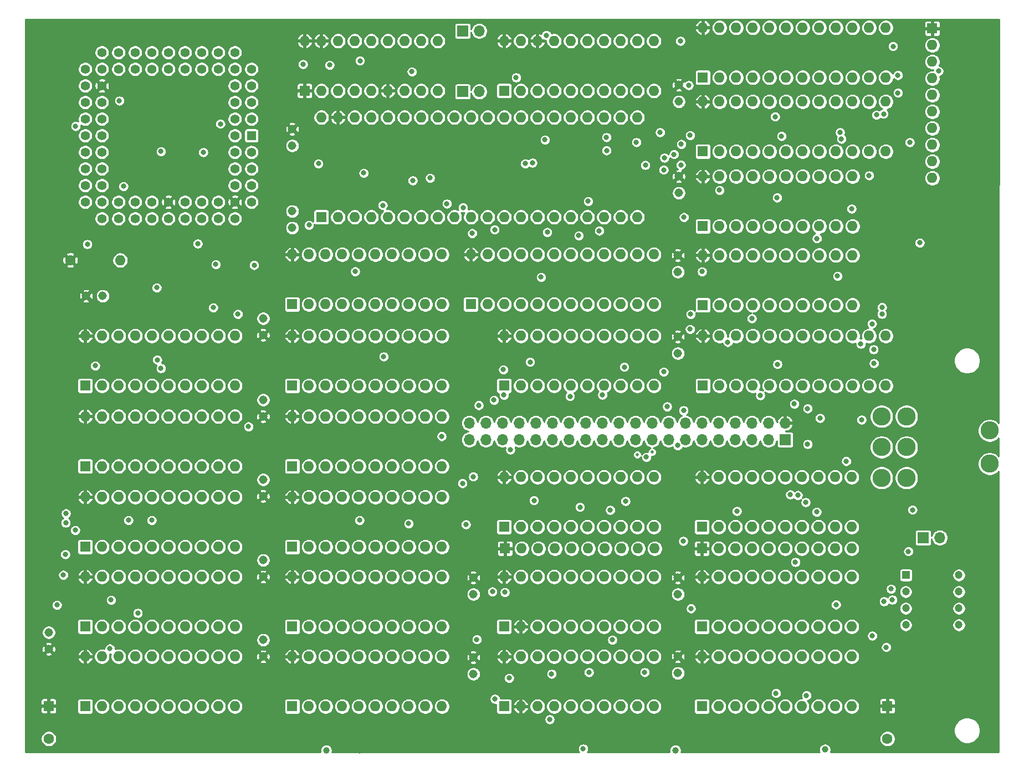
<source format=gbr>
%TF.GenerationSoftware,KiCad,Pcbnew,(5.1.6)-1*%
%TF.CreationDate,2022-09-06T14:02:23-04:00*%
%TF.ProjectId,TinyTurbo286Sch,54696e79-5475-4726-926f-323836536368,rev?*%
%TF.SameCoordinates,Original*%
%TF.FileFunction,Copper,L3,Inr*%
%TF.FilePolarity,Positive*%
%FSLAX46Y46*%
G04 Gerber Fmt 4.6, Leading zero omitted, Abs format (unit mm)*
G04 Created by KiCad (PCBNEW (5.1.6)-1) date 2022-09-06 14:02:23*
%MOMM*%
%LPD*%
G01*
G04 APERTURE LIST*
%TA.AperFunction,ViaPad*%
%ADD10O,1.600000X1.600000*%
%TD*%
%TA.AperFunction,ViaPad*%
%ADD11R,1.600000X1.600000*%
%TD*%
%TA.AperFunction,ViaPad*%
%ADD12R,1.700000X1.700000*%
%TD*%
%TA.AperFunction,ViaPad*%
%ADD13O,1.700000X1.700000*%
%TD*%
%TA.AperFunction,ViaPad*%
%ADD14C,1.316000*%
%TD*%
%TA.AperFunction,ViaPad*%
%ADD15C,1.600000*%
%TD*%
%TA.AperFunction,ViaPad*%
%ADD16C,2.781000*%
%TD*%
%TA.AperFunction,ViaPad*%
%ADD17R,1.200000X1.200000*%
%TD*%
%TA.AperFunction,ViaPad*%
%ADD18C,1.200000*%
%TD*%
%TA.AperFunction,ViaPad*%
%ADD19C,1.422400*%
%TD*%
%TA.AperFunction,ViaPad*%
%ADD20R,1.422400X1.422400*%
%TD*%
%TA.AperFunction,ViaPad*%
%ADD21C,1.000000*%
%TD*%
%TA.AperFunction,ViaPad*%
%ADD22C,0.800000*%
%TD*%
%TA.AperFunction,ViaPad*%
%ADD23C,0.500000*%
%TD*%
%TA.AperFunction,Conductor*%
%ADD24C,0.254000*%
%TD*%
G04 APERTURE END LIST*
D10*
%TO.N,VCC*%
%TO.C,UD4*%
X171831000Y-72390000D03*
%TO.N,GND*%
X194691000Y-80010000D03*
%TO.N,/8088A19*%
X174371000Y-72390000D03*
%TO.N,/286~MIOL*%
X192151000Y-80010000D03*
%TO.N,/286A19*%
X176911000Y-72390000D03*
%TO.N,/286M~IO*%
X189611000Y-80010000D03*
%TO.N,/286A18*%
X179451000Y-72390000D03*
%TO.N,/286~BHE*%
X187071000Y-80010000D03*
%TO.N,/8088A18*%
X181991000Y-72390000D03*
%TO.N,/286~BHEL*%
X184531000Y-80010000D03*
%TO.N,/8088A17*%
X184531000Y-72390000D03*
%TO.N,/286~S1L*%
X181991000Y-80010000D03*
%TO.N,/286A17*%
X187071000Y-72390000D03*
%TO.N,/286~S1*%
X179451000Y-80010000D03*
%TO.N,/286A16*%
X189611000Y-72390000D03*
%TO.N,/286~S0*%
X176911000Y-80010000D03*
%TO.N,/8088A16*%
X192151000Y-72390000D03*
%TO.N,/286~S0L*%
X174371000Y-80010000D03*
%TO.N,/286_ALATCH*%
X194691000Y-72390000D03*
D11*
%TO.N,/~286_ADDR*%
X171831000Y-80010000D03*
%TD*%
D12*
%TO.N,GND*%
%TO.C,J1*%
X184404000Y-100584000D03*
D13*
%TO.N,VCC*%
X184404000Y-98044000D03*
%TO.N,/8088A14L*%
X181864000Y-100584000D03*
%TO.N,/8088A15L*%
X181864000Y-98044000D03*
%TO.N,/8088A13L*%
X179324000Y-100584000D03*
%TO.N,/8088A16*%
X179324000Y-98044000D03*
%TO.N,/8088A12L*%
X176784000Y-100584000D03*
%TO.N,/8088A17*%
X176784000Y-98044000D03*
%TO.N,/8088A11L*%
X174244000Y-100584000D03*
%TO.N,/8088A18*%
X174244000Y-98044000D03*
%TO.N,/8088A10L*%
X171704000Y-100584000D03*
%TO.N,/8088A19*%
X171704000Y-98044000D03*
%TO.N,/8088A9L*%
X169164000Y-100584000D03*
%TO.N,/8088_RESET*%
X169164000Y-98044000D03*
%TO.N,/8088A8L*%
X166624000Y-100584000D03*
%TO.N,GND*%
X166624000Y-98044000D03*
%TO.N,/8088AD7*%
X164084000Y-100584000D03*
%TO.N,Net-(J1-Pad32)*%
X164084000Y-98044000D03*
%TO.N,/8088AD6*%
X161544000Y-100584000D03*
%TO.N,Net-(J1-Pad31)*%
X161544000Y-98044000D03*
%TO.N,/8088AD5*%
X159004000Y-100584000D03*
%TO.N,Net-(J1-Pad30)*%
X159004000Y-98044000D03*
%TO.N,/8088AD4*%
X156464000Y-100584000D03*
%TO.N,/8088~LOCK*%
X156464000Y-98044000D03*
%TO.N,/8088AD3*%
X153924000Y-100584000D03*
%TO.N,/8088~S2*%
X153924000Y-98044000D03*
%TO.N,/8088AD2*%
X151384000Y-100584000D03*
%TO.N,/8088~S1*%
X151384000Y-98044000D03*
%TO.N,/8088AD1*%
X148844000Y-100584000D03*
%TO.N,/8088~S0*%
X148844000Y-98044000D03*
%TO.N,/8088AD0*%
X146304000Y-100584000D03*
%TO.N,Net-(J1-Pad25)*%
X146304000Y-98044000D03*
%TO.N,/8088NMI*%
X143764000Y-100584000D03*
%TO.N,Net-(J1-Pad24)*%
X143764000Y-98044000D03*
%TO.N,/INTR*%
X141224000Y-100584000D03*
%TO.N,Net-(J1-Pad23)*%
X141224000Y-98044000D03*
%TO.N,/5MHZ*%
X138684000Y-100584000D03*
%TO.N,/8088READY*%
X138684000Y-98044000D03*
%TO.N,GND*%
X136144000Y-100584000D03*
%TO.N,/PLANAR_RESET*%
X136144000Y-98044000D03*
%TD*%
D14*
%TO.N,GND*%
%TO.C,C1*%
X109093000Y-65659000D03*
%TO.N,Net-(C1-Pad1)*%
X109093000Y-68199000D03*
%TD*%
D11*
%TO.N,VCC*%
%TO.C,C2*%
X71882000Y-141304000D03*
D15*
%TO.N,GND*%
X71882000Y-146304000D03*
%TD*%
%TO.N,GND*%
%TO.C,C3*%
X200025000Y-146304000D03*
D11*
%TO.N,VCC*%
X200025000Y-141304000D03*
%TD*%
D14*
%TO.N,VCC*%
%TO.C,C4*%
X77597000Y-78613000D03*
%TO.N,GND*%
X80137000Y-78613000D03*
%TD*%
%TO.N,GND*%
%TO.C,C5*%
X71882000Y-130048000D03*
%TO.N,VCC*%
X71882000Y-132588000D03*
%TD*%
%TO.N,GND*%
%TO.C,C6*%
X109093000Y-55626000D03*
%TO.N,VCC*%
X109093000Y-53086000D03*
%TD*%
%TO.N,VCC*%
%TO.C,C7*%
X104648000Y-84582000D03*
%TO.N,GND*%
X104648000Y-82042000D03*
%TD*%
%TO.N,VCC*%
%TO.C,C8*%
X104648000Y-97028000D03*
%TO.N,GND*%
X104648000Y-94488000D03*
%TD*%
%TO.N,GND*%
%TO.C,C9*%
X104648000Y-106680000D03*
%TO.N,VCC*%
X104648000Y-109220000D03*
%TD*%
%TO.N,GND*%
%TO.C,C10*%
X104648000Y-118999000D03*
%TO.N,VCC*%
X104648000Y-121539000D03*
%TD*%
%TO.N,VCC*%
%TO.C,C11*%
X104648000Y-133731000D03*
%TO.N,GND*%
X104648000Y-131191000D03*
%TD*%
%TO.N,VCC*%
%TO.C,C12*%
X136779000Y-121666000D03*
%TO.N,GND*%
X136779000Y-124206000D03*
%TD*%
%TO.N,GND*%
%TO.C,C13*%
X136779000Y-136398000D03*
%TO.N,VCC*%
X136779000Y-133858000D03*
%TD*%
%TO.N,GND*%
%TO.C,C14*%
X168148000Y-48895000D03*
%TO.N,VCC*%
X168148000Y-46355000D03*
%TD*%
%TO.N,VCC*%
%TO.C,C15*%
X168148000Y-60325000D03*
%TO.N,GND*%
X168148000Y-62865000D03*
%TD*%
%TO.N,VCC*%
%TO.C,C16*%
X168021000Y-72390000D03*
%TO.N,GND*%
X168021000Y-74930000D03*
%TD*%
%TO.N,GND*%
%TO.C,C17*%
X168021000Y-87376000D03*
%TO.N,VCC*%
X168021000Y-84836000D03*
%TD*%
%TO.N,VCC*%
%TO.C,C18*%
X168021000Y-121666000D03*
%TO.N,GND*%
X168021000Y-124206000D03*
%TD*%
%TO.N,VCC*%
%TO.C,C19*%
X168021000Y-133731000D03*
%TO.N,GND*%
X168021000Y-136271000D03*
%TD*%
D15*
%TO.N,VCC*%
%TO.C,R1*%
X75184000Y-73152000D03*
D10*
%TO.N,/286~READY*%
X82804000Y-73152000D03*
%TD*%
D11*
%TO.N,VCC*%
%TO.C,RP1*%
X206883000Y-37719000D03*
D10*
%TO.N,/~PEACK*%
X206883000Y-40259000D03*
%TO.N,/286~S1L*%
X206883000Y-42799000D03*
%TO.N,/286~BHEL*%
X206883000Y-45339000D03*
%TO.N,/286~MIOL*%
X206883000Y-47879000D03*
%TO.N,/~286_ADDR*%
X206883000Y-50419000D03*
%TO.N,/~ERROR*%
X206883000Y-52959000D03*
%TO.N,/~BUSY*%
X206883000Y-55499000D03*
%TO.N,/286~S0L*%
X206883000Y-58039000D03*
%TO.N,/ADB_~G2*%
X206883000Y-60579000D03*
%TD*%
D11*
%TO.N,VCC*%
%TO.C,RP2*%
X141605000Y-117221000D03*
D10*
%TO.N,/INTR*%
X144145000Y-117221000D03*
%TO.N,/TAG7*%
X146685000Y-117221000D03*
%TO.N,/TAG0*%
X149225000Y-117221000D03*
%TO.N,/TAG1*%
X151765000Y-117221000D03*
%TO.N,/TAG2*%
X154305000Y-117221000D03*
%TO.N,/TAG3*%
X156845000Y-117221000D03*
%TO.N,/TAG4*%
X159385000Y-117221000D03*
%TO.N,/TAG5*%
X161925000Y-117221000D03*
%TO.N,/TAG6*%
X164465000Y-117221000D03*
%TD*%
%TO.N,/DIPSW1*%
%TO.C,RP3*%
X194564000Y-117221000D03*
%TO.N,/ISA_DB0*%
X192024000Y-117221000D03*
%TO.N,/DIPSW4*%
X189484000Y-117221000D03*
%TO.N,/DIPSW2*%
X186944000Y-117221000D03*
%TO.N,/~CACHECMP*%
X184404000Y-117221000D03*
%TO.N,/DIPSW3*%
X181864000Y-117221000D03*
%TO.N,/~TURBO*%
X179324000Y-117221000D03*
%TO.N,/RSTPU*%
X176784000Y-117221000D03*
%TO.N,/286D7*%
X174244000Y-117221000D03*
D11*
%TO.N,VCC*%
X171704000Y-117221000D03*
%TD*%
D16*
%TO.N,GND*%
%TO.C,SW1*%
X199136000Y-106426000D03*
%TO.N,/~TURBO*%
X199136000Y-101726000D03*
X199136000Y-97026000D03*
%TO.N,/RSTPU*%
X202946000Y-106426000D03*
%TO.N,/8088_RESET*%
X202946000Y-101726000D03*
%TO.N,/PLANAR_RESET*%
X202946000Y-97026000D03*
%TO.N,N/C*%
X215646000Y-104266000D03*
X215646000Y-99186000D03*
%TD*%
D17*
%TO.N,/DIPSW1*%
%TO.C,SW2*%
X202847000Y-121285000D03*
D18*
%TO.N,/DIPSW2*%
X202847000Y-123825000D03*
%TO.N,/DIPSW3*%
X202847000Y-126365000D03*
%TO.N,/DIPSW4*%
X202847000Y-128905000D03*
%TO.N,GND*%
X210947000Y-128905000D03*
X210947000Y-126365000D03*
X210947000Y-123825000D03*
X210947000Y-121285000D03*
%TD*%
D19*
%TO.N,Net-(UA2-Pad2)*%
%TO.C,UA2*%
X100330000Y-54102000D03*
%TO.N,/286~S1*%
X100330000Y-51562000D03*
%TO.N,/~PEACK*%
X100330000Y-49022000D03*
%TO.N,Net-(UA2-Pad8)*%
X100330000Y-46482000D03*
%TO.N,/286~LOCK*%
X100330000Y-56642000D03*
%TO.N,/COD_~INTA*%
X100330000Y-59182000D03*
%TO.N,GND*%
X100330000Y-61722000D03*
%TO.N,VCC*%
X100330000Y-64262000D03*
D20*
%TO.N,/286~BHE*%
X102870000Y-54102000D03*
D19*
%TO.N,Net-(UA2-Pad3)*%
X102870000Y-51562000D03*
%TO.N,/286~S0*%
X102870000Y-49022000D03*
%TO.N,Net-(UA2-Pad7)*%
X102870000Y-46482000D03*
%TO.N,GND*%
X102870000Y-43942000D03*
%TO.N,/286M~IO*%
X102870000Y-56642000D03*
%TO.N,Net-(UA2-Pad65)*%
X102870000Y-59182000D03*
%TO.N,/286~READY*%
X102870000Y-61722000D03*
%TO.N,Net-(UA2-Pad11)*%
X100330000Y-43942000D03*
%TO.N,/286A18*%
X97790000Y-43942000D03*
%TO.N,/286A16*%
X95250000Y-43942000D03*
%TO.N,/286A14*%
X92710000Y-43942000D03*
%TO.N,/286A12*%
X90170000Y-43942000D03*
%TO.N,/286A10*%
X87630000Y-43942000D03*
%TO.N,/286A8*%
X85090000Y-43942000D03*
%TO.N,/286A6*%
X82550000Y-43942000D03*
%TO.N,Net-(UA2-Pad10)*%
X100330000Y-41402000D03*
%TO.N,/286A19*%
X97790000Y-41402000D03*
%TO.N,/286A17*%
X95250000Y-41402000D03*
%TO.N,/286A15*%
X92710000Y-41402000D03*
%TO.N,/286A13*%
X90170000Y-41402000D03*
%TO.N,/286A11*%
X87630000Y-41402000D03*
%TO.N,/286A9*%
X85090000Y-41402000D03*
%TO.N,/286A7*%
X82550000Y-41402000D03*
%TO.N,/286A5*%
X80010000Y-41402000D03*
%TO.N,/286A3*%
X80010000Y-43942000D03*
%TO.N,VCC*%
X80010000Y-46482000D03*
%TO.N,/286A2*%
X80010000Y-49022000D03*
%TO.N,/286A0*%
X80010000Y-51562000D03*
%TO.N,/286D0*%
X80010000Y-54102000D03*
%TO.N,/286D1*%
X80010000Y-56642000D03*
%TO.N,/286D2*%
X80010000Y-59182000D03*
%TO.N,/286D3*%
X80010000Y-61722000D03*
%TO.N,/286D4*%
X80010000Y-66802000D03*
%TO.N,/286A4*%
X77470000Y-43942000D03*
%TO.N,/286RESET*%
X77470000Y-46482000D03*
%TO.N,/286CLK*%
X77470000Y-49022000D03*
%TO.N,/286A1*%
X77470000Y-51562000D03*
%TO.N,GND*%
X77470000Y-54102000D03*
%TO.N,/286D8*%
X77470000Y-56642000D03*
%TO.N,/286D9*%
X77470000Y-59182000D03*
%TO.N,/286D10*%
X77470000Y-61722000D03*
%TO.N,/286D11*%
X77470000Y-64262000D03*
%TO.N,/286D12*%
X80010000Y-64262000D03*
%TO.N,/286D13*%
X82550000Y-64262000D03*
%TO.N,/286D14*%
X85090000Y-64262000D03*
%TO.N,/286D15*%
X87630000Y-64262000D03*
%TO.N,VCC*%
X90170000Y-64262000D03*
%TO.N,Net-(UA2-Pad55)*%
X92710000Y-64262000D03*
%TO.N,/INTR*%
X95250000Y-64262000D03*
%TO.N,/286NMI*%
X97790000Y-64262000D03*
%TO.N,/PEREQ*%
X102870000Y-64262000D03*
%TO.N,/286D5*%
X82550000Y-66802000D03*
%TO.N,/286D6*%
X85090000Y-66802000D03*
%TO.N,/286D7*%
X87630000Y-66802000D03*
%TO.N,Net-(C1-Pad1)*%
X90170000Y-66802000D03*
%TO.N,/286~BUSY*%
X92710000Y-66802000D03*
%TO.N,Net-(UA2-Pad56)*%
X95250000Y-66802000D03*
%TO.N,Net-(UA2-Pad58)*%
X97790000Y-66802000D03*
%TO.N,GND*%
X100330000Y-66802000D03*
%TD*%
D11*
%TO.N,/CACHE_A4*%
%TO.C,UA5*%
X77470000Y-92329000D03*
D10*
%TO.N,/CACHE_~WR*%
X100330000Y-84709000D03*
%TO.N,/CACHE_A5*%
X80010000Y-92329000D03*
%TO.N,/286D4*%
X97790000Y-84709000D03*
%TO.N,/CACHE_A6*%
X82550000Y-92329000D03*
%TO.N,/286D5*%
X95250000Y-84709000D03*
%TO.N,/CACHE_A7*%
X85090000Y-92329000D03*
%TO.N,/286D6*%
X92710000Y-84709000D03*
%TO.N,/CACHE_A8*%
X87630000Y-92329000D03*
%TO.N,/286D7*%
X90170000Y-84709000D03*
%TO.N,/CACHE_A9*%
X90170000Y-92329000D03*
%TO.N,/CACHE_A0*%
X87630000Y-84709000D03*
%TO.N,/CACHE_A10*%
X92710000Y-92329000D03*
%TO.N,/CACHE_A1*%
X85090000Y-84709000D03*
%TO.N,/CACHE_A11*%
X95250000Y-92329000D03*
%TO.N,/CACHE_A2*%
X82550000Y-84709000D03*
%TO.N,/CACHE_~ELO*%
X97790000Y-92329000D03*
%TO.N,/CACHE_A3*%
X80010000Y-84709000D03*
%TO.N,GND*%
X100330000Y-92329000D03*
%TO.N,VCC*%
X77470000Y-84709000D03*
%TD*%
%TO.N,VCC*%
%TO.C,UA6*%
X77470000Y-97028000D03*
%TO.N,GND*%
X100330000Y-104648000D03*
%TO.N,/CACHE_A3*%
X80010000Y-97028000D03*
%TO.N,/CACHE_~ELO*%
X97790000Y-104648000D03*
%TO.N,/CACHE_A2*%
X82550000Y-97028000D03*
%TO.N,/CACHE_A11*%
X95250000Y-104648000D03*
%TO.N,/CACHE_A1*%
X85090000Y-97028000D03*
%TO.N,/CACHE_A10*%
X92710000Y-104648000D03*
%TO.N,/CACHE_A0*%
X87630000Y-97028000D03*
%TO.N,/CACHE_A9*%
X90170000Y-104648000D03*
%TO.N,/286D3*%
X90170000Y-97028000D03*
%TO.N,/CACHE_A8*%
X87630000Y-104648000D03*
%TO.N,/286D2*%
X92710000Y-97028000D03*
%TO.N,/CACHE_A7*%
X85090000Y-104648000D03*
%TO.N,/286D1*%
X95250000Y-97028000D03*
%TO.N,/CACHE_A6*%
X82550000Y-104648000D03*
%TO.N,/286D0*%
X97790000Y-97028000D03*
%TO.N,/CACHE_A5*%
X80010000Y-104648000D03*
%TO.N,/CACHE_~WR*%
X100330000Y-97028000D03*
D11*
%TO.N,/CACHE_A4*%
X77470000Y-104648000D03*
%TD*%
%TO.N,/~286_ADDR*%
%TO.C,UA7*%
X77470000Y-116967000D03*
D10*
%TO.N,/286_ALATCH*%
X100330000Y-109347000D03*
%TO.N,/8088A15*%
X80010000Y-116967000D03*
%TO.N,/CACHE_A10*%
X97790000Y-109347000D03*
%TO.N,/286A15*%
X82550000Y-116967000D03*
%TO.N,/286A11*%
X95250000Y-109347000D03*
%TO.N,/286A14*%
X85090000Y-116967000D03*
%TO.N,/286A10*%
X92710000Y-109347000D03*
%TO.N,/8088A14*%
X87630000Y-116967000D03*
%TO.N,/CACHE_A9*%
X90170000Y-109347000D03*
%TO.N,/8088A13*%
X90170000Y-116967000D03*
%TO.N,/CACHE_A8*%
X87630000Y-109347000D03*
%TO.N,/286A13*%
X92710000Y-116967000D03*
%TO.N,/286A9*%
X85090000Y-109347000D03*
%TO.N,/286A12*%
X95250000Y-116967000D03*
%TO.N,/286A8*%
X82550000Y-109347000D03*
%TO.N,/CACHE_A11*%
X97790000Y-116967000D03*
%TO.N,/CACHE_A7*%
X80010000Y-109347000D03*
%TO.N,GND*%
X100330000Y-116967000D03*
%TO.N,VCC*%
X77470000Y-109347000D03*
%TD*%
%TO.N,VCC*%
%TO.C,UA8*%
X77470000Y-121539000D03*
%TO.N,GND*%
X100330000Y-129159000D03*
%TO.N,/4_C5*%
X80010000Y-121539000D03*
%TO.N,/CACHE_A3*%
X97790000Y-129159000D03*
%TO.N,/286A0*%
X82550000Y-121539000D03*
%TO.N,/286A4*%
X95250000Y-129159000D03*
%TO.N,/286A1*%
X85090000Y-121539000D03*
%TO.N,/286A5*%
X92710000Y-129159000D03*
%TO.N,/CACHE_A0*%
X87630000Y-121539000D03*
%TO.N,/CACHE_A4*%
X90170000Y-129159000D03*
%TO.N,/CACHE_A1*%
X90170000Y-121539000D03*
%TO.N,/CACHE_A5*%
X87630000Y-129159000D03*
%TO.N,/286A2*%
X92710000Y-121539000D03*
%TO.N,/286A6*%
X85090000Y-129159000D03*
%TO.N,/286A3*%
X95250000Y-121539000D03*
%TO.N,/286A7*%
X82550000Y-129159000D03*
%TO.N,/CACHE_A2*%
X97790000Y-121539000D03*
%TO.N,/CACHE_A6*%
X80010000Y-129159000D03*
%TO.N,/286_ALATCH*%
X100330000Y-121539000D03*
D11*
%TO.N,/~286_ADDR*%
X77470000Y-129159000D03*
%TD*%
D10*
%TO.N,VCC*%
%TO.C,UA9*%
X77470000Y-133731000D03*
%TO.N,GND*%
X100330000Y-141351000D03*
%TO.N,/~ISA_ADDR*%
X80010000Y-133731000D03*
%TO.N,Net-(UA9-Pad9)*%
X97790000Y-141351000D03*
%TO.N,/CACHE_A0*%
X82550000Y-133731000D03*
%TO.N,/ISA_A7*%
X95250000Y-141351000D03*
%TO.N,/CACHE_A1*%
X85090000Y-133731000D03*
%TO.N,/ISA_A6*%
X92710000Y-141351000D03*
%TO.N,/CACHE_A2*%
X87630000Y-133731000D03*
%TO.N,/ISA_A5*%
X90170000Y-141351000D03*
%TO.N,/CACHE_A3*%
X90170000Y-133731000D03*
%TO.N,/ISA_A4*%
X87630000Y-141351000D03*
%TO.N,/CACHE_A4*%
X92710000Y-133731000D03*
%TO.N,/ISA_A3*%
X85090000Y-141351000D03*
%TO.N,/CACHE_A5*%
X95250000Y-133731000D03*
%TO.N,/ISA_A2*%
X82550000Y-141351000D03*
%TO.N,/CACHE_A6*%
X97790000Y-133731000D03*
%TO.N,/ISA_A1*%
X80010000Y-141351000D03*
%TO.N,Net-(UA9-Pad11)*%
X100330000Y-133731000D03*
D11*
%TO.N,/~ISA_ADDR*%
X77470000Y-141351000D03*
%TD*%
%TO.N,VCC*%
%TO.C,UB1*%
X110998000Y-47244000D03*
D10*
%TO.N,/286CLK*%
X131318000Y-39624000D03*
%TO.N,/~SRDY*%
X113538000Y-47244000D03*
%TO.N,/~RES*%
X128778000Y-39624000D03*
%TO.N,/~SRDYEN*%
X116078000Y-47244000D03*
%TO.N,/286RESET*%
X126238000Y-39624000D03*
%TO.N,/286~READY*%
X118618000Y-47244000D03*
%TO.N,/PCLK*%
X123698000Y-39624000D03*
%TO.N,/EFI*%
X121158000Y-47244000D03*
%TO.N,Net-(UB1-Pad14)*%
X121158000Y-39624000D03*
%TO.N,VCC*%
X123698000Y-47244000D03*
%TO.N,/286~S0*%
X118618000Y-39624000D03*
%TO.N,Net-(UB1-Pad7)*%
X126238000Y-47244000D03*
%TO.N,/286~S1*%
X116078000Y-39624000D03*
%TO.N,Net-(UB1-Pad8)*%
X128778000Y-47244000D03*
%TO.N,VCC*%
X113538000Y-39624000D03*
%TO.N,GND*%
X131318000Y-47244000D03*
%TO.N,VCC*%
X110998000Y-39624000D03*
%TD*%
D11*
%TO.N,/286~S1*%
%TO.C,UB2*%
X113538000Y-66548000D03*
D10*
%TO.N,/286D2*%
X161798000Y-51308000D03*
%TO.N,/286~S0*%
X116078000Y-66548000D03*
%TO.N,/286D1*%
X159258000Y-51308000D03*
%TO.N,/COD_~INTA*%
X118618000Y-66548000D03*
%TO.N,/286D0*%
X156718000Y-51308000D03*
%TO.N,Net-(UB2-Pad4)*%
X121158000Y-66548000D03*
%TO.N,/PEREQ*%
X154178000Y-51308000D03*
%TO.N,/286D15*%
X123698000Y-66548000D03*
%TO.N,/~BUSY*%
X151638000Y-51308000D03*
%TO.N,/286D14*%
X126238000Y-66548000D03*
%TO.N,/~ERROR*%
X149098000Y-51308000D03*
%TO.N,/286D13*%
X128778000Y-66548000D03*
%TO.N,/~NPRD*%
X146558000Y-51308000D03*
%TO.N,/286D12*%
X131318000Y-66548000D03*
%TO.N,/~NPWR*%
X144018000Y-51308000D03*
%TO.N,Net-(UB2-Pad9)*%
X133858000Y-66548000D03*
%TO.N,/CACHE_A0*%
X141478000Y-51308000D03*
%TO.N,GND*%
X136398000Y-66548000D03*
X138938000Y-51308000D03*
%TO.N,/286D11*%
X138938000Y-66548000D03*
%TO.N,/CACHE_A1*%
X136398000Y-51308000D03*
%TO.N,/286D10*%
X141478000Y-66548000D03*
%TO.N,/287CLOCK*%
X133858000Y-51308000D03*
%TO.N,Net-(UB2-Pad13)*%
X144018000Y-66548000D03*
%TO.N,/CACHE_A3*%
X131318000Y-51308000D03*
%TO.N,/286D9*%
X146558000Y-66548000D03*
%TO.N,/~NPS1*%
X128778000Y-51308000D03*
%TO.N,/286D8*%
X149098000Y-66548000D03*
%TO.N,/286RESET*%
X126238000Y-51308000D03*
%TO.N,/286D7*%
X151638000Y-66548000D03*
%TO.N,/~PEACK*%
X123698000Y-51308000D03*
%TO.N,/286D6*%
X154178000Y-66548000D03*
%TO.N,/286CLK*%
X121158000Y-51308000D03*
%TO.N,/286D5*%
X156718000Y-66548000D03*
%TO.N,GND*%
X118618000Y-51308000D03*
%TO.N,/286D4*%
X159258000Y-66548000D03*
%TO.N,VCC*%
X116078000Y-51308000D03*
%TO.N,/286D3*%
X161798000Y-66548000D03*
%TO.N,/286~READY*%
X113538000Y-51308000D03*
%TD*%
D11*
%TO.N,/DB_DIR*%
%TO.C,UB4*%
X109093000Y-79883000D03*
D10*
%TO.N,/8088AD0*%
X131953000Y-72263000D03*
%TO.N,/286D15*%
X111633000Y-79883000D03*
%TO.N,/8088AD1*%
X129413000Y-72263000D03*
%TO.N,/286D14*%
X114173000Y-79883000D03*
%TO.N,/8088AD2*%
X126873000Y-72263000D03*
%TO.N,/286D13*%
X116713000Y-79883000D03*
%TO.N,/8088AD3*%
X124333000Y-72263000D03*
%TO.N,/286D12*%
X119253000Y-79883000D03*
%TO.N,/8088AD4*%
X121793000Y-72263000D03*
%TO.N,/286D11*%
X121793000Y-79883000D03*
%TO.N,/8088AD5*%
X119253000Y-72263000D03*
%TO.N,/286D10*%
X124333000Y-79883000D03*
%TO.N,/8088AD6*%
X116713000Y-72263000D03*
%TO.N,/286D9*%
X126873000Y-79883000D03*
%TO.N,/8088AD7*%
X114173000Y-72263000D03*
%TO.N,/286D8*%
X129413000Y-79883000D03*
%TO.N,/DB_~XHI*%
X111633000Y-72263000D03*
%TO.N,GND*%
X131953000Y-79883000D03*
%TO.N,VCC*%
X109093000Y-72263000D03*
%TD*%
D11*
%TO.N,/CACHE_A4*%
%TO.C,UB5*%
X109093000Y-92329000D03*
D10*
%TO.N,/CACHE_~WR*%
X131953000Y-84709000D03*
%TO.N,/CACHE_A5*%
X111633000Y-92329000D03*
%TO.N,/286D12*%
X129413000Y-84709000D03*
%TO.N,/CACHE_A6*%
X114173000Y-92329000D03*
%TO.N,/286D13*%
X126873000Y-84709000D03*
%TO.N,/CACHE_A7*%
X116713000Y-92329000D03*
%TO.N,/286D14*%
X124333000Y-84709000D03*
%TO.N,/CACHE_A8*%
X119253000Y-92329000D03*
%TO.N,/286D15*%
X121793000Y-84709000D03*
%TO.N,/CACHE_A9*%
X121793000Y-92329000D03*
%TO.N,/CACHE_A0*%
X119253000Y-84709000D03*
%TO.N,/CACHE_A10*%
X124333000Y-92329000D03*
%TO.N,/CACHE_A1*%
X116713000Y-84709000D03*
%TO.N,/CACHE_A11*%
X126873000Y-92329000D03*
%TO.N,/CACHE_A2*%
X114173000Y-84709000D03*
%TO.N,/CACHE_~EHI*%
X129413000Y-92329000D03*
%TO.N,/CACHE_A3*%
X111633000Y-84709000D03*
%TO.N,GND*%
X131953000Y-92329000D03*
%TO.N,VCC*%
X109093000Y-84709000D03*
%TD*%
%TO.N,VCC*%
%TO.C,UB6*%
X109093000Y-97028000D03*
%TO.N,GND*%
X131953000Y-104648000D03*
%TO.N,/CACHE_A3*%
X111633000Y-97028000D03*
%TO.N,/CACHE_~EHI*%
X129413000Y-104648000D03*
%TO.N,/CACHE_A2*%
X114173000Y-97028000D03*
%TO.N,/CACHE_A11*%
X126873000Y-104648000D03*
%TO.N,/CACHE_A1*%
X116713000Y-97028000D03*
%TO.N,/CACHE_A10*%
X124333000Y-104648000D03*
%TO.N,/CACHE_A0*%
X119253000Y-97028000D03*
%TO.N,/CACHE_A9*%
X121793000Y-104648000D03*
%TO.N,/286D11*%
X121793000Y-97028000D03*
%TO.N,/CACHE_A8*%
X119253000Y-104648000D03*
%TO.N,/286D10*%
X124333000Y-97028000D03*
%TO.N,/CACHE_A7*%
X116713000Y-104648000D03*
%TO.N,/286D9*%
X126873000Y-97028000D03*
%TO.N,/CACHE_A6*%
X114173000Y-104648000D03*
%TO.N,/286D8*%
X129413000Y-97028000D03*
%TO.N,/CACHE_A5*%
X111633000Y-104648000D03*
%TO.N,/CACHE_~WR*%
X131953000Y-97028000D03*
D11*
%TO.N,/CACHE_A4*%
X109093000Y-104648000D03*
%TD*%
%TO.N,/CACHE_A4*%
%TO.C,UB7*%
X109093000Y-116967000D03*
D10*
%TO.N,/TAG_~WR*%
X131953000Y-109347000D03*
%TO.N,/CACHE_A5*%
X111633000Y-116967000D03*
%TO.N,/TAG3*%
X129413000Y-109347000D03*
%TO.N,/CACHE_A6*%
X114173000Y-116967000D03*
%TO.N,/TAG2*%
X126873000Y-109347000D03*
%TO.N,/CACHE_A7*%
X116713000Y-116967000D03*
%TO.N,/TAG1*%
X124333000Y-109347000D03*
%TO.N,/CACHE_A8*%
X119253000Y-116967000D03*
%TO.N,/TAG0*%
X121793000Y-109347000D03*
%TO.N,/CACHE_A9*%
X121793000Y-116967000D03*
%TO.N,/CACHE_A0*%
X119253000Y-109347000D03*
%TO.N,/CACHE_A10*%
X124333000Y-116967000D03*
%TO.N,/CACHE_A1*%
X116713000Y-109347000D03*
%TO.N,/CACHE_A11*%
X126873000Y-116967000D03*
%TO.N,/CACHE_A2*%
X114173000Y-109347000D03*
%TO.N,GND*%
X129413000Y-116967000D03*
%TO.N,/CACHE_A3*%
X111633000Y-109347000D03*
%TO.N,GND*%
X131953000Y-116967000D03*
%TO.N,VCC*%
X109093000Y-109347000D03*
%TD*%
%TO.N,VCC*%
%TO.C,UB8*%
X109093000Y-121539000D03*
%TO.N,GND*%
X131953000Y-129159000D03*
%TO.N,/CACHE_A3*%
X111633000Y-121539000D03*
%TO.N,GND*%
X129413000Y-129159000D03*
%TO.N,/CACHE_A2*%
X114173000Y-121539000D03*
%TO.N,/CACHE_A11*%
X126873000Y-129159000D03*
%TO.N,/CACHE_A1*%
X116713000Y-121539000D03*
%TO.N,/CACHE_A10*%
X124333000Y-129159000D03*
%TO.N,/CACHE_A0*%
X119253000Y-121539000D03*
%TO.N,/CACHE_A9*%
X121793000Y-129159000D03*
%TO.N,/TAG4*%
X121793000Y-121539000D03*
%TO.N,/CACHE_A8*%
X119253000Y-129159000D03*
%TO.N,/TAG5*%
X124333000Y-121539000D03*
%TO.N,/CACHE_A7*%
X116713000Y-129159000D03*
%TO.N,/TAG6*%
X126873000Y-121539000D03*
%TO.N,/CACHE_A6*%
X114173000Y-129159000D03*
%TO.N,/TAG7*%
X129413000Y-121539000D03*
%TO.N,/CACHE_A5*%
X111633000Y-129159000D03*
%TO.N,/TAG_~WR*%
X131953000Y-121539000D03*
D11*
%TO.N,/CACHE_A4*%
X109093000Y-129159000D03*
%TD*%
D10*
%TO.N,VCC*%
%TO.C,UB9*%
X109093000Y-133731000D03*
%TO.N,GND*%
X131953000Y-141351000D03*
%TO.N,/~ISA_ADDR*%
X111633000Y-133731000D03*
%TO.N,/ISA_A15*%
X129413000Y-141351000D03*
%TO.N,/CACHE_A7*%
X114173000Y-133731000D03*
%TO.N,/ISA_A14*%
X126873000Y-141351000D03*
%TO.N,/CACHE_A8*%
X116713000Y-133731000D03*
%TO.N,/ISA_A13*%
X124333000Y-141351000D03*
%TO.N,/CACHE_A9*%
X119253000Y-133731000D03*
%TO.N,/ISA_A12*%
X121793000Y-141351000D03*
%TO.N,/CACHE_A10*%
X121793000Y-133731000D03*
%TO.N,/ISA_A11*%
X119253000Y-141351000D03*
%TO.N,/CACHE_A11*%
X124333000Y-133731000D03*
%TO.N,/ISA_A10*%
X116713000Y-141351000D03*
%TO.N,/8088A13*%
X126873000Y-133731000D03*
%TO.N,/ISA_A9*%
X114173000Y-141351000D03*
%TO.N,/8088A14*%
X129413000Y-133731000D03*
%TO.N,/ISA_A8*%
X111633000Y-141351000D03*
%TO.N,/8088A15*%
X131953000Y-133731000D03*
D11*
%TO.N,/~ISA_ADDR*%
X109093000Y-141351000D03*
%TD*%
%TO.N,/CLK_EN*%
%TO.C,UC1*%
X141478000Y-47244000D03*
D10*
%TO.N,/286IDLE*%
X164338000Y-39624000D03*
%TO.N,/OSC*%
X144018000Y-47244000D03*
%TO.N,/286~S1*%
X161798000Y-39624000D03*
%TO.N,/EFI*%
X146558000Y-47244000D03*
%TO.N,/286~S0*%
X159258000Y-39624000D03*
%TO.N,/~NPS1*%
X149098000Y-47244000D03*
%TO.N,/~PCLK*%
X156718000Y-39624000D03*
%TO.N,/~CACHEHIT*%
X151638000Y-47244000D03*
%TO.N,/PCLK*%
X154178000Y-39624000D03*
%TO.N,/3_D1*%
X154178000Y-47244000D03*
%TO.N,/PCLK*%
X151638000Y-39624000D03*
%TO.N,/PAL_CLK*%
X156718000Y-47244000D03*
%TO.N,/OSC2*%
X149098000Y-39624000D03*
%TO.N,/PAL_CLK*%
X159258000Y-47244000D03*
%TO.N,VCC*%
X146558000Y-39624000D03*
%TO.N,/PAL_CLK2*%
X161798000Y-47244000D03*
%TO.N,/OSC*%
X144018000Y-39624000D03*
%TO.N,GND*%
X164338000Y-47244000D03*
%TO.N,VCC*%
X141478000Y-39624000D03*
%TD*%
D11*
%TO.N,GND*%
%TO.C,UC4*%
X136398000Y-79883000D03*
D10*
%TO.N,/8088AD7*%
X164338000Y-72263000D03*
%TO.N,GND*%
X138938000Y-79883000D03*
%TO.N,/8088AD6*%
X161798000Y-72263000D03*
%TO.N,/DB_DIR*%
X141478000Y-79883000D03*
%TO.N,/8088AD5*%
X159258000Y-72263000D03*
%TO.N,/286D0*%
X144018000Y-79883000D03*
%TO.N,/8088AD4*%
X156718000Y-72263000D03*
%TO.N,/286D1*%
X146558000Y-79883000D03*
%TO.N,/8088AD3*%
X154178000Y-72263000D03*
%TO.N,/286D2*%
X149098000Y-79883000D03*
%TO.N,/8088AD2*%
X151638000Y-72263000D03*
%TO.N,/286D3*%
X151638000Y-79883000D03*
%TO.N,/8088AD1*%
X149098000Y-72263000D03*
%TO.N,/286D4*%
X154178000Y-79883000D03*
%TO.N,/8088AD0*%
X146558000Y-72263000D03*
%TO.N,/286D5*%
X156718000Y-79883000D03*
%TO.N,/DB_~G*%
X144018000Y-72263000D03*
%TO.N,/286D6*%
X159258000Y-79883000D03*
%TO.N,/CACHE_BHE*%
X141478000Y-72263000D03*
%TO.N,/286D7*%
X161798000Y-79883000D03*
%TO.N,/DB_CBA*%
X138938000Y-72263000D03*
%TO.N,GND*%
X164338000Y-79883000D03*
%TO.N,VCC*%
X136398000Y-72263000D03*
%TD*%
%TO.N,VCC*%
%TO.C,UC5*%
X141478000Y-84709000D03*
%TO.N,Net-(UC5-Pad10)*%
X164338000Y-92329000D03*
%TO.N,/~RES*%
X144018000Y-84709000D03*
%TO.N,/~NPWR*%
X161798000Y-92329000D03*
%TO.N,/CACHE_~WR*%
X146558000Y-84709000D03*
%TO.N,/ISA_RESET*%
X159258000Y-92329000D03*
%TO.N,/CACHE_~EHI*%
X149098000Y-84709000D03*
%TO.N,/~NPRD*%
X156718000Y-92329000D03*
%TO.N,/CACHE_~ELO*%
X151638000Y-84709000D03*
%TO.N,/286~BHEL*%
X154178000Y-92329000D03*
%TO.N,/TAG_~WR*%
X154178000Y-84709000D03*
%TO.N,/~ISA_SMEMW*%
X151638000Y-92329000D03*
%TO.N,Net-(UC5-Pad14)*%
X156718000Y-84709000D03*
%TO.N,/4_C5*%
X149098000Y-92329000D03*
%TO.N,/13_C5*%
X159258000Y-84709000D03*
%TO.N,/~CACHEHIT*%
X146558000Y-92329000D03*
%TO.N,/~ISA_ADDR*%
X161798000Y-84709000D03*
%TO.N,/~286_ADDR*%
X144018000Y-92329000D03*
%TO.N,/~TURBO*%
X164338000Y-84709000D03*
D11*
%TO.N,/~CACHECMP*%
X141478000Y-92329000D03*
%TD*%
%TO.N,/ADB_~G1*%
%TO.C,UC7*%
X141478000Y-113919000D03*
D10*
%TO.N,/8088AD7*%
X164338000Y-106299000D03*
%TO.N,/CACHE_BHE*%
X144018000Y-113919000D03*
%TO.N,/8088AD6*%
X161798000Y-106299000D03*
%TO.N,/CACHE_A0*%
X146558000Y-113919000D03*
%TO.N,/8088AD5*%
X159258000Y-106299000D03*
%TO.N,/CACHE_A1*%
X149098000Y-113919000D03*
%TO.N,/8088AD4*%
X156718000Y-106299000D03*
%TO.N,/CACHE_A2*%
X151638000Y-113919000D03*
%TO.N,/8088AD3*%
X154178000Y-106299000D03*
%TO.N,/CACHE_A3*%
X154178000Y-113919000D03*
%TO.N,/8088AD2*%
X151638000Y-106299000D03*
%TO.N,/CACHE_A4*%
X156718000Y-113919000D03*
%TO.N,/8088AD1*%
X149098000Y-106299000D03*
%TO.N,/CACHE_A5*%
X159258000Y-113919000D03*
%TO.N,/8088AD0*%
X146558000Y-106299000D03*
%TO.N,/CACHE_A6*%
X161798000Y-113919000D03*
%TO.N,/ADB_~G2*%
X144018000Y-106299000D03*
%TO.N,GND*%
X164338000Y-113919000D03*
%TO.N,VCC*%
X141478000Y-106299000D03*
%TD*%
%TO.N,VCC*%
%TO.C,UC8*%
X141478000Y-121539000D03*
%TO.N,GND*%
X164338000Y-129159000D03*
%TO.N,/TAG_~WR*%
X144018000Y-121539000D03*
%TO.N,/8088A13*%
X161798000Y-129159000D03*
%TO.N,Net-(UC8-Pad18)*%
X146558000Y-121539000D03*
%TO.N,/8088A14*%
X159258000Y-129159000D03*
%TO.N,/TAG0*%
X149098000Y-121539000D03*
%TO.N,/8088A15*%
X156718000Y-129159000D03*
%TO.N,/TAG1*%
X151638000Y-121539000D03*
%TO.N,/8088A16*%
X154178000Y-129159000D03*
%TO.N,/TAG2*%
X154178000Y-121539000D03*
%TO.N,/8088A17*%
X151638000Y-129159000D03*
%TO.N,/TAG3*%
X156718000Y-121539000D03*
%TO.N,/8088A18*%
X149098000Y-129159000D03*
%TO.N,/TAG4*%
X159258000Y-121539000D03*
%TO.N,/8088A19*%
X146558000Y-129159000D03*
%TO.N,/TAG5*%
X161798000Y-121539000D03*
%TO.N,VCC*%
X144018000Y-129159000D03*
%TO.N,/TAG6*%
X164338000Y-121539000D03*
D11*
%TO.N,/~286_ADDR*%
X141478000Y-129159000D03*
%TD*%
%TO.N,/~CACHECMP*%
%TO.C,UC9*%
X141478000Y-141351000D03*
D10*
%TO.N,/8088A13*%
X164338000Y-133731000D03*
%TO.N,VCC*%
X144018000Y-141351000D03*
%TO.N,/TAG6*%
X161798000Y-133731000D03*
%TO.N,/TAG7*%
X146558000Y-141351000D03*
%TO.N,/8088A15*%
X159258000Y-133731000D03*
%TO.N,/8088A18*%
X149098000Y-141351000D03*
%TO.N,/TAG4*%
X156718000Y-133731000D03*
%TO.N,/TAG1*%
X151638000Y-141351000D03*
%TO.N,/8088A17*%
X154178000Y-133731000D03*
%TO.N,/8088A16*%
X154178000Y-141351000D03*
%TO.N,/TAG2*%
X151638000Y-133731000D03*
%TO.N,/TAG3*%
X156718000Y-141351000D03*
%TO.N,/8088A19*%
X149098000Y-133731000D03*
%TO.N,/8088A14*%
X159258000Y-141351000D03*
%TO.N,/TAG0*%
X146558000Y-133731000D03*
%TO.N,/TAG5*%
X161798000Y-141351000D03*
%TO.N,/~CACHEHIT*%
X144018000Y-133731000D03*
%TO.N,GND*%
X164338000Y-141351000D03*
%TO.N,VCC*%
X141478000Y-133731000D03*
%TD*%
%TO.N,VCC*%
%TO.C,UD1*%
X171831000Y-37592000D03*
%TO.N,GND*%
X199771000Y-45212000D03*
%TO.N,/286~LOCK*%
X174371000Y-37592000D03*
%TO.N,/8088READY*%
X197231000Y-45212000D03*
%TO.N,/~SRDY*%
X176911000Y-37592000D03*
%TO.N,/286~MIOL*%
X194691000Y-45212000D03*
%TO.N,/ADB_~G1*%
X179451000Y-37592000D03*
%TO.N,/ISA_AEN*%
X192151000Y-45212000D03*
%TO.N,/ADB_~G2*%
X181991000Y-37592000D03*
%TO.N,/19_D8*%
X189611000Y-45212000D03*
%TO.N,Net-(UD1-Pad19)*%
X184531000Y-37592000D03*
%TO.N,Net-(UD1-Pad7)*%
X187071000Y-45212000D03*
%TO.N,/CACHE_BHE*%
X187071000Y-37592000D03*
%TO.N,/286~BHEL*%
X184531000Y-45212000D03*
%TO.N,Net-(UD1-Pad17)*%
X189611000Y-37592000D03*
%TO.N,/286~S1L*%
X181991000Y-45212000D03*
%TO.N,/8088~LOCK*%
X192151000Y-37592000D03*
%TO.N,/15_D8*%
X179451000Y-45212000D03*
%TO.N,/4_C5*%
X194691000Y-37592000D03*
%TO.N,/3_D1*%
X176911000Y-45212000D03*
%TO.N,Net-(UD1-Pad14)*%
X197231000Y-37592000D03*
%TO.N,/286~S0L*%
X174371000Y-45212000D03*
%TO.N,/~TURBO*%
X199771000Y-37592000D03*
D11*
%TO.N,/PAL_CLK*%
X171831000Y-45212000D03*
%TD*%
%TO.N,/PAL_CLK2*%
%TO.C,UD2*%
X171831000Y-56515000D03*
D10*
%TO.N,/~TURBO*%
X199771000Y-48895000D03*
%TO.N,/286~S0L*%
X174371000Y-56515000D03*
%TO.N,/8088READY*%
X197231000Y-48895000D03*
%TO.N,/ADB_~G1*%
X176911000Y-56515000D03*
%TO.N,/DB_~G*%
X194691000Y-48895000D03*
%TO.N,/ADB_~G2*%
X179451000Y-56515000D03*
%TO.N,/DB_CBA*%
X192151000Y-48895000D03*
%TO.N,/286~S1L*%
X181991000Y-56515000D03*
%TO.N,/8088~S2*%
X189611000Y-48895000D03*
%TO.N,/286~BHEL*%
X184531000Y-56515000D03*
%TO.N,/8088~S1*%
X187071000Y-48895000D03*
%TO.N,/CACHE_BHE*%
X187071000Y-56515000D03*
%TO.N,/8088~S0*%
X184531000Y-48895000D03*
%TO.N,/19_D8*%
X189611000Y-56515000D03*
%TO.N,/DB_DIR*%
X181991000Y-48895000D03*
%TO.N,/286~MIOL*%
X192151000Y-56515000D03*
%TO.N,/13_C5*%
X179451000Y-48895000D03*
%TO.N,GND*%
X194691000Y-56515000D03*
%TO.N,/DB_~XHI*%
X176911000Y-48895000D03*
%TO.N,/~TURBO*%
X197231000Y-56515000D03*
%TO.N,GND*%
X174371000Y-48895000D03*
X199771000Y-56515000D03*
%TO.N,VCC*%
X171831000Y-48895000D03*
%TD*%
D11*
%TO.N,/OSC2*%
%TO.C,UD3*%
X171831000Y-67945000D03*
D10*
%TO.N,/~TURBO*%
X194691000Y-60325000D03*
%TO.N,/286~S0L*%
X174371000Y-67945000D03*
%TO.N,/286_ALATCH*%
X192151000Y-60325000D03*
%TO.N,/286~READY*%
X176911000Y-67945000D03*
%TO.N,/~NPWR*%
X189611000Y-60325000D03*
%TO.N,/13_C5*%
X179451000Y-67945000D03*
%TO.N,/~NPRD*%
X187071000Y-60325000D03*
%TO.N,/286~S1L*%
X181991000Y-67945000D03*
%TO.N,/CLK_EN*%
X184531000Y-60325000D03*
%TO.N,/286IDLE*%
X184531000Y-67945000D03*
%TO.N,/~SRDYEN*%
X181991000Y-60325000D03*
%TO.N,/PCLK*%
X187071000Y-67945000D03*
%TO.N,Net-(UD3-Pad17)*%
X179451000Y-60325000D03*
%TO.N,/ISA_CLK*%
X189611000Y-67945000D03*
%TO.N,/PAL_CLK*%
X176911000Y-60325000D03*
%TO.N,/ISA_AEN*%
X192151000Y-67945000D03*
%TO.N,/~286_ADDR*%
X174371000Y-60325000D03*
%TO.N,GND*%
X194691000Y-67945000D03*
%TO.N,VCC*%
X171831000Y-60325000D03*
%TD*%
%TO.N,VCC*%
%TO.C,UD5*%
X171831000Y-84709000D03*
%TO.N,GND*%
X199771000Y-92329000D03*
%TO.N,/286D7*%
X174371000Y-84709000D03*
%TO.N,/~ERROR*%
X197231000Y-92329000D03*
%TO.N,/~NPS1*%
X176911000Y-84709000D03*
%TO.N,/~NPWR*%
X194691000Y-92329000D03*
%TO.N,/286NMI*%
X179451000Y-84709000D03*
%TO.N,/286~MIOL*%
X192151000Y-92329000D03*
%TO.N,Net-(UD5-Pad20)*%
X181991000Y-84709000D03*
%TO.N,/CACHE_A6*%
X189611000Y-92329000D03*
%TO.N,Net-(UD5-Pad19)*%
X184531000Y-84709000D03*
%TO.N,/CACHE_A5*%
X187071000Y-92329000D03*
%TO.N,Net-(UD5-Pad18)*%
X187071000Y-84709000D03*
%TO.N,/CACHE_A4*%
X184531000Y-92329000D03*
%TO.N,Net-(UD5-Pad17)*%
X189611000Y-84709000D03*
%TO.N,/CACHE_A8*%
X181991000Y-92329000D03*
%TO.N,/~SLOT8_CRD_SEL*%
X192151000Y-84709000D03*
%TO.N,/CACHE_A7*%
X179451000Y-92329000D03*
%TO.N,/286~BUSY*%
X194691000Y-84709000D03*
%TO.N,/286RESET*%
X176911000Y-92329000D03*
%TO.N,/~BUSY*%
X197231000Y-84709000D03*
%TO.N,/8088NMI*%
X174371000Y-92329000D03*
%TO.N,GND*%
X199771000Y-84709000D03*
D11*
%TO.N,/~PCLK*%
X171831000Y-92329000D03*
%TD*%
%TO.N,/~286_ADDR*%
%TO.C,UD7*%
X171704000Y-113919000D03*
D10*
%TO.N,/ISA_ALE*%
X194564000Y-106299000D03*
%TO.N,/8088A12L*%
X174244000Y-113919000D03*
%TO.N,/8088A11L*%
X192024000Y-106299000D03*
%TO.N,/CACHE_A11*%
X176784000Y-113919000D03*
%TO.N,/CACHE_A10*%
X189484000Y-106299000D03*
%TO.N,/8088A13*%
X179324000Y-113919000D03*
%TO.N,/CACHE_A9*%
X186944000Y-106299000D03*
%TO.N,/8088A13L*%
X181864000Y-113919000D03*
%TO.N,/8088A10L*%
X184404000Y-106299000D03*
%TO.N,/8088A14L*%
X184404000Y-113919000D03*
%TO.N,/8088A9L*%
X181864000Y-106299000D03*
%TO.N,/8088A14*%
X186944000Y-113919000D03*
%TO.N,/CACHE_A8*%
X179324000Y-106299000D03*
%TO.N,/8088A15*%
X189484000Y-113919000D03*
%TO.N,/CACHE_A7*%
X176784000Y-106299000D03*
%TO.N,/8088A15L*%
X192024000Y-113919000D03*
%TO.N,/8088A8L*%
X174244000Y-106299000D03*
%TO.N,GND*%
X194564000Y-113919000D03*
%TO.N,VCC*%
X171704000Y-106299000D03*
%TD*%
%TO.N,VCC*%
%TO.C,UD8*%
X171704000Y-121539000D03*
%TO.N,GND*%
X194564000Y-129159000D03*
%TO.N,/19_D8*%
X174244000Y-121539000D03*
%TO.N,/286~MIOL*%
X192024000Y-129159000D03*
%TO.N,/4_C5*%
X176784000Y-121539000D03*
%TO.N,/DIPSW4*%
X189484000Y-129159000D03*
%TO.N,/286~BHEL*%
X179324000Y-121539000D03*
%TO.N,/8088A19*%
X186944000Y-129159000D03*
%TO.N,/DIPSW3*%
X181864000Y-121539000D03*
%TO.N,/8088A18*%
X184404000Y-129159000D03*
%TO.N,/15_D8*%
X184404000Y-121539000D03*
%TO.N,/8088A17*%
X181864000Y-129159000D03*
%TO.N,/DIPSW2*%
X186944000Y-121539000D03*
%TO.N,/8088A16*%
X179324000Y-129159000D03*
%TO.N,Net-(UD8-Pad13)*%
X189484000Y-121539000D03*
%TO.N,/8088A15*%
X176784000Y-129159000D03*
%TO.N,/~CACHECMP*%
X192024000Y-121539000D03*
%TO.N,/8088A14*%
X174244000Y-129159000D03*
%TO.N,/DIPSW1*%
X194564000Y-121539000D03*
D11*
%TO.N,/8088A13*%
X171704000Y-129159000D03*
%TD*%
%TO.N,/~ISA_ADDR*%
%TO.C,UD9*%
X171704000Y-141351000D03*
D10*
%TO.N,Net-(UD9-Pad11)*%
X194564000Y-133731000D03*
%TO.N,GND*%
X174244000Y-141351000D03*
%TO.N,Net-(UD9-Pad12)*%
X192024000Y-133731000D03*
%TO.N,/ISA_A16*%
X176784000Y-141351000D03*
%TO.N,Net-(UD9-Pad13)*%
X189484000Y-133731000D03*
%TO.N,/ISA_A17*%
X179324000Y-141351000D03*
%TO.N,/8088A19*%
X186944000Y-133731000D03*
%TO.N,/ISA_A18*%
X181864000Y-141351000D03*
%TO.N,/8088A18*%
X184404000Y-133731000D03*
%TO.N,/ISA_A19*%
X184404000Y-141351000D03*
%TO.N,/8088A17*%
X181864000Y-133731000D03*
%TO.N,GND*%
X186944000Y-141351000D03*
%TO.N,/8088A16*%
X179324000Y-133731000D03*
%TO.N,GND*%
X189484000Y-141351000D03*
%TO.N,Net-(UD9-Pad18)*%
X176784000Y-133731000D03*
%TO.N,GND*%
X192024000Y-141351000D03*
%TO.N,/~ISA_ADDR*%
X174244000Y-133731000D03*
%TO.N,GND*%
X194564000Y-141351000D03*
%TO.N,VCC*%
X171704000Y-133731000D03*
%TD*%
D12*
%TO.N,/~ISA_CRD_SEL*%
%TO.C,W1*%
X205486000Y-115570000D03*
D13*
%TO.N,/~SLOT8_CRD_SEL*%
X208026000Y-115570000D03*
%TD*%
%TO.N,/~PCLK*%
%TO.C,W2*%
X137668000Y-38100000D03*
D12*
%TO.N,/287CLOCK*%
X135128000Y-38100000D03*
%TD*%
%TO.N,/287CLOCK*%
%TO.C,W3*%
X135128000Y-47371000D03*
D13*
%TO.N,/5MHZ*%
X137668000Y-47371000D03*
%TD*%
D21*
%TO.N,GND*%
X114300000Y-148082000D03*
X167640000Y-148082000D03*
X190500000Y-147955000D03*
D22*
X88392000Y-77343000D03*
X89027000Y-56515000D03*
X95504000Y-56642000D03*
X83312000Y-61849000D03*
X82677000Y-48768000D03*
X114808000Y-43307000D03*
X110744000Y-43180000D03*
X97028000Y-80391000D03*
X97409000Y-73787000D03*
X127508000Y-60960000D03*
X132715000Y-64516000D03*
X123063000Y-87884000D03*
X153543000Y-147828000D03*
X142240000Y-137033000D03*
X148717000Y-136398000D03*
X154432000Y-136144000D03*
X162941000Y-136144000D03*
X204978000Y-70485000D03*
X203454000Y-55118000D03*
X157099000Y-54356000D03*
X161671000Y-55118000D03*
X168402000Y-39624000D03*
X78994000Y-89281000D03*
X84074000Y-112903000D03*
X87630000Y-112903000D03*
X81407000Y-125095000D03*
X73152000Y-125857000D03*
X74422000Y-118110000D03*
X75946000Y-114427000D03*
X160020000Y-109982000D03*
X135636000Y-113538000D03*
X126873000Y-113411000D03*
X119380000Y-112903000D03*
X189738000Y-97282000D03*
X189230000Y-111633000D03*
X177038000Y-111506000D03*
X196088000Y-97536000D03*
X194564000Y-65278000D03*
X197231000Y-60198000D03*
X192405000Y-75565000D03*
X179324000Y-82042000D03*
D21*
%TO.N,VCC*%
X185420000Y-147955000D03*
X119392682Y-148069530D03*
D23*
%TO.N,/8088AD7*%
X164084000Y-102489000D03*
%TO.N,/8088AD6*%
X161798000Y-102870000D03*
D22*
%TO.N,/INTR*%
X102400400Y-98577700D03*
%TO.N,/5MHZ*%
X131928600Y-100069500D03*
X136587100Y-69028000D03*
X135183800Y-65093500D03*
%TO.N,/PLANAR_RESET*%
X136748000Y-106236100D03*
X185188200Y-108984100D03*
X187551000Y-110164700D03*
%TO.N,/8088READY*%
X199210400Y-80335600D03*
X199459600Y-50769000D03*
%TO.N,/8088~S0*%
X166377300Y-95523200D03*
X167409600Y-56956500D03*
X183860400Y-54185600D03*
%TO.N,/8088~S1*%
X198362500Y-50929300D03*
X197693200Y-82857300D03*
X151536000Y-93958300D03*
%TO.N,/8088~S2*%
X185801000Y-95110500D03*
%TO.N,/8088~LOCK*%
X156483900Y-93733100D03*
X199200200Y-81371600D03*
X200896400Y-40448400D03*
%TO.N,/8088A19*%
X193738100Y-103872700D03*
%TO.N,/8088A18*%
X170013000Y-126400200D03*
%TO.N,/8088A16*%
X180606100Y-93809500D03*
X167988400Y-101480200D03*
%TO.N,/8088A15L*%
X187831700Y-101276800D03*
%TO.N,/ISA_RESET*%
X197978300Y-88906700D03*
X159822100Y-89469300D03*
%TO.N,/~ISA_SMEMW*%
X137592100Y-95329900D03*
%TO.N,/ISA_CLK*%
X148428200Y-143346500D03*
X183002100Y-139344000D03*
X203869400Y-111303800D03*
%TO.N,/ISA_ALE*%
X137291500Y-131130400D03*
X192190800Y-125808900D03*
%TO.N,/OSC*%
X81225800Y-132530600D03*
%TO.N,/ISA_AEN*%
X187672700Y-139679800D03*
X203224100Y-117659500D03*
%TO.N,/~PEACK*%
X127363400Y-44328000D03*
%TO.N,/286~BHEL*%
X183227400Y-89043900D03*
%TO.N,/~286_ADDR*%
X157677600Y-111352700D03*
X174371000Y-62439600D03*
%TO.N,/ADB_~G2*%
X168479300Y-58575500D03*
%TO.N,/TAG0*%
X146022500Y-109869000D03*
%TO.N,/TAG2*%
X153052600Y-110892600D03*
%TO.N,/TAG3*%
X140058600Y-140225700D03*
%TO.N,/TAG4*%
X157996960Y-131190640D03*
%TO.N,/DIPSW2*%
X185976658Y-119297336D03*
%TO.N,/~CACHECMP*%
X139672600Y-123813200D03*
%TO.N,/~TURBO*%
X195961000Y-85952200D03*
%TO.N,/286D7*%
X168833200Y-116095700D03*
X169864900Y-83683300D03*
%TO.N,/286~S1*%
X171714400Y-74887800D03*
X168538000Y-55396400D03*
X169884000Y-54053900D03*
%TO.N,/286~LOCK*%
X119443900Y-42640300D03*
%TO.N,/286~S0*%
X120000600Y-59824400D03*
%TO.N,/286A16*%
X189250400Y-69829600D03*
%TO.N,/286A8*%
X74511700Y-111875000D03*
%TO.N,/286A19*%
X98121100Y-52307700D03*
%TO.N,/286A15*%
X75993200Y-52661600D03*
%TO.N,/286A9*%
X74483600Y-113299900D03*
%TO.N,/286A7*%
X74107600Y-121269800D03*
%TO.N,/286D0*%
X145788500Y-58254400D03*
X100774300Y-81383000D03*
%TO.N,/286D1*%
X145432700Y-88698000D03*
X147915800Y-38760000D03*
%TO.N,/286D3*%
X152873700Y-69386200D03*
X89018900Y-89668800D03*
%TO.N,/286D4*%
X156000200Y-68657600D03*
%TO.N,/286A4*%
X85498300Y-127093900D03*
%TO.N,/286D8*%
X140013500Y-68462400D03*
%TO.N,/286D9*%
X77780100Y-70702000D03*
%TO.N,/286D13*%
X118705700Y-74868800D03*
%TO.N,/286NMI*%
X103272700Y-73908100D03*
%TO.N,/PEREQ*%
X113093600Y-58374090D03*
X144696352Y-58374090D03*
%TO.N,/286~BUSY*%
X94647200Y-70625300D03*
%TO.N,/CACHE_A5*%
X186344900Y-109081100D03*
%TO.N,/CACHE_A6*%
X187838300Y-95835800D03*
X163195002Y-103250998D03*
%TO.N,/CACHE_A0*%
X88471200Y-88362600D03*
%TO.N,/4_C5*%
X141579100Y-123909000D03*
X135105400Y-107263700D03*
X139910600Y-94535400D03*
X200781500Y-125064600D03*
%TO.N,/~ISA_ADDR*%
X197728900Y-130561500D03*
X197920590Y-86796800D03*
%TO.N,/~RES*%
X147105100Y-75730800D03*
X130151100Y-60578800D03*
%TO.N,/~SRDYEN*%
X183168400Y-63583400D03*
%TO.N,/PCLK*%
X163037400Y-58606700D03*
%TO.N,/~NPRD*%
X165860800Y-90206300D03*
X165860800Y-59331900D03*
%TO.N,/~NPS1*%
X169974300Y-81402700D03*
X147695700Y-54734900D03*
X168935660Y-66574140D03*
%TO.N,/DB_DIR*%
X143289700Y-45223300D03*
%TO.N,/DB_~XHI*%
X111662300Y-67781800D03*
X122927900Y-64747500D03*
%TO.N,/TAG_~WR*%
X141334100Y-89873700D03*
%TO.N,/CLK_EN*%
X182880000Y-51201900D03*
%TO.N,/~CACHEHIT*%
X141432400Y-93769700D03*
X207854000Y-44241900D03*
X199841400Y-132305500D03*
%TO.N,/DB_~G*%
X148057800Y-68856400D03*
X165300800Y-53602300D03*
X192789800Y-53609000D03*
X154305000Y-64135000D03*
%TO.N,/CACHE_BHE*%
X157110000Y-56380902D03*
%TO.N,/DB_CBA*%
X169666500Y-46407000D03*
%TO.N,/13_C5*%
X175629900Y-85669800D03*
%TO.N,/ADB_~G1*%
X142423200Y-102105500D03*
X168890400Y-96110500D03*
X165958900Y-57500800D03*
%TO.N,/19_D8*%
X193003500Y-54609400D03*
X199511900Y-125319800D03*
X201630000Y-44867700D03*
%TO.N,/15_D8*%
X200589000Y-123392700D03*
X201633600Y-47553100D03*
%TD*%
D24*
%TO.N,VCC*%
G36*
X217074000Y-61565127D02*
G01*
X217056265Y-61623591D01*
X217049001Y-61697347D01*
X217049001Y-98018668D01*
X216804589Y-97774256D01*
X216506909Y-97575352D01*
X216176145Y-97438346D01*
X215825008Y-97368500D01*
X215466992Y-97368500D01*
X215115855Y-97438346D01*
X214785091Y-97575352D01*
X214487411Y-97774256D01*
X214234256Y-98027411D01*
X214035352Y-98325091D01*
X213898346Y-98655855D01*
X213828500Y-99006992D01*
X213828500Y-99365008D01*
X213898346Y-99716145D01*
X214035352Y-100046909D01*
X214234256Y-100344589D01*
X214487411Y-100597744D01*
X214785091Y-100796648D01*
X215115855Y-100933654D01*
X215466992Y-101003500D01*
X215825008Y-101003500D01*
X216176145Y-100933654D01*
X216506909Y-100796648D01*
X216804589Y-100597744D01*
X217049001Y-100353332D01*
X217049001Y-103098668D01*
X216804589Y-102854256D01*
X216506909Y-102655352D01*
X216176145Y-102518346D01*
X215825008Y-102448500D01*
X215466992Y-102448500D01*
X215115855Y-102518346D01*
X214785091Y-102655352D01*
X214487411Y-102854256D01*
X214234256Y-103107411D01*
X214035352Y-103405091D01*
X213898346Y-103735855D01*
X213828500Y-104086992D01*
X213828500Y-104445008D01*
X213898346Y-104796145D01*
X214035352Y-105126909D01*
X214234256Y-105424589D01*
X214487411Y-105677744D01*
X214785091Y-105876648D01*
X215115855Y-106013654D01*
X215466992Y-106083500D01*
X215825008Y-106083500D01*
X216176145Y-106013654D01*
X216506909Y-105876648D01*
X216804589Y-105677744D01*
X217049000Y-105433333D01*
X217049000Y-148342000D01*
X193203512Y-148342000D01*
X193191776Y-148338440D01*
X193167000Y-148336000D01*
X191345562Y-148336000D01*
X191391376Y-148225396D01*
X191427000Y-148046301D01*
X191427000Y-147863699D01*
X191391376Y-147684604D01*
X191321496Y-147515901D01*
X191220048Y-147364072D01*
X191090928Y-147234952D01*
X190939099Y-147133504D01*
X190770396Y-147063624D01*
X190591301Y-147028000D01*
X190408699Y-147028000D01*
X190229604Y-147063624D01*
X190060901Y-147133504D01*
X189909072Y-147234952D01*
X189779952Y-147364072D01*
X189678504Y-147515901D01*
X189608624Y-147684604D01*
X189573000Y-147863699D01*
X189573000Y-148046301D01*
X189608624Y-148225396D01*
X189654438Y-148336000D01*
X168534637Y-148336000D01*
X168567000Y-148173301D01*
X168567000Y-147990699D01*
X168531376Y-147811604D01*
X168461496Y-147642901D01*
X168360048Y-147491072D01*
X168230928Y-147361952D01*
X168079099Y-147260504D01*
X167910396Y-147190624D01*
X167731301Y-147155000D01*
X167548699Y-147155000D01*
X167369604Y-147190624D01*
X167200901Y-147260504D01*
X167049072Y-147361952D01*
X166919952Y-147491072D01*
X166818504Y-147642901D01*
X166748624Y-147811604D01*
X166713000Y-147990699D01*
X166713000Y-148173301D01*
X166745363Y-148336000D01*
X154198188Y-148336000D01*
X154275877Y-148219731D01*
X154338218Y-148069227D01*
X154370000Y-147909452D01*
X154370000Y-147746548D01*
X154338218Y-147586773D01*
X154275877Y-147436269D01*
X154185372Y-147300819D01*
X154070181Y-147185628D01*
X153934731Y-147095123D01*
X153784227Y-147032782D01*
X153624452Y-147001000D01*
X153461548Y-147001000D01*
X153301773Y-147032782D01*
X153151269Y-147095123D01*
X153015819Y-147185628D01*
X152900628Y-147300819D01*
X152810123Y-147436269D01*
X152747782Y-147586773D01*
X152716000Y-147746548D01*
X152716000Y-147909452D01*
X152747782Y-148069227D01*
X152810123Y-148219731D01*
X152887812Y-148336000D01*
X115194637Y-148336000D01*
X115227000Y-148173301D01*
X115227000Y-147990699D01*
X115191376Y-147811604D01*
X115121496Y-147642901D01*
X115020048Y-147491072D01*
X114890928Y-147361952D01*
X114739099Y-147260504D01*
X114570396Y-147190624D01*
X114391301Y-147155000D01*
X114208699Y-147155000D01*
X114029604Y-147190624D01*
X113860901Y-147260504D01*
X113709072Y-147361952D01*
X113579952Y-147491072D01*
X113478504Y-147642901D01*
X113408624Y-147811604D01*
X113373000Y-147990699D01*
X113373000Y-148173301D01*
X113405363Y-148336000D01*
X111887000Y-148336000D01*
X111862224Y-148338440D01*
X111844786Y-148343730D01*
X111788592Y-148349264D01*
X111730125Y-148367000D01*
X68295000Y-148367000D01*
X68295000Y-146183151D01*
X70655000Y-146183151D01*
X70655000Y-146424849D01*
X70702153Y-146661903D01*
X70794647Y-146885202D01*
X70928927Y-147086167D01*
X71099833Y-147257073D01*
X71300798Y-147391353D01*
X71524097Y-147483847D01*
X71761151Y-147531000D01*
X72002849Y-147531000D01*
X72239903Y-147483847D01*
X72463202Y-147391353D01*
X72664167Y-147257073D01*
X72835073Y-147086167D01*
X72969353Y-146885202D01*
X73061847Y-146661903D01*
X73109000Y-146424849D01*
X73109000Y-146183151D01*
X198798000Y-146183151D01*
X198798000Y-146424849D01*
X198845153Y-146661903D01*
X198937647Y-146885202D01*
X199071927Y-147086167D01*
X199242833Y-147257073D01*
X199443798Y-147391353D01*
X199667097Y-147483847D01*
X199904151Y-147531000D01*
X200145849Y-147531000D01*
X200382903Y-147483847D01*
X200606202Y-147391353D01*
X200807167Y-147257073D01*
X200978073Y-147086167D01*
X201112353Y-146885202D01*
X201204847Y-146661903D01*
X201252000Y-146424849D01*
X201252000Y-146183151D01*
X201204847Y-145946097D01*
X201112353Y-145722798D01*
X200978073Y-145521833D01*
X200807167Y-145350927D01*
X200606202Y-145216647D01*
X200382903Y-145124153D01*
X200145849Y-145077000D01*
X199904151Y-145077000D01*
X199667097Y-145124153D01*
X199443798Y-145216647D01*
X199242833Y-145350927D01*
X199071927Y-145521833D01*
X198937647Y-145722798D01*
X198845153Y-145946097D01*
X198798000Y-146183151D01*
X73109000Y-146183151D01*
X73061847Y-145946097D01*
X72969353Y-145722798D01*
X72835073Y-145521833D01*
X72664167Y-145350927D01*
X72463202Y-145216647D01*
X72239903Y-145124153D01*
X72002849Y-145077000D01*
X71761151Y-145077000D01*
X71524097Y-145124153D01*
X71300798Y-145216647D01*
X71099833Y-145350927D01*
X70928927Y-145521833D01*
X70794647Y-145722798D01*
X70702153Y-145946097D01*
X70655000Y-146183151D01*
X68295000Y-146183151D01*
X68295000Y-144834358D01*
X210190000Y-144834358D01*
X210190000Y-145233642D01*
X210267896Y-145625254D01*
X210420696Y-145994145D01*
X210642526Y-146326137D01*
X210924863Y-146608474D01*
X211256855Y-146830304D01*
X211625746Y-146983104D01*
X212017358Y-147061000D01*
X212416642Y-147061000D01*
X212808254Y-146983104D01*
X213177145Y-146830304D01*
X213509137Y-146608474D01*
X213791474Y-146326137D01*
X214013304Y-145994145D01*
X214166104Y-145625254D01*
X214244000Y-145233642D01*
X214244000Y-144834358D01*
X214166104Y-144442746D01*
X214013304Y-144073855D01*
X213791474Y-143741863D01*
X213509137Y-143459526D01*
X213177145Y-143237696D01*
X212808254Y-143084896D01*
X212416642Y-143007000D01*
X212017358Y-143007000D01*
X211625746Y-143084896D01*
X211256855Y-143237696D01*
X210924863Y-143459526D01*
X210642526Y-143741863D01*
X210420696Y-144073855D01*
X210267896Y-144442746D01*
X210190000Y-144834358D01*
X68295000Y-144834358D01*
X68295000Y-143265048D01*
X147601200Y-143265048D01*
X147601200Y-143427952D01*
X147632982Y-143587727D01*
X147695323Y-143738231D01*
X147785828Y-143873681D01*
X147901019Y-143988872D01*
X148036469Y-144079377D01*
X148186973Y-144141718D01*
X148346748Y-144173500D01*
X148509652Y-144173500D01*
X148669427Y-144141718D01*
X148819931Y-144079377D01*
X148955381Y-143988872D01*
X149070572Y-143873681D01*
X149161077Y-143738231D01*
X149223418Y-143587727D01*
X149255200Y-143427952D01*
X149255200Y-143265048D01*
X149223418Y-143105273D01*
X149161077Y-142954769D01*
X149070572Y-142819319D01*
X148955381Y-142704128D01*
X148819931Y-142613623D01*
X148669427Y-142551282D01*
X148509652Y-142519500D01*
X148346748Y-142519500D01*
X148186973Y-142551282D01*
X148036469Y-142613623D01*
X147901019Y-142704128D01*
X147785828Y-142819319D01*
X147695323Y-142954769D01*
X147632982Y-143105273D01*
X147601200Y-143265048D01*
X68295000Y-143265048D01*
X68295000Y-142104000D01*
X70652934Y-142104000D01*
X70661178Y-142187707D01*
X70685595Y-142268196D01*
X70725245Y-142342376D01*
X70778605Y-142407395D01*
X70843624Y-142460755D01*
X70917804Y-142500405D01*
X70998293Y-142524822D01*
X71082000Y-142533066D01*
X71648250Y-142531000D01*
X71755000Y-142424250D01*
X71755000Y-141431000D01*
X72009000Y-141431000D01*
X72009000Y-142424250D01*
X72115750Y-142531000D01*
X72682000Y-142533066D01*
X72765707Y-142524822D01*
X72846196Y-142500405D01*
X72920376Y-142460755D01*
X72985395Y-142407395D01*
X73038755Y-142342376D01*
X73078405Y-142268196D01*
X73102822Y-142187707D01*
X73111066Y-142104000D01*
X73109000Y-141537750D01*
X73002250Y-141431000D01*
X72009000Y-141431000D01*
X71755000Y-141431000D01*
X70761750Y-141431000D01*
X70655000Y-141537750D01*
X70652934Y-142104000D01*
X68295000Y-142104000D01*
X68295000Y-140504000D01*
X70652934Y-140504000D01*
X70655000Y-141070250D01*
X70761750Y-141177000D01*
X71755000Y-141177000D01*
X71755000Y-140183750D01*
X72009000Y-140183750D01*
X72009000Y-141177000D01*
X73002250Y-141177000D01*
X73109000Y-141070250D01*
X73110894Y-140551000D01*
X76240934Y-140551000D01*
X76240934Y-142151000D01*
X76249178Y-142234707D01*
X76273595Y-142315196D01*
X76313245Y-142389376D01*
X76366605Y-142454395D01*
X76431624Y-142507755D01*
X76505804Y-142547405D01*
X76586293Y-142571822D01*
X76670000Y-142580066D01*
X78270000Y-142580066D01*
X78353707Y-142571822D01*
X78434196Y-142547405D01*
X78508376Y-142507755D01*
X78573395Y-142454395D01*
X78626755Y-142389376D01*
X78666405Y-142315196D01*
X78690822Y-142234707D01*
X78699066Y-142151000D01*
X78699066Y-141230151D01*
X78783000Y-141230151D01*
X78783000Y-141471849D01*
X78830153Y-141708903D01*
X78922647Y-141932202D01*
X79056927Y-142133167D01*
X79227833Y-142304073D01*
X79428798Y-142438353D01*
X79652097Y-142530847D01*
X79889151Y-142578000D01*
X80130849Y-142578000D01*
X80367903Y-142530847D01*
X80591202Y-142438353D01*
X80792167Y-142304073D01*
X80963073Y-142133167D01*
X81097353Y-141932202D01*
X81189847Y-141708903D01*
X81237000Y-141471849D01*
X81237000Y-141230151D01*
X81323000Y-141230151D01*
X81323000Y-141471849D01*
X81370153Y-141708903D01*
X81462647Y-141932202D01*
X81596927Y-142133167D01*
X81767833Y-142304073D01*
X81968798Y-142438353D01*
X82192097Y-142530847D01*
X82429151Y-142578000D01*
X82670849Y-142578000D01*
X82907903Y-142530847D01*
X83131202Y-142438353D01*
X83332167Y-142304073D01*
X83503073Y-142133167D01*
X83637353Y-141932202D01*
X83729847Y-141708903D01*
X83777000Y-141471849D01*
X83777000Y-141230151D01*
X83863000Y-141230151D01*
X83863000Y-141471849D01*
X83910153Y-141708903D01*
X84002647Y-141932202D01*
X84136927Y-142133167D01*
X84307833Y-142304073D01*
X84508798Y-142438353D01*
X84732097Y-142530847D01*
X84969151Y-142578000D01*
X85210849Y-142578000D01*
X85447903Y-142530847D01*
X85671202Y-142438353D01*
X85872167Y-142304073D01*
X86043073Y-142133167D01*
X86177353Y-141932202D01*
X86269847Y-141708903D01*
X86317000Y-141471849D01*
X86317000Y-141230151D01*
X86403000Y-141230151D01*
X86403000Y-141471849D01*
X86450153Y-141708903D01*
X86542647Y-141932202D01*
X86676927Y-142133167D01*
X86847833Y-142304073D01*
X87048798Y-142438353D01*
X87272097Y-142530847D01*
X87509151Y-142578000D01*
X87750849Y-142578000D01*
X87987903Y-142530847D01*
X88211202Y-142438353D01*
X88412167Y-142304073D01*
X88583073Y-142133167D01*
X88717353Y-141932202D01*
X88809847Y-141708903D01*
X88857000Y-141471849D01*
X88857000Y-141230151D01*
X88943000Y-141230151D01*
X88943000Y-141471849D01*
X88990153Y-141708903D01*
X89082647Y-141932202D01*
X89216927Y-142133167D01*
X89387833Y-142304073D01*
X89588798Y-142438353D01*
X89812097Y-142530847D01*
X90049151Y-142578000D01*
X90290849Y-142578000D01*
X90527903Y-142530847D01*
X90751202Y-142438353D01*
X90952167Y-142304073D01*
X91123073Y-142133167D01*
X91257353Y-141932202D01*
X91349847Y-141708903D01*
X91397000Y-141471849D01*
X91397000Y-141230151D01*
X91483000Y-141230151D01*
X91483000Y-141471849D01*
X91530153Y-141708903D01*
X91622647Y-141932202D01*
X91756927Y-142133167D01*
X91927833Y-142304073D01*
X92128798Y-142438353D01*
X92352097Y-142530847D01*
X92589151Y-142578000D01*
X92830849Y-142578000D01*
X93067903Y-142530847D01*
X93291202Y-142438353D01*
X93492167Y-142304073D01*
X93663073Y-142133167D01*
X93797353Y-141932202D01*
X93889847Y-141708903D01*
X93937000Y-141471849D01*
X93937000Y-141230151D01*
X94023000Y-141230151D01*
X94023000Y-141471849D01*
X94070153Y-141708903D01*
X94162647Y-141932202D01*
X94296927Y-142133167D01*
X94467833Y-142304073D01*
X94668798Y-142438353D01*
X94892097Y-142530847D01*
X95129151Y-142578000D01*
X95370849Y-142578000D01*
X95607903Y-142530847D01*
X95831202Y-142438353D01*
X96032167Y-142304073D01*
X96203073Y-142133167D01*
X96337353Y-141932202D01*
X96429847Y-141708903D01*
X96477000Y-141471849D01*
X96477000Y-141230151D01*
X96563000Y-141230151D01*
X96563000Y-141471849D01*
X96610153Y-141708903D01*
X96702647Y-141932202D01*
X96836927Y-142133167D01*
X97007833Y-142304073D01*
X97208798Y-142438353D01*
X97432097Y-142530847D01*
X97669151Y-142578000D01*
X97910849Y-142578000D01*
X98147903Y-142530847D01*
X98371202Y-142438353D01*
X98572167Y-142304073D01*
X98743073Y-142133167D01*
X98877353Y-141932202D01*
X98969847Y-141708903D01*
X99017000Y-141471849D01*
X99017000Y-141230151D01*
X99103000Y-141230151D01*
X99103000Y-141471849D01*
X99150153Y-141708903D01*
X99242647Y-141932202D01*
X99376927Y-142133167D01*
X99547833Y-142304073D01*
X99748798Y-142438353D01*
X99972097Y-142530847D01*
X100209151Y-142578000D01*
X100450849Y-142578000D01*
X100687903Y-142530847D01*
X100911202Y-142438353D01*
X101112167Y-142304073D01*
X101283073Y-142133167D01*
X101417353Y-141932202D01*
X101509847Y-141708903D01*
X101557000Y-141471849D01*
X101557000Y-141230151D01*
X101509847Y-140993097D01*
X101417353Y-140769798D01*
X101283073Y-140568833D01*
X101265240Y-140551000D01*
X107863934Y-140551000D01*
X107863934Y-142151000D01*
X107872178Y-142234707D01*
X107896595Y-142315196D01*
X107936245Y-142389376D01*
X107989605Y-142454395D01*
X108054624Y-142507755D01*
X108128804Y-142547405D01*
X108209293Y-142571822D01*
X108293000Y-142580066D01*
X109893000Y-142580066D01*
X109976707Y-142571822D01*
X110057196Y-142547405D01*
X110131376Y-142507755D01*
X110196395Y-142454395D01*
X110249755Y-142389376D01*
X110289405Y-142315196D01*
X110313822Y-142234707D01*
X110322066Y-142151000D01*
X110322066Y-141230151D01*
X110406000Y-141230151D01*
X110406000Y-141471849D01*
X110453153Y-141708903D01*
X110545647Y-141932202D01*
X110679927Y-142133167D01*
X110850833Y-142304073D01*
X111051798Y-142438353D01*
X111275097Y-142530847D01*
X111512151Y-142578000D01*
X111753849Y-142578000D01*
X111990903Y-142530847D01*
X112214202Y-142438353D01*
X112415167Y-142304073D01*
X112586073Y-142133167D01*
X112720353Y-141932202D01*
X112812847Y-141708903D01*
X112860000Y-141471849D01*
X112860000Y-141230151D01*
X112946000Y-141230151D01*
X112946000Y-141471849D01*
X112993153Y-141708903D01*
X113085647Y-141932202D01*
X113219927Y-142133167D01*
X113390833Y-142304073D01*
X113591798Y-142438353D01*
X113815097Y-142530847D01*
X114052151Y-142578000D01*
X114293849Y-142578000D01*
X114530903Y-142530847D01*
X114754202Y-142438353D01*
X114955167Y-142304073D01*
X115126073Y-142133167D01*
X115260353Y-141932202D01*
X115352847Y-141708903D01*
X115400000Y-141471849D01*
X115400000Y-141230151D01*
X115486000Y-141230151D01*
X115486000Y-141471849D01*
X115533153Y-141708903D01*
X115625647Y-141932202D01*
X115759927Y-142133167D01*
X115930833Y-142304073D01*
X116131798Y-142438353D01*
X116355097Y-142530847D01*
X116592151Y-142578000D01*
X116833849Y-142578000D01*
X117070903Y-142530847D01*
X117294202Y-142438353D01*
X117495167Y-142304073D01*
X117666073Y-142133167D01*
X117800353Y-141932202D01*
X117892847Y-141708903D01*
X117940000Y-141471849D01*
X117940000Y-141230151D01*
X118026000Y-141230151D01*
X118026000Y-141471849D01*
X118073153Y-141708903D01*
X118165647Y-141932202D01*
X118299927Y-142133167D01*
X118470833Y-142304073D01*
X118671798Y-142438353D01*
X118895097Y-142530847D01*
X119132151Y-142578000D01*
X119373849Y-142578000D01*
X119610903Y-142530847D01*
X119834202Y-142438353D01*
X120035167Y-142304073D01*
X120206073Y-142133167D01*
X120340353Y-141932202D01*
X120432847Y-141708903D01*
X120480000Y-141471849D01*
X120480000Y-141230151D01*
X120566000Y-141230151D01*
X120566000Y-141471849D01*
X120613153Y-141708903D01*
X120705647Y-141932202D01*
X120839927Y-142133167D01*
X121010833Y-142304073D01*
X121211798Y-142438353D01*
X121435097Y-142530847D01*
X121672151Y-142578000D01*
X121913849Y-142578000D01*
X122150903Y-142530847D01*
X122374202Y-142438353D01*
X122575167Y-142304073D01*
X122746073Y-142133167D01*
X122880353Y-141932202D01*
X122972847Y-141708903D01*
X123020000Y-141471849D01*
X123020000Y-141230151D01*
X123106000Y-141230151D01*
X123106000Y-141471849D01*
X123153153Y-141708903D01*
X123245647Y-141932202D01*
X123379927Y-142133167D01*
X123550833Y-142304073D01*
X123751798Y-142438353D01*
X123975097Y-142530847D01*
X124212151Y-142578000D01*
X124453849Y-142578000D01*
X124690903Y-142530847D01*
X124914202Y-142438353D01*
X125115167Y-142304073D01*
X125286073Y-142133167D01*
X125420353Y-141932202D01*
X125512847Y-141708903D01*
X125560000Y-141471849D01*
X125560000Y-141230151D01*
X125646000Y-141230151D01*
X125646000Y-141471849D01*
X125693153Y-141708903D01*
X125785647Y-141932202D01*
X125919927Y-142133167D01*
X126090833Y-142304073D01*
X126291798Y-142438353D01*
X126515097Y-142530847D01*
X126752151Y-142578000D01*
X126993849Y-142578000D01*
X127230903Y-142530847D01*
X127454202Y-142438353D01*
X127655167Y-142304073D01*
X127826073Y-142133167D01*
X127960353Y-141932202D01*
X128052847Y-141708903D01*
X128100000Y-141471849D01*
X128100000Y-141230151D01*
X128186000Y-141230151D01*
X128186000Y-141471849D01*
X128233153Y-141708903D01*
X128325647Y-141932202D01*
X128459927Y-142133167D01*
X128630833Y-142304073D01*
X128831798Y-142438353D01*
X129055097Y-142530847D01*
X129292151Y-142578000D01*
X129533849Y-142578000D01*
X129770903Y-142530847D01*
X129994202Y-142438353D01*
X130195167Y-142304073D01*
X130366073Y-142133167D01*
X130500353Y-141932202D01*
X130592847Y-141708903D01*
X130640000Y-141471849D01*
X130640000Y-141230151D01*
X130726000Y-141230151D01*
X130726000Y-141471849D01*
X130773153Y-141708903D01*
X130865647Y-141932202D01*
X130999927Y-142133167D01*
X131170833Y-142304073D01*
X131371798Y-142438353D01*
X131595097Y-142530847D01*
X131832151Y-142578000D01*
X132073849Y-142578000D01*
X132310903Y-142530847D01*
X132534202Y-142438353D01*
X132735167Y-142304073D01*
X132906073Y-142133167D01*
X133040353Y-141932202D01*
X133132847Y-141708903D01*
X133180000Y-141471849D01*
X133180000Y-141230151D01*
X133132847Y-140993097D01*
X133040353Y-140769798D01*
X132906073Y-140568833D01*
X132735167Y-140397927D01*
X132534202Y-140263647D01*
X132310903Y-140171153D01*
X132175643Y-140144248D01*
X139231600Y-140144248D01*
X139231600Y-140307152D01*
X139263382Y-140466927D01*
X139325723Y-140617431D01*
X139416228Y-140752881D01*
X139531419Y-140868072D01*
X139666869Y-140958577D01*
X139817373Y-141020918D01*
X139977148Y-141052700D01*
X140140052Y-141052700D01*
X140248934Y-141031041D01*
X140248934Y-142151000D01*
X140257178Y-142234707D01*
X140281595Y-142315196D01*
X140321245Y-142389376D01*
X140374605Y-142454395D01*
X140439624Y-142507755D01*
X140513804Y-142547405D01*
X140594293Y-142571822D01*
X140678000Y-142580066D01*
X142278000Y-142580066D01*
X142361707Y-142571822D01*
X142442196Y-142547405D01*
X142516376Y-142507755D01*
X142581395Y-142454395D01*
X142634755Y-142389376D01*
X142674405Y-142315196D01*
X142698822Y-142234707D01*
X142707066Y-142151000D01*
X142707066Y-141667352D01*
X142832477Y-141667352D01*
X142916974Y-141892557D01*
X143043782Y-142096951D01*
X143208029Y-142272678D01*
X143403403Y-142412986D01*
X143622395Y-142512482D01*
X143701649Y-142536518D01*
X143891000Y-142464028D01*
X143891000Y-141478000D01*
X144145000Y-141478000D01*
X144145000Y-142464028D01*
X144334351Y-142536518D01*
X144413605Y-142512482D01*
X144632597Y-142412986D01*
X144827971Y-142272678D01*
X144992218Y-142096951D01*
X145119026Y-141892557D01*
X145203523Y-141667352D01*
X145131666Y-141478000D01*
X144145000Y-141478000D01*
X143891000Y-141478000D01*
X142904334Y-141478000D01*
X142832477Y-141667352D01*
X142707066Y-141667352D01*
X142707066Y-141230151D01*
X145331000Y-141230151D01*
X145331000Y-141471849D01*
X145378153Y-141708903D01*
X145470647Y-141932202D01*
X145604927Y-142133167D01*
X145775833Y-142304073D01*
X145976798Y-142438353D01*
X146200097Y-142530847D01*
X146437151Y-142578000D01*
X146678849Y-142578000D01*
X146915903Y-142530847D01*
X147139202Y-142438353D01*
X147340167Y-142304073D01*
X147511073Y-142133167D01*
X147645353Y-141932202D01*
X147737847Y-141708903D01*
X147785000Y-141471849D01*
X147785000Y-141230151D01*
X147871000Y-141230151D01*
X147871000Y-141471849D01*
X147918153Y-141708903D01*
X148010647Y-141932202D01*
X148144927Y-142133167D01*
X148315833Y-142304073D01*
X148516798Y-142438353D01*
X148740097Y-142530847D01*
X148977151Y-142578000D01*
X149218849Y-142578000D01*
X149455903Y-142530847D01*
X149679202Y-142438353D01*
X149880167Y-142304073D01*
X150051073Y-142133167D01*
X150185353Y-141932202D01*
X150277847Y-141708903D01*
X150325000Y-141471849D01*
X150325000Y-141230151D01*
X150411000Y-141230151D01*
X150411000Y-141471849D01*
X150458153Y-141708903D01*
X150550647Y-141932202D01*
X150684927Y-142133167D01*
X150855833Y-142304073D01*
X151056798Y-142438353D01*
X151280097Y-142530847D01*
X151517151Y-142578000D01*
X151758849Y-142578000D01*
X151995903Y-142530847D01*
X152219202Y-142438353D01*
X152420167Y-142304073D01*
X152591073Y-142133167D01*
X152725353Y-141932202D01*
X152817847Y-141708903D01*
X152865000Y-141471849D01*
X152865000Y-141230151D01*
X152951000Y-141230151D01*
X152951000Y-141471849D01*
X152998153Y-141708903D01*
X153090647Y-141932202D01*
X153224927Y-142133167D01*
X153395833Y-142304073D01*
X153596798Y-142438353D01*
X153820097Y-142530847D01*
X154057151Y-142578000D01*
X154298849Y-142578000D01*
X154535903Y-142530847D01*
X154759202Y-142438353D01*
X154960167Y-142304073D01*
X155131073Y-142133167D01*
X155265353Y-141932202D01*
X155357847Y-141708903D01*
X155405000Y-141471849D01*
X155405000Y-141230151D01*
X155491000Y-141230151D01*
X155491000Y-141471849D01*
X155538153Y-141708903D01*
X155630647Y-141932202D01*
X155764927Y-142133167D01*
X155935833Y-142304073D01*
X156136798Y-142438353D01*
X156360097Y-142530847D01*
X156597151Y-142578000D01*
X156838849Y-142578000D01*
X157075903Y-142530847D01*
X157299202Y-142438353D01*
X157500167Y-142304073D01*
X157671073Y-142133167D01*
X157805353Y-141932202D01*
X157897847Y-141708903D01*
X157945000Y-141471849D01*
X157945000Y-141230151D01*
X158031000Y-141230151D01*
X158031000Y-141471849D01*
X158078153Y-141708903D01*
X158170647Y-141932202D01*
X158304927Y-142133167D01*
X158475833Y-142304073D01*
X158676798Y-142438353D01*
X158900097Y-142530847D01*
X159137151Y-142578000D01*
X159378849Y-142578000D01*
X159615903Y-142530847D01*
X159839202Y-142438353D01*
X160040167Y-142304073D01*
X160211073Y-142133167D01*
X160345353Y-141932202D01*
X160437847Y-141708903D01*
X160485000Y-141471849D01*
X160485000Y-141230151D01*
X160571000Y-141230151D01*
X160571000Y-141471849D01*
X160618153Y-141708903D01*
X160710647Y-141932202D01*
X160844927Y-142133167D01*
X161015833Y-142304073D01*
X161216798Y-142438353D01*
X161440097Y-142530847D01*
X161677151Y-142578000D01*
X161918849Y-142578000D01*
X162155903Y-142530847D01*
X162379202Y-142438353D01*
X162580167Y-142304073D01*
X162751073Y-142133167D01*
X162885353Y-141932202D01*
X162977847Y-141708903D01*
X163025000Y-141471849D01*
X163025000Y-141230151D01*
X163111000Y-141230151D01*
X163111000Y-141471849D01*
X163158153Y-141708903D01*
X163250647Y-141932202D01*
X163384927Y-142133167D01*
X163555833Y-142304073D01*
X163756798Y-142438353D01*
X163980097Y-142530847D01*
X164217151Y-142578000D01*
X164458849Y-142578000D01*
X164695903Y-142530847D01*
X164919202Y-142438353D01*
X165120167Y-142304073D01*
X165291073Y-142133167D01*
X165425353Y-141932202D01*
X165517847Y-141708903D01*
X165565000Y-141471849D01*
X165565000Y-141230151D01*
X165517847Y-140993097D01*
X165425353Y-140769798D01*
X165291073Y-140568833D01*
X165273240Y-140551000D01*
X170474934Y-140551000D01*
X170474934Y-142151000D01*
X170483178Y-142234707D01*
X170507595Y-142315196D01*
X170547245Y-142389376D01*
X170600605Y-142454395D01*
X170665624Y-142507755D01*
X170739804Y-142547405D01*
X170820293Y-142571822D01*
X170904000Y-142580066D01*
X172504000Y-142580066D01*
X172587707Y-142571822D01*
X172668196Y-142547405D01*
X172742376Y-142507755D01*
X172807395Y-142454395D01*
X172860755Y-142389376D01*
X172900405Y-142315196D01*
X172924822Y-142234707D01*
X172933066Y-142151000D01*
X172933066Y-141230151D01*
X173017000Y-141230151D01*
X173017000Y-141471849D01*
X173064153Y-141708903D01*
X173156647Y-141932202D01*
X173290927Y-142133167D01*
X173461833Y-142304073D01*
X173662798Y-142438353D01*
X173886097Y-142530847D01*
X174123151Y-142578000D01*
X174364849Y-142578000D01*
X174601903Y-142530847D01*
X174825202Y-142438353D01*
X175026167Y-142304073D01*
X175197073Y-142133167D01*
X175331353Y-141932202D01*
X175423847Y-141708903D01*
X175471000Y-141471849D01*
X175471000Y-141230151D01*
X175557000Y-141230151D01*
X175557000Y-141471849D01*
X175604153Y-141708903D01*
X175696647Y-141932202D01*
X175830927Y-142133167D01*
X176001833Y-142304073D01*
X176202798Y-142438353D01*
X176426097Y-142530847D01*
X176663151Y-142578000D01*
X176904849Y-142578000D01*
X177141903Y-142530847D01*
X177365202Y-142438353D01*
X177566167Y-142304073D01*
X177737073Y-142133167D01*
X177871353Y-141932202D01*
X177963847Y-141708903D01*
X178011000Y-141471849D01*
X178011000Y-141230151D01*
X178097000Y-141230151D01*
X178097000Y-141471849D01*
X178144153Y-141708903D01*
X178236647Y-141932202D01*
X178370927Y-142133167D01*
X178541833Y-142304073D01*
X178742798Y-142438353D01*
X178966097Y-142530847D01*
X179203151Y-142578000D01*
X179444849Y-142578000D01*
X179681903Y-142530847D01*
X179905202Y-142438353D01*
X180106167Y-142304073D01*
X180277073Y-142133167D01*
X180411353Y-141932202D01*
X180503847Y-141708903D01*
X180551000Y-141471849D01*
X180551000Y-141230151D01*
X180637000Y-141230151D01*
X180637000Y-141471849D01*
X180684153Y-141708903D01*
X180776647Y-141932202D01*
X180910927Y-142133167D01*
X181081833Y-142304073D01*
X181282798Y-142438353D01*
X181506097Y-142530847D01*
X181743151Y-142578000D01*
X181984849Y-142578000D01*
X182221903Y-142530847D01*
X182445202Y-142438353D01*
X182646167Y-142304073D01*
X182817073Y-142133167D01*
X182951353Y-141932202D01*
X183043847Y-141708903D01*
X183091000Y-141471849D01*
X183091000Y-141230151D01*
X183177000Y-141230151D01*
X183177000Y-141471849D01*
X183224153Y-141708903D01*
X183316647Y-141932202D01*
X183450927Y-142133167D01*
X183621833Y-142304073D01*
X183822798Y-142438353D01*
X184046097Y-142530847D01*
X184283151Y-142578000D01*
X184524849Y-142578000D01*
X184761903Y-142530847D01*
X184985202Y-142438353D01*
X185186167Y-142304073D01*
X185357073Y-142133167D01*
X185491353Y-141932202D01*
X185583847Y-141708903D01*
X185631000Y-141471849D01*
X185631000Y-141230151D01*
X185717000Y-141230151D01*
X185717000Y-141471849D01*
X185764153Y-141708903D01*
X185856647Y-141932202D01*
X185990927Y-142133167D01*
X186161833Y-142304073D01*
X186362798Y-142438353D01*
X186586097Y-142530847D01*
X186823151Y-142578000D01*
X187064849Y-142578000D01*
X187301903Y-142530847D01*
X187525202Y-142438353D01*
X187726167Y-142304073D01*
X187897073Y-142133167D01*
X188031353Y-141932202D01*
X188123847Y-141708903D01*
X188171000Y-141471849D01*
X188171000Y-141230151D01*
X188257000Y-141230151D01*
X188257000Y-141471849D01*
X188304153Y-141708903D01*
X188396647Y-141932202D01*
X188530927Y-142133167D01*
X188701833Y-142304073D01*
X188902798Y-142438353D01*
X189126097Y-142530847D01*
X189363151Y-142578000D01*
X189604849Y-142578000D01*
X189841903Y-142530847D01*
X190065202Y-142438353D01*
X190266167Y-142304073D01*
X190437073Y-142133167D01*
X190571353Y-141932202D01*
X190663847Y-141708903D01*
X190711000Y-141471849D01*
X190711000Y-141230151D01*
X190797000Y-141230151D01*
X190797000Y-141471849D01*
X190844153Y-141708903D01*
X190936647Y-141932202D01*
X191070927Y-142133167D01*
X191241833Y-142304073D01*
X191442798Y-142438353D01*
X191666097Y-142530847D01*
X191903151Y-142578000D01*
X192144849Y-142578000D01*
X192381903Y-142530847D01*
X192605202Y-142438353D01*
X192806167Y-142304073D01*
X192977073Y-142133167D01*
X193111353Y-141932202D01*
X193203847Y-141708903D01*
X193251000Y-141471849D01*
X193251000Y-141230151D01*
X193337000Y-141230151D01*
X193337000Y-141471849D01*
X193384153Y-141708903D01*
X193476647Y-141932202D01*
X193610927Y-142133167D01*
X193781833Y-142304073D01*
X193982798Y-142438353D01*
X194206097Y-142530847D01*
X194443151Y-142578000D01*
X194684849Y-142578000D01*
X194921903Y-142530847D01*
X195145202Y-142438353D01*
X195346167Y-142304073D01*
X195517073Y-142133167D01*
X195536561Y-142104000D01*
X198795934Y-142104000D01*
X198804178Y-142187707D01*
X198828595Y-142268196D01*
X198868245Y-142342376D01*
X198921605Y-142407395D01*
X198986624Y-142460755D01*
X199060804Y-142500405D01*
X199141293Y-142524822D01*
X199225000Y-142533066D01*
X199791250Y-142531000D01*
X199898000Y-142424250D01*
X199898000Y-141431000D01*
X200152000Y-141431000D01*
X200152000Y-142424250D01*
X200258750Y-142531000D01*
X200825000Y-142533066D01*
X200908707Y-142524822D01*
X200989196Y-142500405D01*
X201063376Y-142460755D01*
X201128395Y-142407395D01*
X201181755Y-142342376D01*
X201221405Y-142268196D01*
X201245822Y-142187707D01*
X201254066Y-142104000D01*
X201252000Y-141537750D01*
X201145250Y-141431000D01*
X200152000Y-141431000D01*
X199898000Y-141431000D01*
X198904750Y-141431000D01*
X198798000Y-141537750D01*
X198795934Y-142104000D01*
X195536561Y-142104000D01*
X195651353Y-141932202D01*
X195743847Y-141708903D01*
X195791000Y-141471849D01*
X195791000Y-141230151D01*
X195743847Y-140993097D01*
X195651353Y-140769798D01*
X195517073Y-140568833D01*
X195452240Y-140504000D01*
X198795934Y-140504000D01*
X198798000Y-141070250D01*
X198904750Y-141177000D01*
X199898000Y-141177000D01*
X199898000Y-140183750D01*
X200152000Y-140183750D01*
X200152000Y-141177000D01*
X201145250Y-141177000D01*
X201252000Y-141070250D01*
X201254066Y-140504000D01*
X201245822Y-140420293D01*
X201221405Y-140339804D01*
X201181755Y-140265624D01*
X201128395Y-140200605D01*
X201063376Y-140147245D01*
X200989196Y-140107595D01*
X200908707Y-140083178D01*
X200825000Y-140074934D01*
X200258750Y-140077000D01*
X200152000Y-140183750D01*
X199898000Y-140183750D01*
X199791250Y-140077000D01*
X199225000Y-140074934D01*
X199141293Y-140083178D01*
X199060804Y-140107595D01*
X198986624Y-140147245D01*
X198921605Y-140200605D01*
X198868245Y-140265624D01*
X198828595Y-140339804D01*
X198804178Y-140420293D01*
X198795934Y-140504000D01*
X195452240Y-140504000D01*
X195346167Y-140397927D01*
X195145202Y-140263647D01*
X194921903Y-140171153D01*
X194684849Y-140124000D01*
X194443151Y-140124000D01*
X194206097Y-140171153D01*
X193982798Y-140263647D01*
X193781833Y-140397927D01*
X193610927Y-140568833D01*
X193476647Y-140769798D01*
X193384153Y-140993097D01*
X193337000Y-141230151D01*
X193251000Y-141230151D01*
X193203847Y-140993097D01*
X193111353Y-140769798D01*
X192977073Y-140568833D01*
X192806167Y-140397927D01*
X192605202Y-140263647D01*
X192381903Y-140171153D01*
X192144849Y-140124000D01*
X191903151Y-140124000D01*
X191666097Y-140171153D01*
X191442798Y-140263647D01*
X191241833Y-140397927D01*
X191070927Y-140568833D01*
X190936647Y-140769798D01*
X190844153Y-140993097D01*
X190797000Y-141230151D01*
X190711000Y-141230151D01*
X190663847Y-140993097D01*
X190571353Y-140769798D01*
X190437073Y-140568833D01*
X190266167Y-140397927D01*
X190065202Y-140263647D01*
X189841903Y-140171153D01*
X189604849Y-140124000D01*
X189363151Y-140124000D01*
X189126097Y-140171153D01*
X188902798Y-140263647D01*
X188701833Y-140397927D01*
X188530927Y-140568833D01*
X188396647Y-140769798D01*
X188304153Y-140993097D01*
X188257000Y-141230151D01*
X188171000Y-141230151D01*
X188123847Y-140993097D01*
X188031353Y-140769798D01*
X187897073Y-140568833D01*
X187821620Y-140493380D01*
X187913927Y-140475018D01*
X188064431Y-140412677D01*
X188199881Y-140322172D01*
X188315072Y-140206981D01*
X188405577Y-140071531D01*
X188467918Y-139921027D01*
X188499700Y-139761252D01*
X188499700Y-139598348D01*
X188467918Y-139438573D01*
X188405577Y-139288069D01*
X188315072Y-139152619D01*
X188199881Y-139037428D01*
X188064431Y-138946923D01*
X187913927Y-138884582D01*
X187754152Y-138852800D01*
X187591248Y-138852800D01*
X187431473Y-138884582D01*
X187280969Y-138946923D01*
X187145519Y-139037428D01*
X187030328Y-139152619D01*
X186939823Y-139288069D01*
X186877482Y-139438573D01*
X186845700Y-139598348D01*
X186845700Y-139761252D01*
X186877482Y-139921027D01*
X186939823Y-140071531D01*
X186974882Y-140124000D01*
X186823151Y-140124000D01*
X186586097Y-140171153D01*
X186362798Y-140263647D01*
X186161833Y-140397927D01*
X185990927Y-140568833D01*
X185856647Y-140769798D01*
X185764153Y-140993097D01*
X185717000Y-141230151D01*
X185631000Y-141230151D01*
X185583847Y-140993097D01*
X185491353Y-140769798D01*
X185357073Y-140568833D01*
X185186167Y-140397927D01*
X184985202Y-140263647D01*
X184761903Y-140171153D01*
X184524849Y-140124000D01*
X184283151Y-140124000D01*
X184046097Y-140171153D01*
X183822798Y-140263647D01*
X183621833Y-140397927D01*
X183450927Y-140568833D01*
X183316647Y-140769798D01*
X183224153Y-140993097D01*
X183177000Y-141230151D01*
X183091000Y-141230151D01*
X183043847Y-140993097D01*
X182951353Y-140769798D01*
X182817073Y-140568833D01*
X182646167Y-140397927D01*
X182445202Y-140263647D01*
X182221903Y-140171153D01*
X181984849Y-140124000D01*
X181743151Y-140124000D01*
X181506097Y-140171153D01*
X181282798Y-140263647D01*
X181081833Y-140397927D01*
X180910927Y-140568833D01*
X180776647Y-140769798D01*
X180684153Y-140993097D01*
X180637000Y-141230151D01*
X180551000Y-141230151D01*
X180503847Y-140993097D01*
X180411353Y-140769798D01*
X180277073Y-140568833D01*
X180106167Y-140397927D01*
X179905202Y-140263647D01*
X179681903Y-140171153D01*
X179444849Y-140124000D01*
X179203151Y-140124000D01*
X178966097Y-140171153D01*
X178742798Y-140263647D01*
X178541833Y-140397927D01*
X178370927Y-140568833D01*
X178236647Y-140769798D01*
X178144153Y-140993097D01*
X178097000Y-141230151D01*
X178011000Y-141230151D01*
X177963847Y-140993097D01*
X177871353Y-140769798D01*
X177737073Y-140568833D01*
X177566167Y-140397927D01*
X177365202Y-140263647D01*
X177141903Y-140171153D01*
X176904849Y-140124000D01*
X176663151Y-140124000D01*
X176426097Y-140171153D01*
X176202798Y-140263647D01*
X176001833Y-140397927D01*
X175830927Y-140568833D01*
X175696647Y-140769798D01*
X175604153Y-140993097D01*
X175557000Y-141230151D01*
X175471000Y-141230151D01*
X175423847Y-140993097D01*
X175331353Y-140769798D01*
X175197073Y-140568833D01*
X175026167Y-140397927D01*
X174825202Y-140263647D01*
X174601903Y-140171153D01*
X174364849Y-140124000D01*
X174123151Y-140124000D01*
X173886097Y-140171153D01*
X173662798Y-140263647D01*
X173461833Y-140397927D01*
X173290927Y-140568833D01*
X173156647Y-140769798D01*
X173064153Y-140993097D01*
X173017000Y-141230151D01*
X172933066Y-141230151D01*
X172933066Y-140551000D01*
X172924822Y-140467293D01*
X172900405Y-140386804D01*
X172860755Y-140312624D01*
X172807395Y-140247605D01*
X172742376Y-140194245D01*
X172668196Y-140154595D01*
X172587707Y-140130178D01*
X172504000Y-140121934D01*
X170904000Y-140121934D01*
X170820293Y-140130178D01*
X170739804Y-140154595D01*
X170665624Y-140194245D01*
X170600605Y-140247605D01*
X170547245Y-140312624D01*
X170507595Y-140386804D01*
X170483178Y-140467293D01*
X170474934Y-140551000D01*
X165273240Y-140551000D01*
X165120167Y-140397927D01*
X164919202Y-140263647D01*
X164695903Y-140171153D01*
X164458849Y-140124000D01*
X164217151Y-140124000D01*
X163980097Y-140171153D01*
X163756798Y-140263647D01*
X163555833Y-140397927D01*
X163384927Y-140568833D01*
X163250647Y-140769798D01*
X163158153Y-140993097D01*
X163111000Y-141230151D01*
X163025000Y-141230151D01*
X162977847Y-140993097D01*
X162885353Y-140769798D01*
X162751073Y-140568833D01*
X162580167Y-140397927D01*
X162379202Y-140263647D01*
X162155903Y-140171153D01*
X161918849Y-140124000D01*
X161677151Y-140124000D01*
X161440097Y-140171153D01*
X161216798Y-140263647D01*
X161015833Y-140397927D01*
X160844927Y-140568833D01*
X160710647Y-140769798D01*
X160618153Y-140993097D01*
X160571000Y-141230151D01*
X160485000Y-141230151D01*
X160437847Y-140993097D01*
X160345353Y-140769798D01*
X160211073Y-140568833D01*
X160040167Y-140397927D01*
X159839202Y-140263647D01*
X159615903Y-140171153D01*
X159378849Y-140124000D01*
X159137151Y-140124000D01*
X158900097Y-140171153D01*
X158676798Y-140263647D01*
X158475833Y-140397927D01*
X158304927Y-140568833D01*
X158170647Y-140769798D01*
X158078153Y-140993097D01*
X158031000Y-141230151D01*
X157945000Y-141230151D01*
X157897847Y-140993097D01*
X157805353Y-140769798D01*
X157671073Y-140568833D01*
X157500167Y-140397927D01*
X157299202Y-140263647D01*
X157075903Y-140171153D01*
X156838849Y-140124000D01*
X156597151Y-140124000D01*
X156360097Y-140171153D01*
X156136798Y-140263647D01*
X155935833Y-140397927D01*
X155764927Y-140568833D01*
X155630647Y-140769798D01*
X155538153Y-140993097D01*
X155491000Y-141230151D01*
X155405000Y-141230151D01*
X155357847Y-140993097D01*
X155265353Y-140769798D01*
X155131073Y-140568833D01*
X154960167Y-140397927D01*
X154759202Y-140263647D01*
X154535903Y-140171153D01*
X154298849Y-140124000D01*
X154057151Y-140124000D01*
X153820097Y-140171153D01*
X153596798Y-140263647D01*
X153395833Y-140397927D01*
X153224927Y-140568833D01*
X153090647Y-140769798D01*
X152998153Y-140993097D01*
X152951000Y-141230151D01*
X152865000Y-141230151D01*
X152817847Y-140993097D01*
X152725353Y-140769798D01*
X152591073Y-140568833D01*
X152420167Y-140397927D01*
X152219202Y-140263647D01*
X151995903Y-140171153D01*
X151758849Y-140124000D01*
X151517151Y-140124000D01*
X151280097Y-140171153D01*
X151056798Y-140263647D01*
X150855833Y-140397927D01*
X150684927Y-140568833D01*
X150550647Y-140769798D01*
X150458153Y-140993097D01*
X150411000Y-141230151D01*
X150325000Y-141230151D01*
X150277847Y-140993097D01*
X150185353Y-140769798D01*
X150051073Y-140568833D01*
X149880167Y-140397927D01*
X149679202Y-140263647D01*
X149455903Y-140171153D01*
X149218849Y-140124000D01*
X148977151Y-140124000D01*
X148740097Y-140171153D01*
X148516798Y-140263647D01*
X148315833Y-140397927D01*
X148144927Y-140568833D01*
X148010647Y-140769798D01*
X147918153Y-140993097D01*
X147871000Y-141230151D01*
X147785000Y-141230151D01*
X147737847Y-140993097D01*
X147645353Y-140769798D01*
X147511073Y-140568833D01*
X147340167Y-140397927D01*
X147139202Y-140263647D01*
X146915903Y-140171153D01*
X146678849Y-140124000D01*
X146437151Y-140124000D01*
X146200097Y-140171153D01*
X145976798Y-140263647D01*
X145775833Y-140397927D01*
X145604927Y-140568833D01*
X145470647Y-140769798D01*
X145378153Y-140993097D01*
X145331000Y-141230151D01*
X142707066Y-141230151D01*
X142707066Y-141034648D01*
X142832477Y-141034648D01*
X142904334Y-141224000D01*
X143891000Y-141224000D01*
X143891000Y-140237972D01*
X144145000Y-140237972D01*
X144145000Y-141224000D01*
X145131666Y-141224000D01*
X145203523Y-141034648D01*
X145119026Y-140809443D01*
X144992218Y-140605049D01*
X144827971Y-140429322D01*
X144632597Y-140289014D01*
X144413605Y-140189518D01*
X144334351Y-140165482D01*
X144145000Y-140237972D01*
X143891000Y-140237972D01*
X143701649Y-140165482D01*
X143622395Y-140189518D01*
X143403403Y-140289014D01*
X143208029Y-140429322D01*
X143043782Y-140605049D01*
X142916974Y-140809443D01*
X142832477Y-141034648D01*
X142707066Y-141034648D01*
X142707066Y-140551000D01*
X142698822Y-140467293D01*
X142674405Y-140386804D01*
X142634755Y-140312624D01*
X142581395Y-140247605D01*
X142516376Y-140194245D01*
X142442196Y-140154595D01*
X142361707Y-140130178D01*
X142278000Y-140121934D01*
X140881161Y-140121934D01*
X140853818Y-139984473D01*
X140791477Y-139833969D01*
X140700972Y-139698519D01*
X140585781Y-139583328D01*
X140450331Y-139492823D01*
X140299827Y-139430482D01*
X140140052Y-139398700D01*
X139977148Y-139398700D01*
X139817373Y-139430482D01*
X139666869Y-139492823D01*
X139531419Y-139583328D01*
X139416228Y-139698519D01*
X139325723Y-139833969D01*
X139263382Y-139984473D01*
X139231600Y-140144248D01*
X132175643Y-140144248D01*
X132073849Y-140124000D01*
X131832151Y-140124000D01*
X131595097Y-140171153D01*
X131371798Y-140263647D01*
X131170833Y-140397927D01*
X130999927Y-140568833D01*
X130865647Y-140769798D01*
X130773153Y-140993097D01*
X130726000Y-141230151D01*
X130640000Y-141230151D01*
X130592847Y-140993097D01*
X130500353Y-140769798D01*
X130366073Y-140568833D01*
X130195167Y-140397927D01*
X129994202Y-140263647D01*
X129770903Y-140171153D01*
X129533849Y-140124000D01*
X129292151Y-140124000D01*
X129055097Y-140171153D01*
X128831798Y-140263647D01*
X128630833Y-140397927D01*
X128459927Y-140568833D01*
X128325647Y-140769798D01*
X128233153Y-140993097D01*
X128186000Y-141230151D01*
X128100000Y-141230151D01*
X128052847Y-140993097D01*
X127960353Y-140769798D01*
X127826073Y-140568833D01*
X127655167Y-140397927D01*
X127454202Y-140263647D01*
X127230903Y-140171153D01*
X126993849Y-140124000D01*
X126752151Y-140124000D01*
X126515097Y-140171153D01*
X126291798Y-140263647D01*
X126090833Y-140397927D01*
X125919927Y-140568833D01*
X125785647Y-140769798D01*
X125693153Y-140993097D01*
X125646000Y-141230151D01*
X125560000Y-141230151D01*
X125512847Y-140993097D01*
X125420353Y-140769798D01*
X125286073Y-140568833D01*
X125115167Y-140397927D01*
X124914202Y-140263647D01*
X124690903Y-140171153D01*
X124453849Y-140124000D01*
X124212151Y-140124000D01*
X123975097Y-140171153D01*
X123751798Y-140263647D01*
X123550833Y-140397927D01*
X123379927Y-140568833D01*
X123245647Y-140769798D01*
X123153153Y-140993097D01*
X123106000Y-141230151D01*
X123020000Y-141230151D01*
X122972847Y-140993097D01*
X122880353Y-140769798D01*
X122746073Y-140568833D01*
X122575167Y-140397927D01*
X122374202Y-140263647D01*
X122150903Y-140171153D01*
X121913849Y-140124000D01*
X121672151Y-140124000D01*
X121435097Y-140171153D01*
X121211798Y-140263647D01*
X121010833Y-140397927D01*
X120839927Y-140568833D01*
X120705647Y-140769798D01*
X120613153Y-140993097D01*
X120566000Y-141230151D01*
X120480000Y-141230151D01*
X120432847Y-140993097D01*
X120340353Y-140769798D01*
X120206073Y-140568833D01*
X120035167Y-140397927D01*
X119834202Y-140263647D01*
X119610903Y-140171153D01*
X119373849Y-140124000D01*
X119132151Y-140124000D01*
X118895097Y-140171153D01*
X118671798Y-140263647D01*
X118470833Y-140397927D01*
X118299927Y-140568833D01*
X118165647Y-140769798D01*
X118073153Y-140993097D01*
X118026000Y-141230151D01*
X117940000Y-141230151D01*
X117892847Y-140993097D01*
X117800353Y-140769798D01*
X117666073Y-140568833D01*
X117495167Y-140397927D01*
X117294202Y-140263647D01*
X117070903Y-140171153D01*
X116833849Y-140124000D01*
X116592151Y-140124000D01*
X116355097Y-140171153D01*
X116131798Y-140263647D01*
X115930833Y-140397927D01*
X115759927Y-140568833D01*
X115625647Y-140769798D01*
X115533153Y-140993097D01*
X115486000Y-141230151D01*
X115400000Y-141230151D01*
X115352847Y-140993097D01*
X115260353Y-140769798D01*
X115126073Y-140568833D01*
X114955167Y-140397927D01*
X114754202Y-140263647D01*
X114530903Y-140171153D01*
X114293849Y-140124000D01*
X114052151Y-140124000D01*
X113815097Y-140171153D01*
X113591798Y-140263647D01*
X113390833Y-140397927D01*
X113219927Y-140568833D01*
X113085647Y-140769798D01*
X112993153Y-140993097D01*
X112946000Y-141230151D01*
X112860000Y-141230151D01*
X112812847Y-140993097D01*
X112720353Y-140769798D01*
X112586073Y-140568833D01*
X112415167Y-140397927D01*
X112214202Y-140263647D01*
X111990903Y-140171153D01*
X111753849Y-140124000D01*
X111512151Y-140124000D01*
X111275097Y-140171153D01*
X111051798Y-140263647D01*
X110850833Y-140397927D01*
X110679927Y-140568833D01*
X110545647Y-140769798D01*
X110453153Y-140993097D01*
X110406000Y-141230151D01*
X110322066Y-141230151D01*
X110322066Y-140551000D01*
X110313822Y-140467293D01*
X110289405Y-140386804D01*
X110249755Y-140312624D01*
X110196395Y-140247605D01*
X110131376Y-140194245D01*
X110057196Y-140154595D01*
X109976707Y-140130178D01*
X109893000Y-140121934D01*
X108293000Y-140121934D01*
X108209293Y-140130178D01*
X108128804Y-140154595D01*
X108054624Y-140194245D01*
X107989605Y-140247605D01*
X107936245Y-140312624D01*
X107896595Y-140386804D01*
X107872178Y-140467293D01*
X107863934Y-140551000D01*
X101265240Y-140551000D01*
X101112167Y-140397927D01*
X100911202Y-140263647D01*
X100687903Y-140171153D01*
X100450849Y-140124000D01*
X100209151Y-140124000D01*
X99972097Y-140171153D01*
X99748798Y-140263647D01*
X99547833Y-140397927D01*
X99376927Y-140568833D01*
X99242647Y-140769798D01*
X99150153Y-140993097D01*
X99103000Y-141230151D01*
X99017000Y-141230151D01*
X98969847Y-140993097D01*
X98877353Y-140769798D01*
X98743073Y-140568833D01*
X98572167Y-140397927D01*
X98371202Y-140263647D01*
X98147903Y-140171153D01*
X97910849Y-140124000D01*
X97669151Y-140124000D01*
X97432097Y-140171153D01*
X97208798Y-140263647D01*
X97007833Y-140397927D01*
X96836927Y-140568833D01*
X96702647Y-140769798D01*
X96610153Y-140993097D01*
X96563000Y-141230151D01*
X96477000Y-141230151D01*
X96429847Y-140993097D01*
X96337353Y-140769798D01*
X96203073Y-140568833D01*
X96032167Y-140397927D01*
X95831202Y-140263647D01*
X95607903Y-140171153D01*
X95370849Y-140124000D01*
X95129151Y-140124000D01*
X94892097Y-140171153D01*
X94668798Y-140263647D01*
X94467833Y-140397927D01*
X94296927Y-140568833D01*
X94162647Y-140769798D01*
X94070153Y-140993097D01*
X94023000Y-141230151D01*
X93937000Y-141230151D01*
X93889847Y-140993097D01*
X93797353Y-140769798D01*
X93663073Y-140568833D01*
X93492167Y-140397927D01*
X93291202Y-140263647D01*
X93067903Y-140171153D01*
X92830849Y-140124000D01*
X92589151Y-140124000D01*
X92352097Y-140171153D01*
X92128798Y-140263647D01*
X91927833Y-140397927D01*
X91756927Y-140568833D01*
X91622647Y-140769798D01*
X91530153Y-140993097D01*
X91483000Y-141230151D01*
X91397000Y-141230151D01*
X91349847Y-140993097D01*
X91257353Y-140769798D01*
X91123073Y-140568833D01*
X90952167Y-140397927D01*
X90751202Y-140263647D01*
X90527903Y-140171153D01*
X90290849Y-140124000D01*
X90049151Y-140124000D01*
X89812097Y-140171153D01*
X89588798Y-140263647D01*
X89387833Y-140397927D01*
X89216927Y-140568833D01*
X89082647Y-140769798D01*
X88990153Y-140993097D01*
X88943000Y-141230151D01*
X88857000Y-141230151D01*
X88809847Y-140993097D01*
X88717353Y-140769798D01*
X88583073Y-140568833D01*
X88412167Y-140397927D01*
X88211202Y-140263647D01*
X87987903Y-140171153D01*
X87750849Y-140124000D01*
X87509151Y-140124000D01*
X87272097Y-140171153D01*
X87048798Y-140263647D01*
X86847833Y-140397927D01*
X86676927Y-140568833D01*
X86542647Y-140769798D01*
X86450153Y-140993097D01*
X86403000Y-141230151D01*
X86317000Y-141230151D01*
X86269847Y-140993097D01*
X86177353Y-140769798D01*
X86043073Y-140568833D01*
X85872167Y-140397927D01*
X85671202Y-140263647D01*
X85447903Y-140171153D01*
X85210849Y-140124000D01*
X84969151Y-140124000D01*
X84732097Y-140171153D01*
X84508798Y-140263647D01*
X84307833Y-140397927D01*
X84136927Y-140568833D01*
X84002647Y-140769798D01*
X83910153Y-140993097D01*
X83863000Y-141230151D01*
X83777000Y-141230151D01*
X83729847Y-140993097D01*
X83637353Y-140769798D01*
X83503073Y-140568833D01*
X83332167Y-140397927D01*
X83131202Y-140263647D01*
X82907903Y-140171153D01*
X82670849Y-140124000D01*
X82429151Y-140124000D01*
X82192097Y-140171153D01*
X81968798Y-140263647D01*
X81767833Y-140397927D01*
X81596927Y-140568833D01*
X81462647Y-140769798D01*
X81370153Y-140993097D01*
X81323000Y-141230151D01*
X81237000Y-141230151D01*
X81189847Y-140993097D01*
X81097353Y-140769798D01*
X80963073Y-140568833D01*
X80792167Y-140397927D01*
X80591202Y-140263647D01*
X80367903Y-140171153D01*
X80130849Y-140124000D01*
X79889151Y-140124000D01*
X79652097Y-140171153D01*
X79428798Y-140263647D01*
X79227833Y-140397927D01*
X79056927Y-140568833D01*
X78922647Y-140769798D01*
X78830153Y-140993097D01*
X78783000Y-141230151D01*
X78699066Y-141230151D01*
X78699066Y-140551000D01*
X78690822Y-140467293D01*
X78666405Y-140386804D01*
X78626755Y-140312624D01*
X78573395Y-140247605D01*
X78508376Y-140194245D01*
X78434196Y-140154595D01*
X78353707Y-140130178D01*
X78270000Y-140121934D01*
X76670000Y-140121934D01*
X76586293Y-140130178D01*
X76505804Y-140154595D01*
X76431624Y-140194245D01*
X76366605Y-140247605D01*
X76313245Y-140312624D01*
X76273595Y-140386804D01*
X76249178Y-140467293D01*
X76240934Y-140551000D01*
X73110894Y-140551000D01*
X73111066Y-140504000D01*
X73102822Y-140420293D01*
X73078405Y-140339804D01*
X73038755Y-140265624D01*
X72985395Y-140200605D01*
X72920376Y-140147245D01*
X72846196Y-140107595D01*
X72765707Y-140083178D01*
X72682000Y-140074934D01*
X72115750Y-140077000D01*
X72009000Y-140183750D01*
X71755000Y-140183750D01*
X71648250Y-140077000D01*
X71082000Y-140074934D01*
X70998293Y-140083178D01*
X70917804Y-140107595D01*
X70843624Y-140147245D01*
X70778605Y-140200605D01*
X70725245Y-140265624D01*
X70685595Y-140339804D01*
X70661178Y-140420293D01*
X70652934Y-140504000D01*
X68295000Y-140504000D01*
X68295000Y-139262548D01*
X182175100Y-139262548D01*
X182175100Y-139425452D01*
X182206882Y-139585227D01*
X182269223Y-139735731D01*
X182359728Y-139871181D01*
X182474919Y-139986372D01*
X182610369Y-140076877D01*
X182760873Y-140139218D01*
X182920648Y-140171000D01*
X183083552Y-140171000D01*
X183243327Y-140139218D01*
X183393831Y-140076877D01*
X183529281Y-139986372D01*
X183644472Y-139871181D01*
X183734977Y-139735731D01*
X183797318Y-139585227D01*
X183829100Y-139425452D01*
X183829100Y-139262548D01*
X183797318Y-139102773D01*
X183734977Y-138952269D01*
X183644472Y-138816819D01*
X183529281Y-138701628D01*
X183393831Y-138611123D01*
X183243327Y-138548782D01*
X183083552Y-138517000D01*
X182920648Y-138517000D01*
X182760873Y-138548782D01*
X182610369Y-138611123D01*
X182474919Y-138701628D01*
X182359728Y-138816819D01*
X182269223Y-138952269D01*
X182206882Y-139102773D01*
X182175100Y-139262548D01*
X68295000Y-139262548D01*
X68295000Y-136291137D01*
X135694000Y-136291137D01*
X135694000Y-136504863D01*
X135735696Y-136714483D01*
X135817485Y-136911940D01*
X135936225Y-137089647D01*
X136087353Y-137240775D01*
X136265060Y-137359515D01*
X136462517Y-137441304D01*
X136672137Y-137483000D01*
X136885863Y-137483000D01*
X137095483Y-137441304D01*
X137292940Y-137359515D01*
X137470647Y-137240775D01*
X137621775Y-137089647D01*
X137714049Y-136951548D01*
X141413000Y-136951548D01*
X141413000Y-137114452D01*
X141444782Y-137274227D01*
X141507123Y-137424731D01*
X141597628Y-137560181D01*
X141712819Y-137675372D01*
X141848269Y-137765877D01*
X141998773Y-137828218D01*
X142158548Y-137860000D01*
X142321452Y-137860000D01*
X142481227Y-137828218D01*
X142631731Y-137765877D01*
X142767181Y-137675372D01*
X142882372Y-137560181D01*
X142972877Y-137424731D01*
X143035218Y-137274227D01*
X143067000Y-137114452D01*
X143067000Y-136951548D01*
X143035218Y-136791773D01*
X142972877Y-136641269D01*
X142882372Y-136505819D01*
X142767181Y-136390628D01*
X142656313Y-136316548D01*
X147890000Y-136316548D01*
X147890000Y-136479452D01*
X147921782Y-136639227D01*
X147984123Y-136789731D01*
X148074628Y-136925181D01*
X148189819Y-137040372D01*
X148325269Y-137130877D01*
X148475773Y-137193218D01*
X148635548Y-137225000D01*
X148798452Y-137225000D01*
X148958227Y-137193218D01*
X149108731Y-137130877D01*
X149244181Y-137040372D01*
X149359372Y-136925181D01*
X149449877Y-136789731D01*
X149512218Y-136639227D01*
X149544000Y-136479452D01*
X149544000Y-136316548D01*
X149512218Y-136156773D01*
X149473189Y-136062548D01*
X153605000Y-136062548D01*
X153605000Y-136225452D01*
X153636782Y-136385227D01*
X153699123Y-136535731D01*
X153789628Y-136671181D01*
X153904819Y-136786372D01*
X154040269Y-136876877D01*
X154190773Y-136939218D01*
X154350548Y-136971000D01*
X154513452Y-136971000D01*
X154673227Y-136939218D01*
X154823731Y-136876877D01*
X154959181Y-136786372D01*
X155074372Y-136671181D01*
X155164877Y-136535731D01*
X155227218Y-136385227D01*
X155259000Y-136225452D01*
X155259000Y-136062548D01*
X162114000Y-136062548D01*
X162114000Y-136225452D01*
X162145782Y-136385227D01*
X162208123Y-136535731D01*
X162298628Y-136671181D01*
X162413819Y-136786372D01*
X162549269Y-136876877D01*
X162699773Y-136939218D01*
X162859548Y-136971000D01*
X163022452Y-136971000D01*
X163182227Y-136939218D01*
X163332731Y-136876877D01*
X163468181Y-136786372D01*
X163583372Y-136671181D01*
X163673877Y-136535731D01*
X163736218Y-136385227D01*
X163768000Y-136225452D01*
X163768000Y-136164137D01*
X166936000Y-136164137D01*
X166936000Y-136377863D01*
X166977696Y-136587483D01*
X167059485Y-136784940D01*
X167178225Y-136962647D01*
X167329353Y-137113775D01*
X167507060Y-137232515D01*
X167704517Y-137314304D01*
X167914137Y-137356000D01*
X168127863Y-137356000D01*
X168337483Y-137314304D01*
X168534940Y-137232515D01*
X168712647Y-137113775D01*
X168863775Y-136962647D01*
X168982515Y-136784940D01*
X169064304Y-136587483D01*
X169106000Y-136377863D01*
X169106000Y-136164137D01*
X169064304Y-135954517D01*
X168982515Y-135757060D01*
X168863775Y-135579353D01*
X168712647Y-135428225D01*
X168534940Y-135309485D01*
X168337483Y-135227696D01*
X168127863Y-135186000D01*
X167914137Y-135186000D01*
X167704517Y-135227696D01*
X167507060Y-135309485D01*
X167329353Y-135428225D01*
X167178225Y-135579353D01*
X167059485Y-135757060D01*
X166977696Y-135954517D01*
X166936000Y-136164137D01*
X163768000Y-136164137D01*
X163768000Y-136062548D01*
X163736218Y-135902773D01*
X163673877Y-135752269D01*
X163583372Y-135616819D01*
X163468181Y-135501628D01*
X163332731Y-135411123D01*
X163182227Y-135348782D01*
X163022452Y-135317000D01*
X162859548Y-135317000D01*
X162699773Y-135348782D01*
X162549269Y-135411123D01*
X162413819Y-135501628D01*
X162298628Y-135616819D01*
X162208123Y-135752269D01*
X162145782Y-135902773D01*
X162114000Y-136062548D01*
X155259000Y-136062548D01*
X155227218Y-135902773D01*
X155164877Y-135752269D01*
X155074372Y-135616819D01*
X154959181Y-135501628D01*
X154823731Y-135411123D01*
X154673227Y-135348782D01*
X154513452Y-135317000D01*
X154350548Y-135317000D01*
X154190773Y-135348782D01*
X154040269Y-135411123D01*
X153904819Y-135501628D01*
X153789628Y-135616819D01*
X153699123Y-135752269D01*
X153636782Y-135902773D01*
X153605000Y-136062548D01*
X149473189Y-136062548D01*
X149449877Y-136006269D01*
X149359372Y-135870819D01*
X149244181Y-135755628D01*
X149108731Y-135665123D01*
X148958227Y-135602782D01*
X148798452Y-135571000D01*
X148635548Y-135571000D01*
X148475773Y-135602782D01*
X148325269Y-135665123D01*
X148189819Y-135755628D01*
X148074628Y-135870819D01*
X147984123Y-136006269D01*
X147921782Y-136156773D01*
X147890000Y-136316548D01*
X142656313Y-136316548D01*
X142631731Y-136300123D01*
X142481227Y-136237782D01*
X142321452Y-136206000D01*
X142158548Y-136206000D01*
X141998773Y-136237782D01*
X141848269Y-136300123D01*
X141712819Y-136390628D01*
X141597628Y-136505819D01*
X141507123Y-136641269D01*
X141444782Y-136791773D01*
X141413000Y-136951548D01*
X137714049Y-136951548D01*
X137740515Y-136911940D01*
X137822304Y-136714483D01*
X137864000Y-136504863D01*
X137864000Y-136291137D01*
X137822304Y-136081517D01*
X137740515Y-135884060D01*
X137621775Y-135706353D01*
X137470647Y-135555225D01*
X137292940Y-135436485D01*
X137095483Y-135354696D01*
X136885863Y-135313000D01*
X136672137Y-135313000D01*
X136462517Y-135354696D01*
X136265060Y-135436485D01*
X136087353Y-135555225D01*
X135936225Y-135706353D01*
X135817485Y-135884060D01*
X135735696Y-136081517D01*
X135694000Y-136291137D01*
X68295000Y-136291137D01*
X68295000Y-134047352D01*
X76284477Y-134047352D01*
X76368974Y-134272557D01*
X76495782Y-134476951D01*
X76660029Y-134652678D01*
X76855403Y-134792986D01*
X77074395Y-134892482D01*
X77153649Y-134916518D01*
X77343000Y-134844028D01*
X77343000Y-133858000D01*
X77597000Y-133858000D01*
X77597000Y-134844028D01*
X77786351Y-134916518D01*
X77865605Y-134892482D01*
X78084597Y-134792986D01*
X78279971Y-134652678D01*
X78444218Y-134476951D01*
X78571026Y-134272557D01*
X78655523Y-134047352D01*
X78583666Y-133858000D01*
X77597000Y-133858000D01*
X77343000Y-133858000D01*
X76356334Y-133858000D01*
X76284477Y-134047352D01*
X68295000Y-134047352D01*
X68295000Y-133367420D01*
X71282185Y-133367420D01*
X71348275Y-133538675D01*
X71543997Y-133624532D01*
X71752710Y-133670556D01*
X71966390Y-133674979D01*
X72176828Y-133637629D01*
X72247253Y-133610151D01*
X78783000Y-133610151D01*
X78783000Y-133851849D01*
X78830153Y-134088903D01*
X78922647Y-134312202D01*
X79056927Y-134513167D01*
X79227833Y-134684073D01*
X79428798Y-134818353D01*
X79652097Y-134910847D01*
X79889151Y-134958000D01*
X80130849Y-134958000D01*
X80367903Y-134910847D01*
X80591202Y-134818353D01*
X80792167Y-134684073D01*
X80963073Y-134513167D01*
X81097353Y-134312202D01*
X81189847Y-134088903D01*
X81237000Y-133851849D01*
X81237000Y-133610151D01*
X81189847Y-133373097D01*
X81183428Y-133357600D01*
X81307252Y-133357600D01*
X81382797Y-133342573D01*
X81370153Y-133373097D01*
X81323000Y-133610151D01*
X81323000Y-133851849D01*
X81370153Y-134088903D01*
X81462647Y-134312202D01*
X81596927Y-134513167D01*
X81767833Y-134684073D01*
X81968798Y-134818353D01*
X82192097Y-134910847D01*
X82429151Y-134958000D01*
X82670849Y-134958000D01*
X82907903Y-134910847D01*
X83131202Y-134818353D01*
X83332167Y-134684073D01*
X83503073Y-134513167D01*
X83637353Y-134312202D01*
X83729847Y-134088903D01*
X83777000Y-133851849D01*
X83777000Y-133610151D01*
X83863000Y-133610151D01*
X83863000Y-133851849D01*
X83910153Y-134088903D01*
X84002647Y-134312202D01*
X84136927Y-134513167D01*
X84307833Y-134684073D01*
X84508798Y-134818353D01*
X84732097Y-134910847D01*
X84969151Y-134958000D01*
X85210849Y-134958000D01*
X85447903Y-134910847D01*
X85671202Y-134818353D01*
X85872167Y-134684073D01*
X86043073Y-134513167D01*
X86177353Y-134312202D01*
X86269847Y-134088903D01*
X86317000Y-133851849D01*
X86317000Y-133610151D01*
X86403000Y-133610151D01*
X86403000Y-133851849D01*
X86450153Y-134088903D01*
X86542647Y-134312202D01*
X86676927Y-134513167D01*
X86847833Y-134684073D01*
X87048798Y-134818353D01*
X87272097Y-134910847D01*
X87509151Y-134958000D01*
X87750849Y-134958000D01*
X87987903Y-134910847D01*
X88211202Y-134818353D01*
X88412167Y-134684073D01*
X88583073Y-134513167D01*
X88717353Y-134312202D01*
X88809847Y-134088903D01*
X88857000Y-133851849D01*
X88857000Y-133610151D01*
X88943000Y-133610151D01*
X88943000Y-133851849D01*
X88990153Y-134088903D01*
X89082647Y-134312202D01*
X89216927Y-134513167D01*
X89387833Y-134684073D01*
X89588798Y-134818353D01*
X89812097Y-134910847D01*
X90049151Y-134958000D01*
X90290849Y-134958000D01*
X90527903Y-134910847D01*
X90751202Y-134818353D01*
X90952167Y-134684073D01*
X91123073Y-134513167D01*
X91257353Y-134312202D01*
X91349847Y-134088903D01*
X91397000Y-133851849D01*
X91397000Y-133610151D01*
X91483000Y-133610151D01*
X91483000Y-133851849D01*
X91530153Y-134088903D01*
X91622647Y-134312202D01*
X91756927Y-134513167D01*
X91927833Y-134684073D01*
X92128798Y-134818353D01*
X92352097Y-134910847D01*
X92589151Y-134958000D01*
X92830849Y-134958000D01*
X93067903Y-134910847D01*
X93291202Y-134818353D01*
X93492167Y-134684073D01*
X93663073Y-134513167D01*
X93797353Y-134312202D01*
X93889847Y-134088903D01*
X93937000Y-133851849D01*
X93937000Y-133610151D01*
X94023000Y-133610151D01*
X94023000Y-133851849D01*
X94070153Y-134088903D01*
X94162647Y-134312202D01*
X94296927Y-134513167D01*
X94467833Y-134684073D01*
X94668798Y-134818353D01*
X94892097Y-134910847D01*
X95129151Y-134958000D01*
X95370849Y-134958000D01*
X95607903Y-134910847D01*
X95831202Y-134818353D01*
X96032167Y-134684073D01*
X96203073Y-134513167D01*
X96337353Y-134312202D01*
X96429847Y-134088903D01*
X96477000Y-133851849D01*
X96477000Y-133610151D01*
X96563000Y-133610151D01*
X96563000Y-133851849D01*
X96610153Y-134088903D01*
X96702647Y-134312202D01*
X96836927Y-134513167D01*
X97007833Y-134684073D01*
X97208798Y-134818353D01*
X97432097Y-134910847D01*
X97669151Y-134958000D01*
X97910849Y-134958000D01*
X98147903Y-134910847D01*
X98371202Y-134818353D01*
X98572167Y-134684073D01*
X98743073Y-134513167D01*
X98877353Y-134312202D01*
X98969847Y-134088903D01*
X99017000Y-133851849D01*
X99017000Y-133610151D01*
X99103000Y-133610151D01*
X99103000Y-133851849D01*
X99150153Y-134088903D01*
X99242647Y-134312202D01*
X99376927Y-134513167D01*
X99547833Y-134684073D01*
X99748798Y-134818353D01*
X99972097Y-134910847D01*
X100209151Y-134958000D01*
X100450849Y-134958000D01*
X100687903Y-134910847D01*
X100911202Y-134818353D01*
X101112167Y-134684073D01*
X101283073Y-134513167D01*
X101284908Y-134510420D01*
X104048185Y-134510420D01*
X104114275Y-134681675D01*
X104309997Y-134767532D01*
X104518710Y-134813556D01*
X104732390Y-134817979D01*
X104942828Y-134780629D01*
X105141936Y-134702943D01*
X105181725Y-134681675D01*
X105247815Y-134510420D01*
X104648000Y-133910605D01*
X104048185Y-134510420D01*
X101284908Y-134510420D01*
X101417353Y-134312202D01*
X101509847Y-134088903D01*
X101557000Y-133851849D01*
X101557000Y-133815390D01*
X103561021Y-133815390D01*
X103598371Y-134025828D01*
X103676057Y-134224936D01*
X103697325Y-134264725D01*
X103868580Y-134330815D01*
X104468395Y-133731000D01*
X104827605Y-133731000D01*
X105427420Y-134330815D01*
X105598675Y-134264725D01*
X105684532Y-134069003D01*
X105689306Y-134047352D01*
X107907477Y-134047352D01*
X107991974Y-134272557D01*
X108118782Y-134476951D01*
X108283029Y-134652678D01*
X108478403Y-134792986D01*
X108697395Y-134892482D01*
X108776649Y-134916518D01*
X108966000Y-134844028D01*
X108966000Y-133858000D01*
X109220000Y-133858000D01*
X109220000Y-134844028D01*
X109409351Y-134916518D01*
X109488605Y-134892482D01*
X109707597Y-134792986D01*
X109902971Y-134652678D01*
X110067218Y-134476951D01*
X110194026Y-134272557D01*
X110278523Y-134047352D01*
X110206666Y-133858000D01*
X109220000Y-133858000D01*
X108966000Y-133858000D01*
X107979334Y-133858000D01*
X107907477Y-134047352D01*
X105689306Y-134047352D01*
X105730556Y-133860290D01*
X105734979Y-133646610D01*
X105728509Y-133610151D01*
X110406000Y-133610151D01*
X110406000Y-133851849D01*
X110453153Y-134088903D01*
X110545647Y-134312202D01*
X110679927Y-134513167D01*
X110850833Y-134684073D01*
X111051798Y-134818353D01*
X111275097Y-134910847D01*
X111512151Y-134958000D01*
X111753849Y-134958000D01*
X111990903Y-134910847D01*
X112214202Y-134818353D01*
X112415167Y-134684073D01*
X112586073Y-134513167D01*
X112720353Y-134312202D01*
X112812847Y-134088903D01*
X112860000Y-133851849D01*
X112860000Y-133610151D01*
X112946000Y-133610151D01*
X112946000Y-133851849D01*
X112993153Y-134088903D01*
X113085647Y-134312202D01*
X113219927Y-134513167D01*
X113390833Y-134684073D01*
X113591798Y-134818353D01*
X113815097Y-134910847D01*
X114052151Y-134958000D01*
X114293849Y-134958000D01*
X114530903Y-134910847D01*
X114754202Y-134818353D01*
X114955167Y-134684073D01*
X115126073Y-134513167D01*
X115260353Y-134312202D01*
X115352847Y-134088903D01*
X115400000Y-133851849D01*
X115400000Y-133610151D01*
X115486000Y-133610151D01*
X115486000Y-133851849D01*
X115533153Y-134088903D01*
X115625647Y-134312202D01*
X115759927Y-134513167D01*
X115930833Y-134684073D01*
X116131798Y-134818353D01*
X116355097Y-134910847D01*
X116592151Y-134958000D01*
X116833849Y-134958000D01*
X117070903Y-134910847D01*
X117294202Y-134818353D01*
X117495167Y-134684073D01*
X117666073Y-134513167D01*
X117800353Y-134312202D01*
X117892847Y-134088903D01*
X117940000Y-133851849D01*
X117940000Y-133610151D01*
X118026000Y-133610151D01*
X118026000Y-133851849D01*
X118073153Y-134088903D01*
X118165647Y-134312202D01*
X118299927Y-134513167D01*
X118470833Y-134684073D01*
X118671798Y-134818353D01*
X118895097Y-134910847D01*
X119132151Y-134958000D01*
X119373849Y-134958000D01*
X119610903Y-134910847D01*
X119834202Y-134818353D01*
X120035167Y-134684073D01*
X120206073Y-134513167D01*
X120340353Y-134312202D01*
X120432847Y-134088903D01*
X120480000Y-133851849D01*
X120480000Y-133610151D01*
X120566000Y-133610151D01*
X120566000Y-133851849D01*
X120613153Y-134088903D01*
X120705647Y-134312202D01*
X120839927Y-134513167D01*
X121010833Y-134684073D01*
X121211798Y-134818353D01*
X121435097Y-134910847D01*
X121672151Y-134958000D01*
X121913849Y-134958000D01*
X122150903Y-134910847D01*
X122374202Y-134818353D01*
X122575167Y-134684073D01*
X122746073Y-134513167D01*
X122880353Y-134312202D01*
X122972847Y-134088903D01*
X123020000Y-133851849D01*
X123020000Y-133610151D01*
X123106000Y-133610151D01*
X123106000Y-133851849D01*
X123153153Y-134088903D01*
X123245647Y-134312202D01*
X123379927Y-134513167D01*
X123550833Y-134684073D01*
X123751798Y-134818353D01*
X123975097Y-134910847D01*
X124212151Y-134958000D01*
X124453849Y-134958000D01*
X124690903Y-134910847D01*
X124914202Y-134818353D01*
X125115167Y-134684073D01*
X125286073Y-134513167D01*
X125420353Y-134312202D01*
X125512847Y-134088903D01*
X125560000Y-133851849D01*
X125560000Y-133610151D01*
X125646000Y-133610151D01*
X125646000Y-133851849D01*
X125693153Y-134088903D01*
X125785647Y-134312202D01*
X125919927Y-134513167D01*
X126090833Y-134684073D01*
X126291798Y-134818353D01*
X126515097Y-134910847D01*
X126752151Y-134958000D01*
X126993849Y-134958000D01*
X127230903Y-134910847D01*
X127454202Y-134818353D01*
X127655167Y-134684073D01*
X127826073Y-134513167D01*
X127960353Y-134312202D01*
X128052847Y-134088903D01*
X128100000Y-133851849D01*
X128100000Y-133610151D01*
X128186000Y-133610151D01*
X128186000Y-133851849D01*
X128233153Y-134088903D01*
X128325647Y-134312202D01*
X128459927Y-134513167D01*
X128630833Y-134684073D01*
X128831798Y-134818353D01*
X129055097Y-134910847D01*
X129292151Y-134958000D01*
X129533849Y-134958000D01*
X129770903Y-134910847D01*
X129994202Y-134818353D01*
X130195167Y-134684073D01*
X130366073Y-134513167D01*
X130500353Y-134312202D01*
X130592847Y-134088903D01*
X130640000Y-133851849D01*
X130640000Y-133610151D01*
X130726000Y-133610151D01*
X130726000Y-133851849D01*
X130773153Y-134088903D01*
X130865647Y-134312202D01*
X130999927Y-134513167D01*
X131170833Y-134684073D01*
X131371798Y-134818353D01*
X131595097Y-134910847D01*
X131832151Y-134958000D01*
X132073849Y-134958000D01*
X132310903Y-134910847D01*
X132534202Y-134818353D01*
X132735167Y-134684073D01*
X132781820Y-134637420D01*
X136179185Y-134637420D01*
X136245275Y-134808675D01*
X136440997Y-134894532D01*
X136649710Y-134940556D01*
X136863390Y-134944979D01*
X137073828Y-134907629D01*
X137272936Y-134829943D01*
X137312725Y-134808675D01*
X137378815Y-134637420D01*
X136779000Y-134037605D01*
X136179185Y-134637420D01*
X132781820Y-134637420D01*
X132906073Y-134513167D01*
X133040353Y-134312202D01*
X133132847Y-134088903D01*
X133161990Y-133942390D01*
X135692021Y-133942390D01*
X135729371Y-134152828D01*
X135807057Y-134351936D01*
X135828325Y-134391725D01*
X135999580Y-134457815D01*
X136599395Y-133858000D01*
X136958605Y-133858000D01*
X137558420Y-134457815D01*
X137729675Y-134391725D01*
X137815532Y-134196003D01*
X137848311Y-134047352D01*
X140292477Y-134047352D01*
X140376974Y-134272557D01*
X140503782Y-134476951D01*
X140668029Y-134652678D01*
X140863403Y-134792986D01*
X141082395Y-134892482D01*
X141161649Y-134916518D01*
X141351000Y-134844028D01*
X141351000Y-133858000D01*
X141605000Y-133858000D01*
X141605000Y-134844028D01*
X141794351Y-134916518D01*
X141873605Y-134892482D01*
X142092597Y-134792986D01*
X142287971Y-134652678D01*
X142452218Y-134476951D01*
X142579026Y-134272557D01*
X142663523Y-134047352D01*
X142591666Y-133858000D01*
X141605000Y-133858000D01*
X141351000Y-133858000D01*
X140364334Y-133858000D01*
X140292477Y-134047352D01*
X137848311Y-134047352D01*
X137861556Y-133987290D01*
X137865979Y-133773610D01*
X137836968Y-133610151D01*
X142791000Y-133610151D01*
X142791000Y-133851849D01*
X142838153Y-134088903D01*
X142930647Y-134312202D01*
X143064927Y-134513167D01*
X143235833Y-134684073D01*
X143436798Y-134818353D01*
X143660097Y-134910847D01*
X143897151Y-134958000D01*
X144138849Y-134958000D01*
X144375903Y-134910847D01*
X144599202Y-134818353D01*
X144800167Y-134684073D01*
X144971073Y-134513167D01*
X145105353Y-134312202D01*
X145197847Y-134088903D01*
X145245000Y-133851849D01*
X145245000Y-133610151D01*
X145331000Y-133610151D01*
X145331000Y-133851849D01*
X145378153Y-134088903D01*
X145470647Y-134312202D01*
X145604927Y-134513167D01*
X145775833Y-134684073D01*
X145976798Y-134818353D01*
X146200097Y-134910847D01*
X146437151Y-134958000D01*
X146678849Y-134958000D01*
X146915903Y-134910847D01*
X147139202Y-134818353D01*
X147340167Y-134684073D01*
X147511073Y-134513167D01*
X147645353Y-134312202D01*
X147737847Y-134088903D01*
X147785000Y-133851849D01*
X147785000Y-133610151D01*
X147871000Y-133610151D01*
X147871000Y-133851849D01*
X147918153Y-134088903D01*
X148010647Y-134312202D01*
X148144927Y-134513167D01*
X148315833Y-134684073D01*
X148516798Y-134818353D01*
X148740097Y-134910847D01*
X148977151Y-134958000D01*
X149218849Y-134958000D01*
X149455903Y-134910847D01*
X149679202Y-134818353D01*
X149880167Y-134684073D01*
X150051073Y-134513167D01*
X150185353Y-134312202D01*
X150277847Y-134088903D01*
X150325000Y-133851849D01*
X150325000Y-133610151D01*
X150411000Y-133610151D01*
X150411000Y-133851849D01*
X150458153Y-134088903D01*
X150550647Y-134312202D01*
X150684927Y-134513167D01*
X150855833Y-134684073D01*
X151056798Y-134818353D01*
X151280097Y-134910847D01*
X151517151Y-134958000D01*
X151758849Y-134958000D01*
X151995903Y-134910847D01*
X152219202Y-134818353D01*
X152420167Y-134684073D01*
X152591073Y-134513167D01*
X152725353Y-134312202D01*
X152817847Y-134088903D01*
X152865000Y-133851849D01*
X152865000Y-133610151D01*
X152951000Y-133610151D01*
X152951000Y-133851849D01*
X152998153Y-134088903D01*
X153090647Y-134312202D01*
X153224927Y-134513167D01*
X153395833Y-134684073D01*
X153596798Y-134818353D01*
X153820097Y-134910847D01*
X154057151Y-134958000D01*
X154298849Y-134958000D01*
X154535903Y-134910847D01*
X154759202Y-134818353D01*
X154960167Y-134684073D01*
X155131073Y-134513167D01*
X155265353Y-134312202D01*
X155357847Y-134088903D01*
X155405000Y-133851849D01*
X155405000Y-133610151D01*
X155491000Y-133610151D01*
X155491000Y-133851849D01*
X155538153Y-134088903D01*
X155630647Y-134312202D01*
X155764927Y-134513167D01*
X155935833Y-134684073D01*
X156136798Y-134818353D01*
X156360097Y-134910847D01*
X156597151Y-134958000D01*
X156838849Y-134958000D01*
X157075903Y-134910847D01*
X157299202Y-134818353D01*
X157500167Y-134684073D01*
X157671073Y-134513167D01*
X157805353Y-134312202D01*
X157897847Y-134088903D01*
X157945000Y-133851849D01*
X157945000Y-133610151D01*
X158031000Y-133610151D01*
X158031000Y-133851849D01*
X158078153Y-134088903D01*
X158170647Y-134312202D01*
X158304927Y-134513167D01*
X158475833Y-134684073D01*
X158676798Y-134818353D01*
X158900097Y-134910847D01*
X159137151Y-134958000D01*
X159378849Y-134958000D01*
X159615903Y-134910847D01*
X159839202Y-134818353D01*
X160040167Y-134684073D01*
X160211073Y-134513167D01*
X160345353Y-134312202D01*
X160437847Y-134088903D01*
X160485000Y-133851849D01*
X160485000Y-133610151D01*
X160571000Y-133610151D01*
X160571000Y-133851849D01*
X160618153Y-134088903D01*
X160710647Y-134312202D01*
X160844927Y-134513167D01*
X161015833Y-134684073D01*
X161216798Y-134818353D01*
X161440097Y-134910847D01*
X161677151Y-134958000D01*
X161918849Y-134958000D01*
X162155903Y-134910847D01*
X162379202Y-134818353D01*
X162580167Y-134684073D01*
X162751073Y-134513167D01*
X162885353Y-134312202D01*
X162977847Y-134088903D01*
X163025000Y-133851849D01*
X163025000Y-133610151D01*
X163111000Y-133610151D01*
X163111000Y-133851849D01*
X163158153Y-134088903D01*
X163250647Y-134312202D01*
X163384927Y-134513167D01*
X163555833Y-134684073D01*
X163756798Y-134818353D01*
X163980097Y-134910847D01*
X164217151Y-134958000D01*
X164458849Y-134958000D01*
X164695903Y-134910847D01*
X164919202Y-134818353D01*
X165120167Y-134684073D01*
X165291073Y-134513167D01*
X165292908Y-134510420D01*
X167421185Y-134510420D01*
X167487275Y-134681675D01*
X167682997Y-134767532D01*
X167891710Y-134813556D01*
X168105390Y-134817979D01*
X168315828Y-134780629D01*
X168514936Y-134702943D01*
X168554725Y-134681675D01*
X168620815Y-134510420D01*
X168021000Y-133910605D01*
X167421185Y-134510420D01*
X165292908Y-134510420D01*
X165425353Y-134312202D01*
X165517847Y-134088903D01*
X165565000Y-133851849D01*
X165565000Y-133815390D01*
X166934021Y-133815390D01*
X166971371Y-134025828D01*
X167049057Y-134224936D01*
X167070325Y-134264725D01*
X167241580Y-134330815D01*
X167841395Y-133731000D01*
X168200605Y-133731000D01*
X168800420Y-134330815D01*
X168971675Y-134264725D01*
X169057532Y-134069003D01*
X169062306Y-134047352D01*
X170518477Y-134047352D01*
X170602974Y-134272557D01*
X170729782Y-134476951D01*
X170894029Y-134652678D01*
X171089403Y-134792986D01*
X171308395Y-134892482D01*
X171387649Y-134916518D01*
X171577000Y-134844028D01*
X171577000Y-133858000D01*
X171831000Y-133858000D01*
X171831000Y-134844028D01*
X172020351Y-134916518D01*
X172099605Y-134892482D01*
X172318597Y-134792986D01*
X172513971Y-134652678D01*
X172678218Y-134476951D01*
X172805026Y-134272557D01*
X172889523Y-134047352D01*
X172817666Y-133858000D01*
X171831000Y-133858000D01*
X171577000Y-133858000D01*
X170590334Y-133858000D01*
X170518477Y-134047352D01*
X169062306Y-134047352D01*
X169103556Y-133860290D01*
X169107979Y-133646610D01*
X169101509Y-133610151D01*
X173017000Y-133610151D01*
X173017000Y-133851849D01*
X173064153Y-134088903D01*
X173156647Y-134312202D01*
X173290927Y-134513167D01*
X173461833Y-134684073D01*
X173662798Y-134818353D01*
X173886097Y-134910847D01*
X174123151Y-134958000D01*
X174364849Y-134958000D01*
X174601903Y-134910847D01*
X174825202Y-134818353D01*
X175026167Y-134684073D01*
X175197073Y-134513167D01*
X175331353Y-134312202D01*
X175423847Y-134088903D01*
X175471000Y-133851849D01*
X175471000Y-133610151D01*
X175557000Y-133610151D01*
X175557000Y-133851849D01*
X175604153Y-134088903D01*
X175696647Y-134312202D01*
X175830927Y-134513167D01*
X176001833Y-134684073D01*
X176202798Y-134818353D01*
X176426097Y-134910847D01*
X176663151Y-134958000D01*
X176904849Y-134958000D01*
X177141903Y-134910847D01*
X177365202Y-134818353D01*
X177566167Y-134684073D01*
X177737073Y-134513167D01*
X177871353Y-134312202D01*
X177963847Y-134088903D01*
X178011000Y-133851849D01*
X178011000Y-133610151D01*
X178097000Y-133610151D01*
X178097000Y-133851849D01*
X178144153Y-134088903D01*
X178236647Y-134312202D01*
X178370927Y-134513167D01*
X178541833Y-134684073D01*
X178742798Y-134818353D01*
X178966097Y-134910847D01*
X179203151Y-134958000D01*
X179444849Y-134958000D01*
X179681903Y-134910847D01*
X179905202Y-134818353D01*
X180106167Y-134684073D01*
X180277073Y-134513167D01*
X180411353Y-134312202D01*
X180503847Y-134088903D01*
X180551000Y-133851849D01*
X180551000Y-133610151D01*
X180637000Y-133610151D01*
X180637000Y-133851849D01*
X180684153Y-134088903D01*
X180776647Y-134312202D01*
X180910927Y-134513167D01*
X181081833Y-134684073D01*
X181282798Y-134818353D01*
X181506097Y-134910847D01*
X181743151Y-134958000D01*
X181984849Y-134958000D01*
X182221903Y-134910847D01*
X182445202Y-134818353D01*
X182646167Y-134684073D01*
X182817073Y-134513167D01*
X182951353Y-134312202D01*
X183043847Y-134088903D01*
X183091000Y-133851849D01*
X183091000Y-133610151D01*
X183177000Y-133610151D01*
X183177000Y-133851849D01*
X183224153Y-134088903D01*
X183316647Y-134312202D01*
X183450927Y-134513167D01*
X183621833Y-134684073D01*
X183822798Y-134818353D01*
X184046097Y-134910847D01*
X184283151Y-134958000D01*
X184524849Y-134958000D01*
X184761903Y-134910847D01*
X184985202Y-134818353D01*
X185186167Y-134684073D01*
X185357073Y-134513167D01*
X185491353Y-134312202D01*
X185583847Y-134088903D01*
X185631000Y-133851849D01*
X185631000Y-133610151D01*
X185717000Y-133610151D01*
X185717000Y-133851849D01*
X185764153Y-134088903D01*
X185856647Y-134312202D01*
X185990927Y-134513167D01*
X186161833Y-134684073D01*
X186362798Y-134818353D01*
X186586097Y-134910847D01*
X186823151Y-134958000D01*
X187064849Y-134958000D01*
X187301903Y-134910847D01*
X187525202Y-134818353D01*
X187726167Y-134684073D01*
X187897073Y-134513167D01*
X188031353Y-134312202D01*
X188123847Y-134088903D01*
X188171000Y-133851849D01*
X188171000Y-133610151D01*
X188257000Y-133610151D01*
X188257000Y-133851849D01*
X188304153Y-134088903D01*
X188396647Y-134312202D01*
X188530927Y-134513167D01*
X188701833Y-134684073D01*
X188902798Y-134818353D01*
X189126097Y-134910847D01*
X189363151Y-134958000D01*
X189604849Y-134958000D01*
X189841903Y-134910847D01*
X190065202Y-134818353D01*
X190266167Y-134684073D01*
X190437073Y-134513167D01*
X190571353Y-134312202D01*
X190663847Y-134088903D01*
X190711000Y-133851849D01*
X190711000Y-133610151D01*
X190797000Y-133610151D01*
X190797000Y-133851849D01*
X190844153Y-134088903D01*
X190936647Y-134312202D01*
X191070927Y-134513167D01*
X191241833Y-134684073D01*
X191442798Y-134818353D01*
X191666097Y-134910847D01*
X191903151Y-134958000D01*
X192144849Y-134958000D01*
X192381903Y-134910847D01*
X192605202Y-134818353D01*
X192806167Y-134684073D01*
X192977073Y-134513167D01*
X193111353Y-134312202D01*
X193203847Y-134088903D01*
X193251000Y-133851849D01*
X193251000Y-133610151D01*
X193337000Y-133610151D01*
X193337000Y-133851849D01*
X193384153Y-134088903D01*
X193476647Y-134312202D01*
X193610927Y-134513167D01*
X193781833Y-134684073D01*
X193982798Y-134818353D01*
X194206097Y-134910847D01*
X194443151Y-134958000D01*
X194684849Y-134958000D01*
X194921903Y-134910847D01*
X195145202Y-134818353D01*
X195346167Y-134684073D01*
X195517073Y-134513167D01*
X195651353Y-134312202D01*
X195743847Y-134088903D01*
X195791000Y-133851849D01*
X195791000Y-133610151D01*
X195743847Y-133373097D01*
X195651353Y-133149798D01*
X195517073Y-132948833D01*
X195346167Y-132777927D01*
X195145202Y-132643647D01*
X194921903Y-132551153D01*
X194684849Y-132504000D01*
X194443151Y-132504000D01*
X194206097Y-132551153D01*
X193982798Y-132643647D01*
X193781833Y-132777927D01*
X193610927Y-132948833D01*
X193476647Y-133149798D01*
X193384153Y-133373097D01*
X193337000Y-133610151D01*
X193251000Y-133610151D01*
X193203847Y-133373097D01*
X193111353Y-133149798D01*
X192977073Y-132948833D01*
X192806167Y-132777927D01*
X192605202Y-132643647D01*
X192381903Y-132551153D01*
X192144849Y-132504000D01*
X191903151Y-132504000D01*
X191666097Y-132551153D01*
X191442798Y-132643647D01*
X191241833Y-132777927D01*
X191070927Y-132948833D01*
X190936647Y-133149798D01*
X190844153Y-133373097D01*
X190797000Y-133610151D01*
X190711000Y-133610151D01*
X190663847Y-133373097D01*
X190571353Y-133149798D01*
X190437073Y-132948833D01*
X190266167Y-132777927D01*
X190065202Y-132643647D01*
X189841903Y-132551153D01*
X189604849Y-132504000D01*
X189363151Y-132504000D01*
X189126097Y-132551153D01*
X188902798Y-132643647D01*
X188701833Y-132777927D01*
X188530927Y-132948833D01*
X188396647Y-133149798D01*
X188304153Y-133373097D01*
X188257000Y-133610151D01*
X188171000Y-133610151D01*
X188123847Y-133373097D01*
X188031353Y-133149798D01*
X187897073Y-132948833D01*
X187726167Y-132777927D01*
X187525202Y-132643647D01*
X187301903Y-132551153D01*
X187064849Y-132504000D01*
X186823151Y-132504000D01*
X186586097Y-132551153D01*
X186362798Y-132643647D01*
X186161833Y-132777927D01*
X185990927Y-132948833D01*
X185856647Y-133149798D01*
X185764153Y-133373097D01*
X185717000Y-133610151D01*
X185631000Y-133610151D01*
X185583847Y-133373097D01*
X185491353Y-133149798D01*
X185357073Y-132948833D01*
X185186167Y-132777927D01*
X184985202Y-132643647D01*
X184761903Y-132551153D01*
X184524849Y-132504000D01*
X184283151Y-132504000D01*
X184046097Y-132551153D01*
X183822798Y-132643647D01*
X183621833Y-132777927D01*
X183450927Y-132948833D01*
X183316647Y-133149798D01*
X183224153Y-133373097D01*
X183177000Y-133610151D01*
X183091000Y-133610151D01*
X183043847Y-133373097D01*
X182951353Y-133149798D01*
X182817073Y-132948833D01*
X182646167Y-132777927D01*
X182445202Y-132643647D01*
X182221903Y-132551153D01*
X181984849Y-132504000D01*
X181743151Y-132504000D01*
X181506097Y-132551153D01*
X181282798Y-132643647D01*
X181081833Y-132777927D01*
X180910927Y-132948833D01*
X180776647Y-133149798D01*
X180684153Y-133373097D01*
X180637000Y-133610151D01*
X180551000Y-133610151D01*
X180503847Y-133373097D01*
X180411353Y-133149798D01*
X180277073Y-132948833D01*
X180106167Y-132777927D01*
X179905202Y-132643647D01*
X179681903Y-132551153D01*
X179444849Y-132504000D01*
X179203151Y-132504000D01*
X178966097Y-132551153D01*
X178742798Y-132643647D01*
X178541833Y-132777927D01*
X178370927Y-132948833D01*
X178236647Y-133149798D01*
X178144153Y-133373097D01*
X178097000Y-133610151D01*
X178011000Y-133610151D01*
X177963847Y-133373097D01*
X177871353Y-133149798D01*
X177737073Y-132948833D01*
X177566167Y-132777927D01*
X177365202Y-132643647D01*
X177141903Y-132551153D01*
X176904849Y-132504000D01*
X176663151Y-132504000D01*
X176426097Y-132551153D01*
X176202798Y-132643647D01*
X176001833Y-132777927D01*
X175830927Y-132948833D01*
X175696647Y-133149798D01*
X175604153Y-133373097D01*
X175557000Y-133610151D01*
X175471000Y-133610151D01*
X175423847Y-133373097D01*
X175331353Y-133149798D01*
X175197073Y-132948833D01*
X175026167Y-132777927D01*
X174825202Y-132643647D01*
X174601903Y-132551153D01*
X174364849Y-132504000D01*
X174123151Y-132504000D01*
X173886097Y-132551153D01*
X173662798Y-132643647D01*
X173461833Y-132777927D01*
X173290927Y-132948833D01*
X173156647Y-133149798D01*
X173064153Y-133373097D01*
X173017000Y-133610151D01*
X169101509Y-133610151D01*
X169070629Y-133436172D01*
X169062231Y-133414648D01*
X170518477Y-133414648D01*
X170590334Y-133604000D01*
X171577000Y-133604000D01*
X171577000Y-132617972D01*
X171831000Y-132617972D01*
X171831000Y-133604000D01*
X172817666Y-133604000D01*
X172889523Y-133414648D01*
X172805026Y-133189443D01*
X172678218Y-132985049D01*
X172513971Y-132809322D01*
X172318597Y-132669014D01*
X172099605Y-132569518D01*
X172020351Y-132545482D01*
X171831000Y-132617972D01*
X171577000Y-132617972D01*
X171387649Y-132545482D01*
X171308395Y-132569518D01*
X171089403Y-132669014D01*
X170894029Y-132809322D01*
X170729782Y-132985049D01*
X170602974Y-133189443D01*
X170518477Y-133414648D01*
X169062231Y-133414648D01*
X168992943Y-133237064D01*
X168971675Y-133197275D01*
X168800420Y-133131185D01*
X168200605Y-133731000D01*
X167841395Y-133731000D01*
X167241580Y-133131185D01*
X167070325Y-133197275D01*
X166984468Y-133392997D01*
X166938444Y-133601710D01*
X166934021Y-133815390D01*
X165565000Y-133815390D01*
X165565000Y-133610151D01*
X165517847Y-133373097D01*
X165425353Y-133149798D01*
X165292909Y-132951580D01*
X167421185Y-132951580D01*
X168021000Y-133551395D01*
X168620815Y-132951580D01*
X168554725Y-132780325D01*
X168359003Y-132694468D01*
X168150290Y-132648444D01*
X167936610Y-132644021D01*
X167726172Y-132681371D01*
X167527064Y-132759057D01*
X167487275Y-132780325D01*
X167421185Y-132951580D01*
X165292909Y-132951580D01*
X165291073Y-132948833D01*
X165120167Y-132777927D01*
X164919202Y-132643647D01*
X164695903Y-132551153D01*
X164458849Y-132504000D01*
X164217151Y-132504000D01*
X163980097Y-132551153D01*
X163756798Y-132643647D01*
X163555833Y-132777927D01*
X163384927Y-132948833D01*
X163250647Y-133149798D01*
X163158153Y-133373097D01*
X163111000Y-133610151D01*
X163025000Y-133610151D01*
X162977847Y-133373097D01*
X162885353Y-133149798D01*
X162751073Y-132948833D01*
X162580167Y-132777927D01*
X162379202Y-132643647D01*
X162155903Y-132551153D01*
X161918849Y-132504000D01*
X161677151Y-132504000D01*
X161440097Y-132551153D01*
X161216798Y-132643647D01*
X161015833Y-132777927D01*
X160844927Y-132948833D01*
X160710647Y-133149798D01*
X160618153Y-133373097D01*
X160571000Y-133610151D01*
X160485000Y-133610151D01*
X160437847Y-133373097D01*
X160345353Y-133149798D01*
X160211073Y-132948833D01*
X160040167Y-132777927D01*
X159839202Y-132643647D01*
X159615903Y-132551153D01*
X159378849Y-132504000D01*
X159137151Y-132504000D01*
X158900097Y-132551153D01*
X158676798Y-132643647D01*
X158475833Y-132777927D01*
X158304927Y-132948833D01*
X158170647Y-133149798D01*
X158078153Y-133373097D01*
X158031000Y-133610151D01*
X157945000Y-133610151D01*
X157897847Y-133373097D01*
X157805353Y-133149798D01*
X157671073Y-132948833D01*
X157500167Y-132777927D01*
X157299202Y-132643647D01*
X157075903Y-132551153D01*
X156838849Y-132504000D01*
X156597151Y-132504000D01*
X156360097Y-132551153D01*
X156136798Y-132643647D01*
X155935833Y-132777927D01*
X155764927Y-132948833D01*
X155630647Y-133149798D01*
X155538153Y-133373097D01*
X155491000Y-133610151D01*
X155405000Y-133610151D01*
X155357847Y-133373097D01*
X155265353Y-133149798D01*
X155131073Y-132948833D01*
X154960167Y-132777927D01*
X154759202Y-132643647D01*
X154535903Y-132551153D01*
X154298849Y-132504000D01*
X154057151Y-132504000D01*
X153820097Y-132551153D01*
X153596798Y-132643647D01*
X153395833Y-132777927D01*
X153224927Y-132948833D01*
X153090647Y-133149798D01*
X152998153Y-133373097D01*
X152951000Y-133610151D01*
X152865000Y-133610151D01*
X152817847Y-133373097D01*
X152725353Y-133149798D01*
X152591073Y-132948833D01*
X152420167Y-132777927D01*
X152219202Y-132643647D01*
X151995903Y-132551153D01*
X151758849Y-132504000D01*
X151517151Y-132504000D01*
X151280097Y-132551153D01*
X151056798Y-132643647D01*
X150855833Y-132777927D01*
X150684927Y-132948833D01*
X150550647Y-133149798D01*
X150458153Y-133373097D01*
X150411000Y-133610151D01*
X150325000Y-133610151D01*
X150277847Y-133373097D01*
X150185353Y-133149798D01*
X150051073Y-132948833D01*
X149880167Y-132777927D01*
X149679202Y-132643647D01*
X149455903Y-132551153D01*
X149218849Y-132504000D01*
X148977151Y-132504000D01*
X148740097Y-132551153D01*
X148516798Y-132643647D01*
X148315833Y-132777927D01*
X148144927Y-132948833D01*
X148010647Y-133149798D01*
X147918153Y-133373097D01*
X147871000Y-133610151D01*
X147785000Y-133610151D01*
X147737847Y-133373097D01*
X147645353Y-133149798D01*
X147511073Y-132948833D01*
X147340167Y-132777927D01*
X147139202Y-132643647D01*
X146915903Y-132551153D01*
X146678849Y-132504000D01*
X146437151Y-132504000D01*
X146200097Y-132551153D01*
X145976798Y-132643647D01*
X145775833Y-132777927D01*
X145604927Y-132948833D01*
X145470647Y-133149798D01*
X145378153Y-133373097D01*
X145331000Y-133610151D01*
X145245000Y-133610151D01*
X145197847Y-133373097D01*
X145105353Y-133149798D01*
X144971073Y-132948833D01*
X144800167Y-132777927D01*
X144599202Y-132643647D01*
X144375903Y-132551153D01*
X144138849Y-132504000D01*
X143897151Y-132504000D01*
X143660097Y-132551153D01*
X143436798Y-132643647D01*
X143235833Y-132777927D01*
X143064927Y-132948833D01*
X142930647Y-133149798D01*
X142838153Y-133373097D01*
X142791000Y-133610151D01*
X137836968Y-133610151D01*
X137828629Y-133563172D01*
X137770680Y-133414648D01*
X140292477Y-133414648D01*
X140364334Y-133604000D01*
X141351000Y-133604000D01*
X141351000Y-132617972D01*
X141605000Y-132617972D01*
X141605000Y-133604000D01*
X142591666Y-133604000D01*
X142663523Y-133414648D01*
X142579026Y-133189443D01*
X142452218Y-132985049D01*
X142287971Y-132809322D01*
X142092597Y-132669014D01*
X141873605Y-132569518D01*
X141794351Y-132545482D01*
X141605000Y-132617972D01*
X141351000Y-132617972D01*
X141161649Y-132545482D01*
X141082395Y-132569518D01*
X140863403Y-132669014D01*
X140668029Y-132809322D01*
X140503782Y-132985049D01*
X140376974Y-133189443D01*
X140292477Y-133414648D01*
X137770680Y-133414648D01*
X137750943Y-133364064D01*
X137729675Y-133324275D01*
X137558420Y-133258185D01*
X136958605Y-133858000D01*
X136599395Y-133858000D01*
X135999580Y-133258185D01*
X135828325Y-133324275D01*
X135742468Y-133519997D01*
X135696444Y-133728710D01*
X135692021Y-133942390D01*
X133161990Y-133942390D01*
X133180000Y-133851849D01*
X133180000Y-133610151D01*
X133132847Y-133373097D01*
X133040353Y-133149798D01*
X132992767Y-133078580D01*
X136179185Y-133078580D01*
X136779000Y-133678395D01*
X137378815Y-133078580D01*
X137312725Y-132907325D01*
X137117003Y-132821468D01*
X136908290Y-132775444D01*
X136694610Y-132771021D01*
X136484172Y-132808371D01*
X136285064Y-132886057D01*
X136245275Y-132907325D01*
X136179185Y-133078580D01*
X132992767Y-133078580D01*
X132906073Y-132948833D01*
X132735167Y-132777927D01*
X132534202Y-132643647D01*
X132310903Y-132551153D01*
X132073849Y-132504000D01*
X131832151Y-132504000D01*
X131595097Y-132551153D01*
X131371798Y-132643647D01*
X131170833Y-132777927D01*
X130999927Y-132948833D01*
X130865647Y-133149798D01*
X130773153Y-133373097D01*
X130726000Y-133610151D01*
X130640000Y-133610151D01*
X130592847Y-133373097D01*
X130500353Y-133149798D01*
X130366073Y-132948833D01*
X130195167Y-132777927D01*
X129994202Y-132643647D01*
X129770903Y-132551153D01*
X129533849Y-132504000D01*
X129292151Y-132504000D01*
X129055097Y-132551153D01*
X128831798Y-132643647D01*
X128630833Y-132777927D01*
X128459927Y-132948833D01*
X128325647Y-133149798D01*
X128233153Y-133373097D01*
X128186000Y-133610151D01*
X128100000Y-133610151D01*
X128052847Y-133373097D01*
X127960353Y-133149798D01*
X127826073Y-132948833D01*
X127655167Y-132777927D01*
X127454202Y-132643647D01*
X127230903Y-132551153D01*
X126993849Y-132504000D01*
X126752151Y-132504000D01*
X126515097Y-132551153D01*
X126291798Y-132643647D01*
X126090833Y-132777927D01*
X125919927Y-132948833D01*
X125785647Y-133149798D01*
X125693153Y-133373097D01*
X125646000Y-133610151D01*
X125560000Y-133610151D01*
X125512847Y-133373097D01*
X125420353Y-133149798D01*
X125286073Y-132948833D01*
X125115167Y-132777927D01*
X124914202Y-132643647D01*
X124690903Y-132551153D01*
X124453849Y-132504000D01*
X124212151Y-132504000D01*
X123975097Y-132551153D01*
X123751798Y-132643647D01*
X123550833Y-132777927D01*
X123379927Y-132948833D01*
X123245647Y-133149798D01*
X123153153Y-133373097D01*
X123106000Y-133610151D01*
X123020000Y-133610151D01*
X122972847Y-133373097D01*
X122880353Y-133149798D01*
X122746073Y-132948833D01*
X122575167Y-132777927D01*
X122374202Y-132643647D01*
X122150903Y-132551153D01*
X121913849Y-132504000D01*
X121672151Y-132504000D01*
X121435097Y-132551153D01*
X121211798Y-132643647D01*
X121010833Y-132777927D01*
X120839927Y-132948833D01*
X120705647Y-133149798D01*
X120613153Y-133373097D01*
X120566000Y-133610151D01*
X120480000Y-133610151D01*
X120432847Y-133373097D01*
X120340353Y-133149798D01*
X120206073Y-132948833D01*
X120035167Y-132777927D01*
X119834202Y-132643647D01*
X119610903Y-132551153D01*
X119373849Y-132504000D01*
X119132151Y-132504000D01*
X118895097Y-132551153D01*
X118671798Y-132643647D01*
X118470833Y-132777927D01*
X118299927Y-132948833D01*
X118165647Y-133149798D01*
X118073153Y-133373097D01*
X118026000Y-133610151D01*
X117940000Y-133610151D01*
X117892847Y-133373097D01*
X117800353Y-133149798D01*
X117666073Y-132948833D01*
X117495167Y-132777927D01*
X117294202Y-132643647D01*
X117070903Y-132551153D01*
X116833849Y-132504000D01*
X116592151Y-132504000D01*
X116355097Y-132551153D01*
X116131798Y-132643647D01*
X115930833Y-132777927D01*
X115759927Y-132948833D01*
X115625647Y-133149798D01*
X115533153Y-133373097D01*
X115486000Y-133610151D01*
X115400000Y-133610151D01*
X115352847Y-133373097D01*
X115260353Y-133149798D01*
X115126073Y-132948833D01*
X114955167Y-132777927D01*
X114754202Y-132643647D01*
X114530903Y-132551153D01*
X114293849Y-132504000D01*
X114052151Y-132504000D01*
X113815097Y-132551153D01*
X113591798Y-132643647D01*
X113390833Y-132777927D01*
X113219927Y-132948833D01*
X113085647Y-133149798D01*
X112993153Y-133373097D01*
X112946000Y-133610151D01*
X112860000Y-133610151D01*
X112812847Y-133373097D01*
X112720353Y-133149798D01*
X112586073Y-132948833D01*
X112415167Y-132777927D01*
X112214202Y-132643647D01*
X111990903Y-132551153D01*
X111753849Y-132504000D01*
X111512151Y-132504000D01*
X111275097Y-132551153D01*
X111051798Y-132643647D01*
X110850833Y-132777927D01*
X110679927Y-132948833D01*
X110545647Y-133149798D01*
X110453153Y-133373097D01*
X110406000Y-133610151D01*
X105728509Y-133610151D01*
X105697629Y-133436172D01*
X105689231Y-133414648D01*
X107907477Y-133414648D01*
X107979334Y-133604000D01*
X108966000Y-133604000D01*
X108966000Y-132617972D01*
X109220000Y-132617972D01*
X109220000Y-133604000D01*
X110206666Y-133604000D01*
X110278523Y-133414648D01*
X110194026Y-133189443D01*
X110067218Y-132985049D01*
X109902971Y-132809322D01*
X109707597Y-132669014D01*
X109488605Y-132569518D01*
X109409351Y-132545482D01*
X109220000Y-132617972D01*
X108966000Y-132617972D01*
X108776649Y-132545482D01*
X108697395Y-132569518D01*
X108478403Y-132669014D01*
X108283029Y-132809322D01*
X108118782Y-132985049D01*
X107991974Y-133189443D01*
X107907477Y-133414648D01*
X105689231Y-133414648D01*
X105619943Y-133237064D01*
X105598675Y-133197275D01*
X105427420Y-133131185D01*
X104827605Y-133731000D01*
X104468395Y-133731000D01*
X103868580Y-133131185D01*
X103697325Y-133197275D01*
X103611468Y-133392997D01*
X103565444Y-133601710D01*
X103561021Y-133815390D01*
X101557000Y-133815390D01*
X101557000Y-133610151D01*
X101509847Y-133373097D01*
X101417353Y-133149798D01*
X101284909Y-132951580D01*
X104048185Y-132951580D01*
X104648000Y-133551395D01*
X105247815Y-132951580D01*
X105181725Y-132780325D01*
X104986003Y-132694468D01*
X104777290Y-132648444D01*
X104563610Y-132644021D01*
X104353172Y-132681371D01*
X104154064Y-132759057D01*
X104114275Y-132780325D01*
X104048185Y-132951580D01*
X101284909Y-132951580D01*
X101283073Y-132948833D01*
X101112167Y-132777927D01*
X100911202Y-132643647D01*
X100687903Y-132551153D01*
X100450849Y-132504000D01*
X100209151Y-132504000D01*
X99972097Y-132551153D01*
X99748798Y-132643647D01*
X99547833Y-132777927D01*
X99376927Y-132948833D01*
X99242647Y-133149798D01*
X99150153Y-133373097D01*
X99103000Y-133610151D01*
X99017000Y-133610151D01*
X98969847Y-133373097D01*
X98877353Y-133149798D01*
X98743073Y-132948833D01*
X98572167Y-132777927D01*
X98371202Y-132643647D01*
X98147903Y-132551153D01*
X97910849Y-132504000D01*
X97669151Y-132504000D01*
X97432097Y-132551153D01*
X97208798Y-132643647D01*
X97007833Y-132777927D01*
X96836927Y-132948833D01*
X96702647Y-133149798D01*
X96610153Y-133373097D01*
X96563000Y-133610151D01*
X96477000Y-133610151D01*
X96429847Y-133373097D01*
X96337353Y-133149798D01*
X96203073Y-132948833D01*
X96032167Y-132777927D01*
X95831202Y-132643647D01*
X95607903Y-132551153D01*
X95370849Y-132504000D01*
X95129151Y-132504000D01*
X94892097Y-132551153D01*
X94668798Y-132643647D01*
X94467833Y-132777927D01*
X94296927Y-132948833D01*
X94162647Y-133149798D01*
X94070153Y-133373097D01*
X94023000Y-133610151D01*
X93937000Y-133610151D01*
X93889847Y-133373097D01*
X93797353Y-133149798D01*
X93663073Y-132948833D01*
X93492167Y-132777927D01*
X93291202Y-132643647D01*
X93067903Y-132551153D01*
X92830849Y-132504000D01*
X92589151Y-132504000D01*
X92352097Y-132551153D01*
X92128798Y-132643647D01*
X91927833Y-132777927D01*
X91756927Y-132948833D01*
X91622647Y-133149798D01*
X91530153Y-133373097D01*
X91483000Y-133610151D01*
X91397000Y-133610151D01*
X91349847Y-133373097D01*
X91257353Y-133149798D01*
X91123073Y-132948833D01*
X90952167Y-132777927D01*
X90751202Y-132643647D01*
X90527903Y-132551153D01*
X90290849Y-132504000D01*
X90049151Y-132504000D01*
X89812097Y-132551153D01*
X89588798Y-132643647D01*
X89387833Y-132777927D01*
X89216927Y-132948833D01*
X89082647Y-133149798D01*
X88990153Y-133373097D01*
X88943000Y-133610151D01*
X88857000Y-133610151D01*
X88809847Y-133373097D01*
X88717353Y-133149798D01*
X88583073Y-132948833D01*
X88412167Y-132777927D01*
X88211202Y-132643647D01*
X87987903Y-132551153D01*
X87750849Y-132504000D01*
X87509151Y-132504000D01*
X87272097Y-132551153D01*
X87048798Y-132643647D01*
X86847833Y-132777927D01*
X86676927Y-132948833D01*
X86542647Y-133149798D01*
X86450153Y-133373097D01*
X86403000Y-133610151D01*
X86317000Y-133610151D01*
X86269847Y-133373097D01*
X86177353Y-133149798D01*
X86043073Y-132948833D01*
X85872167Y-132777927D01*
X85671202Y-132643647D01*
X85447903Y-132551153D01*
X85210849Y-132504000D01*
X84969151Y-132504000D01*
X84732097Y-132551153D01*
X84508798Y-132643647D01*
X84307833Y-132777927D01*
X84136927Y-132948833D01*
X84002647Y-133149798D01*
X83910153Y-133373097D01*
X83863000Y-133610151D01*
X83777000Y-133610151D01*
X83729847Y-133373097D01*
X83637353Y-133149798D01*
X83503073Y-132948833D01*
X83332167Y-132777927D01*
X83131202Y-132643647D01*
X82907903Y-132551153D01*
X82670849Y-132504000D01*
X82429151Y-132504000D01*
X82192097Y-132551153D01*
X82052800Y-132608852D01*
X82052800Y-132449148D01*
X82021018Y-132289373D01*
X81958677Y-132138869D01*
X81868172Y-132003419D01*
X81752981Y-131888228D01*
X81617531Y-131797723D01*
X81467027Y-131735382D01*
X81307252Y-131703600D01*
X81144348Y-131703600D01*
X80984573Y-131735382D01*
X80834069Y-131797723D01*
X80698619Y-131888228D01*
X80583428Y-132003419D01*
X80492923Y-132138869D01*
X80430582Y-132289373D01*
X80398800Y-132449148D01*
X80398800Y-132563951D01*
X80367903Y-132551153D01*
X80130849Y-132504000D01*
X79889151Y-132504000D01*
X79652097Y-132551153D01*
X79428798Y-132643647D01*
X79227833Y-132777927D01*
X79056927Y-132948833D01*
X78922647Y-133149798D01*
X78830153Y-133373097D01*
X78783000Y-133610151D01*
X72247253Y-133610151D01*
X72375936Y-133559943D01*
X72415725Y-133538675D01*
X72463588Y-133414648D01*
X76284477Y-133414648D01*
X76356334Y-133604000D01*
X77343000Y-133604000D01*
X77343000Y-132617972D01*
X77597000Y-132617972D01*
X77597000Y-133604000D01*
X78583666Y-133604000D01*
X78655523Y-133414648D01*
X78571026Y-133189443D01*
X78444218Y-132985049D01*
X78279971Y-132809322D01*
X78084597Y-132669014D01*
X77865605Y-132569518D01*
X77786351Y-132545482D01*
X77597000Y-132617972D01*
X77343000Y-132617972D01*
X77153649Y-132545482D01*
X77074395Y-132569518D01*
X76855403Y-132669014D01*
X76660029Y-132809322D01*
X76495782Y-132985049D01*
X76368974Y-133189443D01*
X76284477Y-133414648D01*
X72463588Y-133414648D01*
X72481815Y-133367420D01*
X71882000Y-132767605D01*
X71282185Y-133367420D01*
X68295000Y-133367420D01*
X68295000Y-132672390D01*
X70795021Y-132672390D01*
X70832371Y-132882828D01*
X70910057Y-133081936D01*
X70931325Y-133121725D01*
X71102580Y-133187815D01*
X71702395Y-132588000D01*
X72061605Y-132588000D01*
X72661420Y-133187815D01*
X72832675Y-133121725D01*
X72918532Y-132926003D01*
X72964556Y-132717290D01*
X72968979Y-132503610D01*
X72931629Y-132293172D01*
X72853943Y-132094064D01*
X72832675Y-132054275D01*
X72661420Y-131988185D01*
X72061605Y-132588000D01*
X71702395Y-132588000D01*
X71102580Y-131988185D01*
X70931325Y-132054275D01*
X70845468Y-132249997D01*
X70799444Y-132458710D01*
X70795021Y-132672390D01*
X68295000Y-132672390D01*
X68295000Y-131808580D01*
X71282185Y-131808580D01*
X71882000Y-132408395D01*
X72481815Y-131808580D01*
X72415725Y-131637325D01*
X72220003Y-131551468D01*
X72011290Y-131505444D01*
X71797610Y-131501021D01*
X71587172Y-131538371D01*
X71388064Y-131616057D01*
X71348275Y-131637325D01*
X71282185Y-131808580D01*
X68295000Y-131808580D01*
X68295000Y-129941137D01*
X70797000Y-129941137D01*
X70797000Y-130154863D01*
X70838696Y-130364483D01*
X70920485Y-130561940D01*
X71039225Y-130739647D01*
X71190353Y-130890775D01*
X71368060Y-131009515D01*
X71565517Y-131091304D01*
X71775137Y-131133000D01*
X71988863Y-131133000D01*
X72198483Y-131091304D01*
X72215785Y-131084137D01*
X103563000Y-131084137D01*
X103563000Y-131297863D01*
X103604696Y-131507483D01*
X103686485Y-131704940D01*
X103805225Y-131882647D01*
X103956353Y-132033775D01*
X104134060Y-132152515D01*
X104331517Y-132234304D01*
X104541137Y-132276000D01*
X104754863Y-132276000D01*
X104964483Y-132234304D01*
X104989243Y-132224048D01*
X199014400Y-132224048D01*
X199014400Y-132386952D01*
X199046182Y-132546727D01*
X199108523Y-132697231D01*
X199199028Y-132832681D01*
X199314219Y-132947872D01*
X199449669Y-133038377D01*
X199600173Y-133100718D01*
X199759948Y-133132500D01*
X199922852Y-133132500D01*
X200082627Y-133100718D01*
X200233131Y-133038377D01*
X200368581Y-132947872D01*
X200483772Y-132832681D01*
X200574277Y-132697231D01*
X200636618Y-132546727D01*
X200668400Y-132386952D01*
X200668400Y-132224048D01*
X200636618Y-132064273D01*
X200574277Y-131913769D01*
X200483772Y-131778319D01*
X200368581Y-131663128D01*
X200233131Y-131572623D01*
X200082627Y-131510282D01*
X199922852Y-131478500D01*
X199759948Y-131478500D01*
X199600173Y-131510282D01*
X199449669Y-131572623D01*
X199314219Y-131663128D01*
X199199028Y-131778319D01*
X199108523Y-131913769D01*
X199046182Y-132064273D01*
X199014400Y-132224048D01*
X104989243Y-132224048D01*
X105161940Y-132152515D01*
X105339647Y-132033775D01*
X105490775Y-131882647D01*
X105609515Y-131704940D01*
X105691304Y-131507483D01*
X105733000Y-131297863D01*
X105733000Y-131084137D01*
X105726001Y-131048948D01*
X136464500Y-131048948D01*
X136464500Y-131211852D01*
X136496282Y-131371627D01*
X136558623Y-131522131D01*
X136649128Y-131657581D01*
X136764319Y-131772772D01*
X136899769Y-131863277D01*
X137050273Y-131925618D01*
X137210048Y-131957400D01*
X137372952Y-131957400D01*
X137532727Y-131925618D01*
X137683231Y-131863277D01*
X137818681Y-131772772D01*
X137933872Y-131657581D01*
X138024377Y-131522131D01*
X138086718Y-131371627D01*
X138118500Y-131211852D01*
X138118500Y-131109188D01*
X157169960Y-131109188D01*
X157169960Y-131272092D01*
X157201742Y-131431867D01*
X157264083Y-131582371D01*
X157354588Y-131717821D01*
X157469779Y-131833012D01*
X157605229Y-131923517D01*
X157755733Y-131985858D01*
X157915508Y-132017640D01*
X158078412Y-132017640D01*
X158238187Y-131985858D01*
X158388691Y-131923517D01*
X158524141Y-131833012D01*
X158639332Y-131717821D01*
X158729837Y-131582371D01*
X158792178Y-131431867D01*
X158823960Y-131272092D01*
X158823960Y-131109188D01*
X158792178Y-130949413D01*
X158729837Y-130798909D01*
X158639332Y-130663459D01*
X158524141Y-130548268D01*
X158422043Y-130480048D01*
X196901900Y-130480048D01*
X196901900Y-130642952D01*
X196933682Y-130802727D01*
X196996023Y-130953231D01*
X197086528Y-131088681D01*
X197201719Y-131203872D01*
X197337169Y-131294377D01*
X197487673Y-131356718D01*
X197647448Y-131388500D01*
X197810352Y-131388500D01*
X197970127Y-131356718D01*
X198120631Y-131294377D01*
X198256081Y-131203872D01*
X198371272Y-131088681D01*
X198461777Y-130953231D01*
X198524118Y-130802727D01*
X198555900Y-130642952D01*
X198555900Y-130480048D01*
X198524118Y-130320273D01*
X198461777Y-130169769D01*
X198371272Y-130034319D01*
X198256081Y-129919128D01*
X198120631Y-129828623D01*
X197970127Y-129766282D01*
X197810352Y-129734500D01*
X197647448Y-129734500D01*
X197487673Y-129766282D01*
X197337169Y-129828623D01*
X197201719Y-129919128D01*
X197086528Y-130034319D01*
X196996023Y-130169769D01*
X196933682Y-130320273D01*
X196901900Y-130480048D01*
X158422043Y-130480048D01*
X158388691Y-130457763D01*
X158238187Y-130395422D01*
X158078412Y-130363640D01*
X157915508Y-130363640D01*
X157755733Y-130395422D01*
X157605229Y-130457763D01*
X157469779Y-130548268D01*
X157354588Y-130663459D01*
X157264083Y-130798909D01*
X157201742Y-130949413D01*
X157169960Y-131109188D01*
X138118500Y-131109188D01*
X138118500Y-131048948D01*
X138086718Y-130889173D01*
X138024377Y-130738669D01*
X137933872Y-130603219D01*
X137818681Y-130488028D01*
X137683231Y-130397523D01*
X137532727Y-130335182D01*
X137372952Y-130303400D01*
X137210048Y-130303400D01*
X137050273Y-130335182D01*
X136899769Y-130397523D01*
X136764319Y-130488028D01*
X136649128Y-130603219D01*
X136558623Y-130738669D01*
X136496282Y-130889173D01*
X136464500Y-131048948D01*
X105726001Y-131048948D01*
X105691304Y-130874517D01*
X105609515Y-130677060D01*
X105490775Y-130499353D01*
X105339647Y-130348225D01*
X105161940Y-130229485D01*
X104964483Y-130147696D01*
X104754863Y-130106000D01*
X104541137Y-130106000D01*
X104331517Y-130147696D01*
X104134060Y-130229485D01*
X103956353Y-130348225D01*
X103805225Y-130499353D01*
X103686485Y-130677060D01*
X103604696Y-130874517D01*
X103563000Y-131084137D01*
X72215785Y-131084137D01*
X72395940Y-131009515D01*
X72573647Y-130890775D01*
X72724775Y-130739647D01*
X72843515Y-130561940D01*
X72925304Y-130364483D01*
X72967000Y-130154863D01*
X72967000Y-129941137D01*
X72925304Y-129731517D01*
X72843515Y-129534060D01*
X72724775Y-129356353D01*
X72573647Y-129205225D01*
X72395940Y-129086485D01*
X72198483Y-129004696D01*
X71988863Y-128963000D01*
X71775137Y-128963000D01*
X71565517Y-129004696D01*
X71368060Y-129086485D01*
X71190353Y-129205225D01*
X71039225Y-129356353D01*
X70920485Y-129534060D01*
X70838696Y-129731517D01*
X70797000Y-129941137D01*
X68295000Y-129941137D01*
X68295000Y-128359000D01*
X76240934Y-128359000D01*
X76240934Y-129959000D01*
X76249178Y-130042707D01*
X76273595Y-130123196D01*
X76313245Y-130197376D01*
X76366605Y-130262395D01*
X76431624Y-130315755D01*
X76505804Y-130355405D01*
X76586293Y-130379822D01*
X76670000Y-130388066D01*
X78270000Y-130388066D01*
X78353707Y-130379822D01*
X78434196Y-130355405D01*
X78508376Y-130315755D01*
X78573395Y-130262395D01*
X78626755Y-130197376D01*
X78666405Y-130123196D01*
X78690822Y-130042707D01*
X78699066Y-129959000D01*
X78699066Y-129038151D01*
X78783000Y-129038151D01*
X78783000Y-129279849D01*
X78830153Y-129516903D01*
X78922647Y-129740202D01*
X79056927Y-129941167D01*
X79227833Y-130112073D01*
X79428798Y-130246353D01*
X79652097Y-130338847D01*
X79889151Y-130386000D01*
X80130849Y-130386000D01*
X80367903Y-130338847D01*
X80591202Y-130246353D01*
X80792167Y-130112073D01*
X80963073Y-129941167D01*
X81097353Y-129740202D01*
X81189847Y-129516903D01*
X81237000Y-129279849D01*
X81237000Y-129038151D01*
X81323000Y-129038151D01*
X81323000Y-129279849D01*
X81370153Y-129516903D01*
X81462647Y-129740202D01*
X81596927Y-129941167D01*
X81767833Y-130112073D01*
X81968798Y-130246353D01*
X82192097Y-130338847D01*
X82429151Y-130386000D01*
X82670849Y-130386000D01*
X82907903Y-130338847D01*
X83131202Y-130246353D01*
X83332167Y-130112073D01*
X83503073Y-129941167D01*
X83637353Y-129740202D01*
X83729847Y-129516903D01*
X83777000Y-129279849D01*
X83777000Y-129038151D01*
X83863000Y-129038151D01*
X83863000Y-129279849D01*
X83910153Y-129516903D01*
X84002647Y-129740202D01*
X84136927Y-129941167D01*
X84307833Y-130112073D01*
X84508798Y-130246353D01*
X84732097Y-130338847D01*
X84969151Y-130386000D01*
X85210849Y-130386000D01*
X85447903Y-130338847D01*
X85671202Y-130246353D01*
X85872167Y-130112073D01*
X86043073Y-129941167D01*
X86177353Y-129740202D01*
X86269847Y-129516903D01*
X86317000Y-129279849D01*
X86317000Y-129038151D01*
X86403000Y-129038151D01*
X86403000Y-129279849D01*
X86450153Y-129516903D01*
X86542647Y-129740202D01*
X86676927Y-129941167D01*
X86847833Y-130112073D01*
X87048798Y-130246353D01*
X87272097Y-130338847D01*
X87509151Y-130386000D01*
X87750849Y-130386000D01*
X87987903Y-130338847D01*
X88211202Y-130246353D01*
X88412167Y-130112073D01*
X88583073Y-129941167D01*
X88717353Y-129740202D01*
X88809847Y-129516903D01*
X88857000Y-129279849D01*
X88857000Y-129038151D01*
X88943000Y-129038151D01*
X88943000Y-129279849D01*
X88990153Y-129516903D01*
X89082647Y-129740202D01*
X89216927Y-129941167D01*
X89387833Y-130112073D01*
X89588798Y-130246353D01*
X89812097Y-130338847D01*
X90049151Y-130386000D01*
X90290849Y-130386000D01*
X90527903Y-130338847D01*
X90751202Y-130246353D01*
X90952167Y-130112073D01*
X91123073Y-129941167D01*
X91257353Y-129740202D01*
X91349847Y-129516903D01*
X91397000Y-129279849D01*
X91397000Y-129038151D01*
X91483000Y-129038151D01*
X91483000Y-129279849D01*
X91530153Y-129516903D01*
X91622647Y-129740202D01*
X91756927Y-129941167D01*
X91927833Y-130112073D01*
X92128798Y-130246353D01*
X92352097Y-130338847D01*
X92589151Y-130386000D01*
X92830849Y-130386000D01*
X93067903Y-130338847D01*
X93291202Y-130246353D01*
X93492167Y-130112073D01*
X93663073Y-129941167D01*
X93797353Y-129740202D01*
X93889847Y-129516903D01*
X93937000Y-129279849D01*
X93937000Y-129038151D01*
X94023000Y-129038151D01*
X94023000Y-129279849D01*
X94070153Y-129516903D01*
X94162647Y-129740202D01*
X94296927Y-129941167D01*
X94467833Y-130112073D01*
X94668798Y-130246353D01*
X94892097Y-130338847D01*
X95129151Y-130386000D01*
X95370849Y-130386000D01*
X95607903Y-130338847D01*
X95831202Y-130246353D01*
X96032167Y-130112073D01*
X96203073Y-129941167D01*
X96337353Y-129740202D01*
X96429847Y-129516903D01*
X96477000Y-129279849D01*
X96477000Y-129038151D01*
X96563000Y-129038151D01*
X96563000Y-129279849D01*
X96610153Y-129516903D01*
X96702647Y-129740202D01*
X96836927Y-129941167D01*
X97007833Y-130112073D01*
X97208798Y-130246353D01*
X97432097Y-130338847D01*
X97669151Y-130386000D01*
X97910849Y-130386000D01*
X98147903Y-130338847D01*
X98371202Y-130246353D01*
X98572167Y-130112073D01*
X98743073Y-129941167D01*
X98877353Y-129740202D01*
X98969847Y-129516903D01*
X99017000Y-129279849D01*
X99017000Y-129038151D01*
X99103000Y-129038151D01*
X99103000Y-129279849D01*
X99150153Y-129516903D01*
X99242647Y-129740202D01*
X99376927Y-129941167D01*
X99547833Y-130112073D01*
X99748798Y-130246353D01*
X99972097Y-130338847D01*
X100209151Y-130386000D01*
X100450849Y-130386000D01*
X100687903Y-130338847D01*
X100911202Y-130246353D01*
X101112167Y-130112073D01*
X101283073Y-129941167D01*
X101417353Y-129740202D01*
X101509847Y-129516903D01*
X101557000Y-129279849D01*
X101557000Y-129038151D01*
X101509847Y-128801097D01*
X101417353Y-128577798D01*
X101283073Y-128376833D01*
X101265240Y-128359000D01*
X107863934Y-128359000D01*
X107863934Y-129959000D01*
X107872178Y-130042707D01*
X107896595Y-130123196D01*
X107936245Y-130197376D01*
X107989605Y-130262395D01*
X108054624Y-130315755D01*
X108128804Y-130355405D01*
X108209293Y-130379822D01*
X108293000Y-130388066D01*
X109893000Y-130388066D01*
X109976707Y-130379822D01*
X110057196Y-130355405D01*
X110131376Y-130315755D01*
X110196395Y-130262395D01*
X110249755Y-130197376D01*
X110289405Y-130123196D01*
X110313822Y-130042707D01*
X110322066Y-129959000D01*
X110322066Y-129038151D01*
X110406000Y-129038151D01*
X110406000Y-129279849D01*
X110453153Y-129516903D01*
X110545647Y-129740202D01*
X110679927Y-129941167D01*
X110850833Y-130112073D01*
X111051798Y-130246353D01*
X111275097Y-130338847D01*
X111512151Y-130386000D01*
X111753849Y-130386000D01*
X111990903Y-130338847D01*
X112214202Y-130246353D01*
X112415167Y-130112073D01*
X112586073Y-129941167D01*
X112720353Y-129740202D01*
X112812847Y-129516903D01*
X112860000Y-129279849D01*
X112860000Y-129038151D01*
X112946000Y-129038151D01*
X112946000Y-129279849D01*
X112993153Y-129516903D01*
X113085647Y-129740202D01*
X113219927Y-129941167D01*
X113390833Y-130112073D01*
X113591798Y-130246353D01*
X113815097Y-130338847D01*
X114052151Y-130386000D01*
X114293849Y-130386000D01*
X114530903Y-130338847D01*
X114754202Y-130246353D01*
X114955167Y-130112073D01*
X115126073Y-129941167D01*
X115260353Y-129740202D01*
X115352847Y-129516903D01*
X115400000Y-129279849D01*
X115400000Y-129038151D01*
X115486000Y-129038151D01*
X115486000Y-129279849D01*
X115533153Y-129516903D01*
X115625647Y-129740202D01*
X115759927Y-129941167D01*
X115930833Y-130112073D01*
X116131798Y-130246353D01*
X116355097Y-130338847D01*
X116592151Y-130386000D01*
X116833849Y-130386000D01*
X117070903Y-130338847D01*
X117294202Y-130246353D01*
X117495167Y-130112073D01*
X117666073Y-129941167D01*
X117800353Y-129740202D01*
X117892847Y-129516903D01*
X117940000Y-129279849D01*
X117940000Y-129038151D01*
X118026000Y-129038151D01*
X118026000Y-129279849D01*
X118073153Y-129516903D01*
X118165647Y-129740202D01*
X118299927Y-129941167D01*
X118470833Y-130112073D01*
X118671798Y-130246353D01*
X118895097Y-130338847D01*
X119132151Y-130386000D01*
X119373849Y-130386000D01*
X119610903Y-130338847D01*
X119834202Y-130246353D01*
X120035167Y-130112073D01*
X120206073Y-129941167D01*
X120340353Y-129740202D01*
X120432847Y-129516903D01*
X120480000Y-129279849D01*
X120480000Y-129038151D01*
X120566000Y-129038151D01*
X120566000Y-129279849D01*
X120613153Y-129516903D01*
X120705647Y-129740202D01*
X120839927Y-129941167D01*
X121010833Y-130112073D01*
X121211798Y-130246353D01*
X121435097Y-130338847D01*
X121672151Y-130386000D01*
X121913849Y-130386000D01*
X122150903Y-130338847D01*
X122374202Y-130246353D01*
X122575167Y-130112073D01*
X122746073Y-129941167D01*
X122880353Y-129740202D01*
X122972847Y-129516903D01*
X123020000Y-129279849D01*
X123020000Y-129038151D01*
X123106000Y-129038151D01*
X123106000Y-129279849D01*
X123153153Y-129516903D01*
X123245647Y-129740202D01*
X123379927Y-129941167D01*
X123550833Y-130112073D01*
X123751798Y-130246353D01*
X123975097Y-130338847D01*
X124212151Y-130386000D01*
X124453849Y-130386000D01*
X124690903Y-130338847D01*
X124914202Y-130246353D01*
X125115167Y-130112073D01*
X125286073Y-129941167D01*
X125420353Y-129740202D01*
X125512847Y-129516903D01*
X125560000Y-129279849D01*
X125560000Y-129038151D01*
X125646000Y-129038151D01*
X125646000Y-129279849D01*
X125693153Y-129516903D01*
X125785647Y-129740202D01*
X125919927Y-129941167D01*
X126090833Y-130112073D01*
X126291798Y-130246353D01*
X126515097Y-130338847D01*
X126752151Y-130386000D01*
X126993849Y-130386000D01*
X127230903Y-130338847D01*
X127454202Y-130246353D01*
X127655167Y-130112073D01*
X127826073Y-129941167D01*
X127960353Y-129740202D01*
X128052847Y-129516903D01*
X128100000Y-129279849D01*
X128100000Y-129038151D01*
X128186000Y-129038151D01*
X128186000Y-129279849D01*
X128233153Y-129516903D01*
X128325647Y-129740202D01*
X128459927Y-129941167D01*
X128630833Y-130112073D01*
X128831798Y-130246353D01*
X129055097Y-130338847D01*
X129292151Y-130386000D01*
X129533849Y-130386000D01*
X129770903Y-130338847D01*
X129994202Y-130246353D01*
X130195167Y-130112073D01*
X130366073Y-129941167D01*
X130500353Y-129740202D01*
X130592847Y-129516903D01*
X130640000Y-129279849D01*
X130640000Y-129038151D01*
X130726000Y-129038151D01*
X130726000Y-129279849D01*
X130773153Y-129516903D01*
X130865647Y-129740202D01*
X130999927Y-129941167D01*
X131170833Y-130112073D01*
X131371798Y-130246353D01*
X131595097Y-130338847D01*
X131832151Y-130386000D01*
X132073849Y-130386000D01*
X132310903Y-130338847D01*
X132534202Y-130246353D01*
X132735167Y-130112073D01*
X132906073Y-129941167D01*
X133040353Y-129740202D01*
X133132847Y-129516903D01*
X133180000Y-129279849D01*
X133180000Y-129038151D01*
X133132847Y-128801097D01*
X133040353Y-128577798D01*
X132906073Y-128376833D01*
X132888240Y-128359000D01*
X140248934Y-128359000D01*
X140248934Y-129959000D01*
X140257178Y-130042707D01*
X140281595Y-130123196D01*
X140321245Y-130197376D01*
X140374605Y-130262395D01*
X140439624Y-130315755D01*
X140513804Y-130355405D01*
X140594293Y-130379822D01*
X140678000Y-130388066D01*
X142278000Y-130388066D01*
X142361707Y-130379822D01*
X142442196Y-130355405D01*
X142516376Y-130315755D01*
X142581395Y-130262395D01*
X142634755Y-130197376D01*
X142674405Y-130123196D01*
X142698822Y-130042707D01*
X142707066Y-129959000D01*
X142707066Y-129475352D01*
X142832477Y-129475352D01*
X142916974Y-129700557D01*
X143043782Y-129904951D01*
X143208029Y-130080678D01*
X143403403Y-130220986D01*
X143622395Y-130320482D01*
X143701649Y-130344518D01*
X143891000Y-130272028D01*
X143891000Y-129286000D01*
X144145000Y-129286000D01*
X144145000Y-130272028D01*
X144334351Y-130344518D01*
X144413605Y-130320482D01*
X144632597Y-130220986D01*
X144827971Y-130080678D01*
X144992218Y-129904951D01*
X145119026Y-129700557D01*
X145203523Y-129475352D01*
X145131666Y-129286000D01*
X144145000Y-129286000D01*
X143891000Y-129286000D01*
X142904334Y-129286000D01*
X142832477Y-129475352D01*
X142707066Y-129475352D01*
X142707066Y-129038151D01*
X145331000Y-129038151D01*
X145331000Y-129279849D01*
X145378153Y-129516903D01*
X145470647Y-129740202D01*
X145604927Y-129941167D01*
X145775833Y-130112073D01*
X145976798Y-130246353D01*
X146200097Y-130338847D01*
X146437151Y-130386000D01*
X146678849Y-130386000D01*
X146915903Y-130338847D01*
X147139202Y-130246353D01*
X147340167Y-130112073D01*
X147511073Y-129941167D01*
X147645353Y-129740202D01*
X147737847Y-129516903D01*
X147785000Y-129279849D01*
X147785000Y-129038151D01*
X147871000Y-129038151D01*
X147871000Y-129279849D01*
X147918153Y-129516903D01*
X148010647Y-129740202D01*
X148144927Y-129941167D01*
X148315833Y-130112073D01*
X148516798Y-130246353D01*
X148740097Y-130338847D01*
X148977151Y-130386000D01*
X149218849Y-130386000D01*
X149455903Y-130338847D01*
X149679202Y-130246353D01*
X149880167Y-130112073D01*
X150051073Y-129941167D01*
X150185353Y-129740202D01*
X150277847Y-129516903D01*
X150325000Y-129279849D01*
X150325000Y-129038151D01*
X150411000Y-129038151D01*
X150411000Y-129279849D01*
X150458153Y-129516903D01*
X150550647Y-129740202D01*
X150684927Y-129941167D01*
X150855833Y-130112073D01*
X151056798Y-130246353D01*
X151280097Y-130338847D01*
X151517151Y-130386000D01*
X151758849Y-130386000D01*
X151995903Y-130338847D01*
X152219202Y-130246353D01*
X152420167Y-130112073D01*
X152591073Y-129941167D01*
X152725353Y-129740202D01*
X152817847Y-129516903D01*
X152865000Y-129279849D01*
X152865000Y-129038151D01*
X152951000Y-129038151D01*
X152951000Y-129279849D01*
X152998153Y-129516903D01*
X153090647Y-129740202D01*
X153224927Y-129941167D01*
X153395833Y-130112073D01*
X153596798Y-130246353D01*
X153820097Y-130338847D01*
X154057151Y-130386000D01*
X154298849Y-130386000D01*
X154535903Y-130338847D01*
X154759202Y-130246353D01*
X154960167Y-130112073D01*
X155131073Y-129941167D01*
X155265353Y-129740202D01*
X155357847Y-129516903D01*
X155405000Y-129279849D01*
X155405000Y-129038151D01*
X155491000Y-129038151D01*
X155491000Y-129279849D01*
X155538153Y-129516903D01*
X155630647Y-129740202D01*
X155764927Y-129941167D01*
X155935833Y-130112073D01*
X156136798Y-130246353D01*
X156360097Y-130338847D01*
X156597151Y-130386000D01*
X156838849Y-130386000D01*
X157075903Y-130338847D01*
X157299202Y-130246353D01*
X157500167Y-130112073D01*
X157671073Y-129941167D01*
X157805353Y-129740202D01*
X157897847Y-129516903D01*
X157945000Y-129279849D01*
X157945000Y-129038151D01*
X158031000Y-129038151D01*
X158031000Y-129279849D01*
X158078153Y-129516903D01*
X158170647Y-129740202D01*
X158304927Y-129941167D01*
X158475833Y-130112073D01*
X158676798Y-130246353D01*
X158900097Y-130338847D01*
X159137151Y-130386000D01*
X159378849Y-130386000D01*
X159615903Y-130338847D01*
X159839202Y-130246353D01*
X160040167Y-130112073D01*
X160211073Y-129941167D01*
X160345353Y-129740202D01*
X160437847Y-129516903D01*
X160485000Y-129279849D01*
X160485000Y-129038151D01*
X160571000Y-129038151D01*
X160571000Y-129279849D01*
X160618153Y-129516903D01*
X160710647Y-129740202D01*
X160844927Y-129941167D01*
X161015833Y-130112073D01*
X161216798Y-130246353D01*
X161440097Y-130338847D01*
X161677151Y-130386000D01*
X161918849Y-130386000D01*
X162155903Y-130338847D01*
X162379202Y-130246353D01*
X162580167Y-130112073D01*
X162751073Y-129941167D01*
X162885353Y-129740202D01*
X162977847Y-129516903D01*
X163025000Y-129279849D01*
X163025000Y-129038151D01*
X163111000Y-129038151D01*
X163111000Y-129279849D01*
X163158153Y-129516903D01*
X163250647Y-129740202D01*
X163384927Y-129941167D01*
X163555833Y-130112073D01*
X163756798Y-130246353D01*
X163980097Y-130338847D01*
X164217151Y-130386000D01*
X164458849Y-130386000D01*
X164695903Y-130338847D01*
X164919202Y-130246353D01*
X165120167Y-130112073D01*
X165291073Y-129941167D01*
X165425353Y-129740202D01*
X165517847Y-129516903D01*
X165565000Y-129279849D01*
X165565000Y-129038151D01*
X165517847Y-128801097D01*
X165425353Y-128577798D01*
X165291073Y-128376833D01*
X165273240Y-128359000D01*
X170474934Y-128359000D01*
X170474934Y-129959000D01*
X170483178Y-130042707D01*
X170507595Y-130123196D01*
X170547245Y-130197376D01*
X170600605Y-130262395D01*
X170665624Y-130315755D01*
X170739804Y-130355405D01*
X170820293Y-130379822D01*
X170904000Y-130388066D01*
X172504000Y-130388066D01*
X172587707Y-130379822D01*
X172668196Y-130355405D01*
X172742376Y-130315755D01*
X172807395Y-130262395D01*
X172860755Y-130197376D01*
X172900405Y-130123196D01*
X172924822Y-130042707D01*
X172933066Y-129959000D01*
X172933066Y-129038151D01*
X173017000Y-129038151D01*
X173017000Y-129279849D01*
X173064153Y-129516903D01*
X173156647Y-129740202D01*
X173290927Y-129941167D01*
X173461833Y-130112073D01*
X173662798Y-130246353D01*
X173886097Y-130338847D01*
X174123151Y-130386000D01*
X174364849Y-130386000D01*
X174601903Y-130338847D01*
X174825202Y-130246353D01*
X175026167Y-130112073D01*
X175197073Y-129941167D01*
X175331353Y-129740202D01*
X175423847Y-129516903D01*
X175471000Y-129279849D01*
X175471000Y-129038151D01*
X175557000Y-129038151D01*
X175557000Y-129279849D01*
X175604153Y-129516903D01*
X175696647Y-129740202D01*
X175830927Y-129941167D01*
X176001833Y-130112073D01*
X176202798Y-130246353D01*
X176426097Y-130338847D01*
X176663151Y-130386000D01*
X176904849Y-130386000D01*
X177141903Y-130338847D01*
X177365202Y-130246353D01*
X177566167Y-130112073D01*
X177737073Y-129941167D01*
X177871353Y-129740202D01*
X177963847Y-129516903D01*
X178011000Y-129279849D01*
X178011000Y-129038151D01*
X178097000Y-129038151D01*
X178097000Y-129279849D01*
X178144153Y-129516903D01*
X178236647Y-129740202D01*
X178370927Y-129941167D01*
X178541833Y-130112073D01*
X178742798Y-130246353D01*
X178966097Y-130338847D01*
X179203151Y-130386000D01*
X179444849Y-130386000D01*
X179681903Y-130338847D01*
X179905202Y-130246353D01*
X180106167Y-130112073D01*
X180277073Y-129941167D01*
X180411353Y-129740202D01*
X180503847Y-129516903D01*
X180551000Y-129279849D01*
X180551000Y-129038151D01*
X180637000Y-129038151D01*
X180637000Y-129279849D01*
X180684153Y-129516903D01*
X180776647Y-129740202D01*
X180910927Y-129941167D01*
X181081833Y-130112073D01*
X181282798Y-130246353D01*
X181506097Y-130338847D01*
X181743151Y-130386000D01*
X181984849Y-130386000D01*
X182221903Y-130338847D01*
X182445202Y-130246353D01*
X182646167Y-130112073D01*
X182817073Y-129941167D01*
X182951353Y-129740202D01*
X183043847Y-129516903D01*
X183091000Y-129279849D01*
X183091000Y-129038151D01*
X183177000Y-129038151D01*
X183177000Y-129279849D01*
X183224153Y-129516903D01*
X183316647Y-129740202D01*
X183450927Y-129941167D01*
X183621833Y-130112073D01*
X183822798Y-130246353D01*
X184046097Y-130338847D01*
X184283151Y-130386000D01*
X184524849Y-130386000D01*
X184761903Y-130338847D01*
X184985202Y-130246353D01*
X185186167Y-130112073D01*
X185357073Y-129941167D01*
X185491353Y-129740202D01*
X185583847Y-129516903D01*
X185631000Y-129279849D01*
X185631000Y-129038151D01*
X185717000Y-129038151D01*
X185717000Y-129279849D01*
X185764153Y-129516903D01*
X185856647Y-129740202D01*
X185990927Y-129941167D01*
X186161833Y-130112073D01*
X186362798Y-130246353D01*
X186586097Y-130338847D01*
X186823151Y-130386000D01*
X187064849Y-130386000D01*
X187301903Y-130338847D01*
X187525202Y-130246353D01*
X187726167Y-130112073D01*
X187897073Y-129941167D01*
X188031353Y-129740202D01*
X188123847Y-129516903D01*
X188171000Y-129279849D01*
X188171000Y-129038151D01*
X188257000Y-129038151D01*
X188257000Y-129279849D01*
X188304153Y-129516903D01*
X188396647Y-129740202D01*
X188530927Y-129941167D01*
X188701833Y-130112073D01*
X188902798Y-130246353D01*
X189126097Y-130338847D01*
X189363151Y-130386000D01*
X189604849Y-130386000D01*
X189841903Y-130338847D01*
X190065202Y-130246353D01*
X190266167Y-130112073D01*
X190437073Y-129941167D01*
X190571353Y-129740202D01*
X190663847Y-129516903D01*
X190711000Y-129279849D01*
X190711000Y-129038151D01*
X190797000Y-129038151D01*
X190797000Y-129279849D01*
X190844153Y-129516903D01*
X190936647Y-129740202D01*
X191070927Y-129941167D01*
X191241833Y-130112073D01*
X191442798Y-130246353D01*
X191666097Y-130338847D01*
X191903151Y-130386000D01*
X192144849Y-130386000D01*
X192381903Y-130338847D01*
X192605202Y-130246353D01*
X192806167Y-130112073D01*
X192977073Y-129941167D01*
X193111353Y-129740202D01*
X193203847Y-129516903D01*
X193251000Y-129279849D01*
X193251000Y-129038151D01*
X193337000Y-129038151D01*
X193337000Y-129279849D01*
X193384153Y-129516903D01*
X193476647Y-129740202D01*
X193610927Y-129941167D01*
X193781833Y-130112073D01*
X193982798Y-130246353D01*
X194206097Y-130338847D01*
X194443151Y-130386000D01*
X194684849Y-130386000D01*
X194921903Y-130338847D01*
X195145202Y-130246353D01*
X195346167Y-130112073D01*
X195517073Y-129941167D01*
X195651353Y-129740202D01*
X195743847Y-129516903D01*
X195791000Y-129279849D01*
X195791000Y-129038151D01*
X195744395Y-128803849D01*
X201820000Y-128803849D01*
X201820000Y-129006151D01*
X201859467Y-129204565D01*
X201936885Y-129391467D01*
X202049277Y-129559674D01*
X202192326Y-129702723D01*
X202360533Y-129815115D01*
X202547435Y-129892533D01*
X202745849Y-129932000D01*
X202948151Y-129932000D01*
X203146565Y-129892533D01*
X203333467Y-129815115D01*
X203501674Y-129702723D01*
X203644723Y-129559674D01*
X203757115Y-129391467D01*
X203834533Y-129204565D01*
X203874000Y-129006151D01*
X203874000Y-128803849D01*
X209920000Y-128803849D01*
X209920000Y-129006151D01*
X209959467Y-129204565D01*
X210036885Y-129391467D01*
X210149277Y-129559674D01*
X210292326Y-129702723D01*
X210460533Y-129815115D01*
X210647435Y-129892533D01*
X210845849Y-129932000D01*
X211048151Y-129932000D01*
X211246565Y-129892533D01*
X211433467Y-129815115D01*
X211601674Y-129702723D01*
X211744723Y-129559674D01*
X211857115Y-129391467D01*
X211934533Y-129204565D01*
X211974000Y-129006151D01*
X211974000Y-128803849D01*
X211934533Y-128605435D01*
X211857115Y-128418533D01*
X211744723Y-128250326D01*
X211601674Y-128107277D01*
X211433467Y-127994885D01*
X211246565Y-127917467D01*
X211048151Y-127878000D01*
X210845849Y-127878000D01*
X210647435Y-127917467D01*
X210460533Y-127994885D01*
X210292326Y-128107277D01*
X210149277Y-128250326D01*
X210036885Y-128418533D01*
X209959467Y-128605435D01*
X209920000Y-128803849D01*
X203874000Y-128803849D01*
X203834533Y-128605435D01*
X203757115Y-128418533D01*
X203644723Y-128250326D01*
X203501674Y-128107277D01*
X203333467Y-127994885D01*
X203146565Y-127917467D01*
X202948151Y-127878000D01*
X202745849Y-127878000D01*
X202547435Y-127917467D01*
X202360533Y-127994885D01*
X202192326Y-128107277D01*
X202049277Y-128250326D01*
X201936885Y-128418533D01*
X201859467Y-128605435D01*
X201820000Y-128803849D01*
X195744395Y-128803849D01*
X195743847Y-128801097D01*
X195651353Y-128577798D01*
X195517073Y-128376833D01*
X195346167Y-128205927D01*
X195145202Y-128071647D01*
X194921903Y-127979153D01*
X194684849Y-127932000D01*
X194443151Y-127932000D01*
X194206097Y-127979153D01*
X193982798Y-128071647D01*
X193781833Y-128205927D01*
X193610927Y-128376833D01*
X193476647Y-128577798D01*
X193384153Y-128801097D01*
X193337000Y-129038151D01*
X193251000Y-129038151D01*
X193203847Y-128801097D01*
X193111353Y-128577798D01*
X192977073Y-128376833D01*
X192806167Y-128205927D01*
X192605202Y-128071647D01*
X192381903Y-127979153D01*
X192144849Y-127932000D01*
X191903151Y-127932000D01*
X191666097Y-127979153D01*
X191442798Y-128071647D01*
X191241833Y-128205927D01*
X191070927Y-128376833D01*
X190936647Y-128577798D01*
X190844153Y-128801097D01*
X190797000Y-129038151D01*
X190711000Y-129038151D01*
X190663847Y-128801097D01*
X190571353Y-128577798D01*
X190437073Y-128376833D01*
X190266167Y-128205927D01*
X190065202Y-128071647D01*
X189841903Y-127979153D01*
X189604849Y-127932000D01*
X189363151Y-127932000D01*
X189126097Y-127979153D01*
X188902798Y-128071647D01*
X188701833Y-128205927D01*
X188530927Y-128376833D01*
X188396647Y-128577798D01*
X188304153Y-128801097D01*
X188257000Y-129038151D01*
X188171000Y-129038151D01*
X188123847Y-128801097D01*
X188031353Y-128577798D01*
X187897073Y-128376833D01*
X187726167Y-128205927D01*
X187525202Y-128071647D01*
X187301903Y-127979153D01*
X187064849Y-127932000D01*
X186823151Y-127932000D01*
X186586097Y-127979153D01*
X186362798Y-128071647D01*
X186161833Y-128205927D01*
X185990927Y-128376833D01*
X185856647Y-128577798D01*
X185764153Y-128801097D01*
X185717000Y-129038151D01*
X185631000Y-129038151D01*
X185583847Y-128801097D01*
X185491353Y-128577798D01*
X185357073Y-128376833D01*
X185186167Y-128205927D01*
X184985202Y-128071647D01*
X184761903Y-127979153D01*
X184524849Y-127932000D01*
X184283151Y-127932000D01*
X184046097Y-127979153D01*
X183822798Y-128071647D01*
X183621833Y-128205927D01*
X183450927Y-128376833D01*
X183316647Y-128577798D01*
X183224153Y-128801097D01*
X183177000Y-129038151D01*
X183091000Y-129038151D01*
X183043847Y-128801097D01*
X182951353Y-128577798D01*
X182817073Y-128376833D01*
X182646167Y-128205927D01*
X182445202Y-128071647D01*
X182221903Y-127979153D01*
X181984849Y-127932000D01*
X181743151Y-127932000D01*
X181506097Y-127979153D01*
X181282798Y-128071647D01*
X181081833Y-128205927D01*
X180910927Y-128376833D01*
X180776647Y-128577798D01*
X180684153Y-128801097D01*
X180637000Y-129038151D01*
X180551000Y-129038151D01*
X180503847Y-128801097D01*
X180411353Y-128577798D01*
X180277073Y-128376833D01*
X180106167Y-128205927D01*
X179905202Y-128071647D01*
X179681903Y-127979153D01*
X179444849Y-127932000D01*
X179203151Y-127932000D01*
X178966097Y-127979153D01*
X178742798Y-128071647D01*
X178541833Y-128205927D01*
X178370927Y-128376833D01*
X178236647Y-128577798D01*
X178144153Y-128801097D01*
X178097000Y-129038151D01*
X178011000Y-129038151D01*
X177963847Y-128801097D01*
X177871353Y-128577798D01*
X177737073Y-128376833D01*
X177566167Y-128205927D01*
X177365202Y-128071647D01*
X177141903Y-127979153D01*
X176904849Y-127932000D01*
X176663151Y-127932000D01*
X176426097Y-127979153D01*
X176202798Y-128071647D01*
X176001833Y-128205927D01*
X175830927Y-128376833D01*
X175696647Y-128577798D01*
X175604153Y-128801097D01*
X175557000Y-129038151D01*
X175471000Y-129038151D01*
X175423847Y-128801097D01*
X175331353Y-128577798D01*
X175197073Y-128376833D01*
X175026167Y-128205927D01*
X174825202Y-128071647D01*
X174601903Y-127979153D01*
X174364849Y-127932000D01*
X174123151Y-127932000D01*
X173886097Y-127979153D01*
X173662798Y-128071647D01*
X173461833Y-128205927D01*
X173290927Y-128376833D01*
X173156647Y-128577798D01*
X173064153Y-128801097D01*
X173017000Y-129038151D01*
X172933066Y-129038151D01*
X172933066Y-128359000D01*
X172924822Y-128275293D01*
X172900405Y-128194804D01*
X172860755Y-128120624D01*
X172807395Y-128055605D01*
X172742376Y-128002245D01*
X172668196Y-127962595D01*
X172587707Y-127938178D01*
X172504000Y-127929934D01*
X170904000Y-127929934D01*
X170820293Y-127938178D01*
X170739804Y-127962595D01*
X170665624Y-128002245D01*
X170600605Y-128055605D01*
X170547245Y-128120624D01*
X170507595Y-128194804D01*
X170483178Y-128275293D01*
X170474934Y-128359000D01*
X165273240Y-128359000D01*
X165120167Y-128205927D01*
X164919202Y-128071647D01*
X164695903Y-127979153D01*
X164458849Y-127932000D01*
X164217151Y-127932000D01*
X163980097Y-127979153D01*
X163756798Y-128071647D01*
X163555833Y-128205927D01*
X163384927Y-128376833D01*
X163250647Y-128577798D01*
X163158153Y-128801097D01*
X163111000Y-129038151D01*
X163025000Y-129038151D01*
X162977847Y-128801097D01*
X162885353Y-128577798D01*
X162751073Y-128376833D01*
X162580167Y-128205927D01*
X162379202Y-128071647D01*
X162155903Y-127979153D01*
X161918849Y-127932000D01*
X161677151Y-127932000D01*
X161440097Y-127979153D01*
X161216798Y-128071647D01*
X161015833Y-128205927D01*
X160844927Y-128376833D01*
X160710647Y-128577798D01*
X160618153Y-128801097D01*
X160571000Y-129038151D01*
X160485000Y-129038151D01*
X160437847Y-128801097D01*
X160345353Y-128577798D01*
X160211073Y-128376833D01*
X160040167Y-128205927D01*
X159839202Y-128071647D01*
X159615903Y-127979153D01*
X159378849Y-127932000D01*
X159137151Y-127932000D01*
X158900097Y-127979153D01*
X158676798Y-128071647D01*
X158475833Y-128205927D01*
X158304927Y-128376833D01*
X158170647Y-128577798D01*
X158078153Y-128801097D01*
X158031000Y-129038151D01*
X157945000Y-129038151D01*
X157897847Y-128801097D01*
X157805353Y-128577798D01*
X157671073Y-128376833D01*
X157500167Y-128205927D01*
X157299202Y-128071647D01*
X157075903Y-127979153D01*
X156838849Y-127932000D01*
X156597151Y-127932000D01*
X156360097Y-127979153D01*
X156136798Y-128071647D01*
X155935833Y-128205927D01*
X155764927Y-128376833D01*
X155630647Y-128577798D01*
X155538153Y-128801097D01*
X155491000Y-129038151D01*
X155405000Y-129038151D01*
X155357847Y-128801097D01*
X155265353Y-128577798D01*
X155131073Y-128376833D01*
X154960167Y-128205927D01*
X154759202Y-128071647D01*
X154535903Y-127979153D01*
X154298849Y-127932000D01*
X154057151Y-127932000D01*
X153820097Y-127979153D01*
X153596798Y-128071647D01*
X153395833Y-128205927D01*
X153224927Y-128376833D01*
X153090647Y-128577798D01*
X152998153Y-128801097D01*
X152951000Y-129038151D01*
X152865000Y-129038151D01*
X152817847Y-128801097D01*
X152725353Y-128577798D01*
X152591073Y-128376833D01*
X152420167Y-128205927D01*
X152219202Y-128071647D01*
X151995903Y-127979153D01*
X151758849Y-127932000D01*
X151517151Y-127932000D01*
X151280097Y-127979153D01*
X151056798Y-128071647D01*
X150855833Y-128205927D01*
X150684927Y-128376833D01*
X150550647Y-128577798D01*
X150458153Y-128801097D01*
X150411000Y-129038151D01*
X150325000Y-129038151D01*
X150277847Y-128801097D01*
X150185353Y-128577798D01*
X150051073Y-128376833D01*
X149880167Y-128205927D01*
X149679202Y-128071647D01*
X149455903Y-127979153D01*
X149218849Y-127932000D01*
X148977151Y-127932000D01*
X148740097Y-127979153D01*
X148516798Y-128071647D01*
X148315833Y-128205927D01*
X148144927Y-128376833D01*
X148010647Y-128577798D01*
X147918153Y-128801097D01*
X147871000Y-129038151D01*
X147785000Y-129038151D01*
X147737847Y-128801097D01*
X147645353Y-128577798D01*
X147511073Y-128376833D01*
X147340167Y-128205927D01*
X147139202Y-128071647D01*
X146915903Y-127979153D01*
X146678849Y-127932000D01*
X146437151Y-127932000D01*
X146200097Y-127979153D01*
X145976798Y-128071647D01*
X145775833Y-128205927D01*
X145604927Y-128376833D01*
X145470647Y-128577798D01*
X145378153Y-128801097D01*
X145331000Y-129038151D01*
X142707066Y-129038151D01*
X142707066Y-128842648D01*
X142832477Y-128842648D01*
X142904334Y-129032000D01*
X143891000Y-129032000D01*
X143891000Y-128045972D01*
X144145000Y-128045972D01*
X144145000Y-129032000D01*
X145131666Y-129032000D01*
X145203523Y-128842648D01*
X145119026Y-128617443D01*
X144992218Y-128413049D01*
X144827971Y-128237322D01*
X144632597Y-128097014D01*
X144413605Y-127997518D01*
X144334351Y-127973482D01*
X144145000Y-128045972D01*
X143891000Y-128045972D01*
X143701649Y-127973482D01*
X143622395Y-127997518D01*
X143403403Y-128097014D01*
X143208029Y-128237322D01*
X143043782Y-128413049D01*
X142916974Y-128617443D01*
X142832477Y-128842648D01*
X142707066Y-128842648D01*
X142707066Y-128359000D01*
X142698822Y-128275293D01*
X142674405Y-128194804D01*
X142634755Y-128120624D01*
X142581395Y-128055605D01*
X142516376Y-128002245D01*
X142442196Y-127962595D01*
X142361707Y-127938178D01*
X142278000Y-127929934D01*
X140678000Y-127929934D01*
X140594293Y-127938178D01*
X140513804Y-127962595D01*
X140439624Y-128002245D01*
X140374605Y-128055605D01*
X140321245Y-128120624D01*
X140281595Y-128194804D01*
X140257178Y-128275293D01*
X140248934Y-128359000D01*
X132888240Y-128359000D01*
X132735167Y-128205927D01*
X132534202Y-128071647D01*
X132310903Y-127979153D01*
X132073849Y-127932000D01*
X131832151Y-127932000D01*
X131595097Y-127979153D01*
X131371798Y-128071647D01*
X131170833Y-128205927D01*
X130999927Y-128376833D01*
X130865647Y-128577798D01*
X130773153Y-128801097D01*
X130726000Y-129038151D01*
X130640000Y-129038151D01*
X130592847Y-128801097D01*
X130500353Y-128577798D01*
X130366073Y-128376833D01*
X130195167Y-128205927D01*
X129994202Y-128071647D01*
X129770903Y-127979153D01*
X129533849Y-127932000D01*
X129292151Y-127932000D01*
X129055097Y-127979153D01*
X128831798Y-128071647D01*
X128630833Y-128205927D01*
X128459927Y-128376833D01*
X128325647Y-128577798D01*
X128233153Y-128801097D01*
X128186000Y-129038151D01*
X128100000Y-129038151D01*
X128052847Y-128801097D01*
X127960353Y-128577798D01*
X127826073Y-128376833D01*
X127655167Y-128205927D01*
X127454202Y-128071647D01*
X127230903Y-127979153D01*
X126993849Y-127932000D01*
X126752151Y-127932000D01*
X126515097Y-127979153D01*
X126291798Y-128071647D01*
X126090833Y-128205927D01*
X125919927Y-128376833D01*
X125785647Y-128577798D01*
X125693153Y-128801097D01*
X125646000Y-129038151D01*
X125560000Y-129038151D01*
X125512847Y-128801097D01*
X125420353Y-128577798D01*
X125286073Y-128376833D01*
X125115167Y-128205927D01*
X124914202Y-128071647D01*
X124690903Y-127979153D01*
X124453849Y-127932000D01*
X124212151Y-127932000D01*
X123975097Y-127979153D01*
X123751798Y-128071647D01*
X123550833Y-128205927D01*
X123379927Y-128376833D01*
X123245647Y-128577798D01*
X123153153Y-128801097D01*
X123106000Y-129038151D01*
X123020000Y-129038151D01*
X122972847Y-128801097D01*
X122880353Y-128577798D01*
X122746073Y-128376833D01*
X122575167Y-128205927D01*
X122374202Y-128071647D01*
X122150903Y-127979153D01*
X121913849Y-127932000D01*
X121672151Y-127932000D01*
X121435097Y-127979153D01*
X121211798Y-128071647D01*
X121010833Y-128205927D01*
X120839927Y-128376833D01*
X120705647Y-128577798D01*
X120613153Y-128801097D01*
X120566000Y-129038151D01*
X120480000Y-129038151D01*
X120432847Y-128801097D01*
X120340353Y-128577798D01*
X120206073Y-128376833D01*
X120035167Y-128205927D01*
X119834202Y-128071647D01*
X119610903Y-127979153D01*
X119373849Y-127932000D01*
X119132151Y-127932000D01*
X118895097Y-127979153D01*
X118671798Y-128071647D01*
X118470833Y-128205927D01*
X118299927Y-128376833D01*
X118165647Y-128577798D01*
X118073153Y-128801097D01*
X118026000Y-129038151D01*
X117940000Y-129038151D01*
X117892847Y-128801097D01*
X117800353Y-128577798D01*
X117666073Y-128376833D01*
X117495167Y-128205927D01*
X117294202Y-128071647D01*
X117070903Y-127979153D01*
X116833849Y-127932000D01*
X116592151Y-127932000D01*
X116355097Y-127979153D01*
X116131798Y-128071647D01*
X115930833Y-128205927D01*
X115759927Y-128376833D01*
X115625647Y-128577798D01*
X115533153Y-128801097D01*
X115486000Y-129038151D01*
X115400000Y-129038151D01*
X115352847Y-128801097D01*
X115260353Y-128577798D01*
X115126073Y-128376833D01*
X114955167Y-128205927D01*
X114754202Y-128071647D01*
X114530903Y-127979153D01*
X114293849Y-127932000D01*
X114052151Y-127932000D01*
X113815097Y-127979153D01*
X113591798Y-128071647D01*
X113390833Y-128205927D01*
X113219927Y-128376833D01*
X113085647Y-128577798D01*
X112993153Y-128801097D01*
X112946000Y-129038151D01*
X112860000Y-129038151D01*
X112812847Y-128801097D01*
X112720353Y-128577798D01*
X112586073Y-128376833D01*
X112415167Y-128205927D01*
X112214202Y-128071647D01*
X111990903Y-127979153D01*
X111753849Y-127932000D01*
X111512151Y-127932000D01*
X111275097Y-127979153D01*
X111051798Y-128071647D01*
X110850833Y-128205927D01*
X110679927Y-128376833D01*
X110545647Y-128577798D01*
X110453153Y-128801097D01*
X110406000Y-129038151D01*
X110322066Y-129038151D01*
X110322066Y-128359000D01*
X110313822Y-128275293D01*
X110289405Y-128194804D01*
X110249755Y-128120624D01*
X110196395Y-128055605D01*
X110131376Y-128002245D01*
X110057196Y-127962595D01*
X109976707Y-127938178D01*
X109893000Y-127929934D01*
X108293000Y-127929934D01*
X108209293Y-127938178D01*
X108128804Y-127962595D01*
X108054624Y-128002245D01*
X107989605Y-128055605D01*
X107936245Y-128120624D01*
X107896595Y-128194804D01*
X107872178Y-128275293D01*
X107863934Y-128359000D01*
X101265240Y-128359000D01*
X101112167Y-128205927D01*
X100911202Y-128071647D01*
X100687903Y-127979153D01*
X100450849Y-127932000D01*
X100209151Y-127932000D01*
X99972097Y-127979153D01*
X99748798Y-128071647D01*
X99547833Y-128205927D01*
X99376927Y-128376833D01*
X99242647Y-128577798D01*
X99150153Y-128801097D01*
X99103000Y-129038151D01*
X99017000Y-129038151D01*
X98969847Y-128801097D01*
X98877353Y-128577798D01*
X98743073Y-128376833D01*
X98572167Y-128205927D01*
X98371202Y-128071647D01*
X98147903Y-127979153D01*
X97910849Y-127932000D01*
X97669151Y-127932000D01*
X97432097Y-127979153D01*
X97208798Y-128071647D01*
X97007833Y-128205927D01*
X96836927Y-128376833D01*
X96702647Y-128577798D01*
X96610153Y-128801097D01*
X96563000Y-129038151D01*
X96477000Y-129038151D01*
X96429847Y-128801097D01*
X96337353Y-128577798D01*
X96203073Y-128376833D01*
X96032167Y-128205927D01*
X95831202Y-128071647D01*
X95607903Y-127979153D01*
X95370849Y-127932000D01*
X95129151Y-127932000D01*
X94892097Y-127979153D01*
X94668798Y-128071647D01*
X94467833Y-128205927D01*
X94296927Y-128376833D01*
X94162647Y-128577798D01*
X94070153Y-128801097D01*
X94023000Y-129038151D01*
X93937000Y-129038151D01*
X93889847Y-128801097D01*
X93797353Y-128577798D01*
X93663073Y-128376833D01*
X93492167Y-128205927D01*
X93291202Y-128071647D01*
X93067903Y-127979153D01*
X92830849Y-127932000D01*
X92589151Y-127932000D01*
X92352097Y-127979153D01*
X92128798Y-128071647D01*
X91927833Y-128205927D01*
X91756927Y-128376833D01*
X91622647Y-128577798D01*
X91530153Y-128801097D01*
X91483000Y-129038151D01*
X91397000Y-129038151D01*
X91349847Y-128801097D01*
X91257353Y-128577798D01*
X91123073Y-128376833D01*
X90952167Y-128205927D01*
X90751202Y-128071647D01*
X90527903Y-127979153D01*
X90290849Y-127932000D01*
X90049151Y-127932000D01*
X89812097Y-127979153D01*
X89588798Y-128071647D01*
X89387833Y-128205927D01*
X89216927Y-128376833D01*
X89082647Y-128577798D01*
X88990153Y-128801097D01*
X88943000Y-129038151D01*
X88857000Y-129038151D01*
X88809847Y-128801097D01*
X88717353Y-128577798D01*
X88583073Y-128376833D01*
X88412167Y-128205927D01*
X88211202Y-128071647D01*
X87987903Y-127979153D01*
X87750849Y-127932000D01*
X87509151Y-127932000D01*
X87272097Y-127979153D01*
X87048798Y-128071647D01*
X86847833Y-128205927D01*
X86676927Y-128376833D01*
X86542647Y-128577798D01*
X86450153Y-128801097D01*
X86403000Y-129038151D01*
X86317000Y-129038151D01*
X86269847Y-128801097D01*
X86177353Y-128577798D01*
X86043073Y-128376833D01*
X85872167Y-128205927D01*
X85671202Y-128071647D01*
X85447903Y-127979153D01*
X85210849Y-127932000D01*
X84969151Y-127932000D01*
X84732097Y-127979153D01*
X84508798Y-128071647D01*
X84307833Y-128205927D01*
X84136927Y-128376833D01*
X84002647Y-128577798D01*
X83910153Y-128801097D01*
X83863000Y-129038151D01*
X83777000Y-129038151D01*
X83729847Y-128801097D01*
X83637353Y-128577798D01*
X83503073Y-128376833D01*
X83332167Y-128205927D01*
X83131202Y-128071647D01*
X82907903Y-127979153D01*
X82670849Y-127932000D01*
X82429151Y-127932000D01*
X82192097Y-127979153D01*
X81968798Y-128071647D01*
X81767833Y-128205927D01*
X81596927Y-128376833D01*
X81462647Y-128577798D01*
X81370153Y-128801097D01*
X81323000Y-129038151D01*
X81237000Y-129038151D01*
X81189847Y-128801097D01*
X81097353Y-128577798D01*
X80963073Y-128376833D01*
X80792167Y-128205927D01*
X80591202Y-128071647D01*
X80367903Y-127979153D01*
X80130849Y-127932000D01*
X79889151Y-127932000D01*
X79652097Y-127979153D01*
X79428798Y-128071647D01*
X79227833Y-128205927D01*
X79056927Y-128376833D01*
X78922647Y-128577798D01*
X78830153Y-128801097D01*
X78783000Y-129038151D01*
X78699066Y-129038151D01*
X78699066Y-128359000D01*
X78690822Y-128275293D01*
X78666405Y-128194804D01*
X78626755Y-128120624D01*
X78573395Y-128055605D01*
X78508376Y-128002245D01*
X78434196Y-127962595D01*
X78353707Y-127938178D01*
X78270000Y-127929934D01*
X76670000Y-127929934D01*
X76586293Y-127938178D01*
X76505804Y-127962595D01*
X76431624Y-128002245D01*
X76366605Y-128055605D01*
X76313245Y-128120624D01*
X76273595Y-128194804D01*
X76249178Y-128275293D01*
X76240934Y-128359000D01*
X68295000Y-128359000D01*
X68295000Y-127012448D01*
X84671300Y-127012448D01*
X84671300Y-127175352D01*
X84703082Y-127335127D01*
X84765423Y-127485631D01*
X84855928Y-127621081D01*
X84971119Y-127736272D01*
X85106569Y-127826777D01*
X85257073Y-127889118D01*
X85416848Y-127920900D01*
X85579752Y-127920900D01*
X85739527Y-127889118D01*
X85890031Y-127826777D01*
X86025481Y-127736272D01*
X86140672Y-127621081D01*
X86231177Y-127485631D01*
X86293518Y-127335127D01*
X86325300Y-127175352D01*
X86325300Y-127012448D01*
X86293518Y-126852673D01*
X86231177Y-126702169D01*
X86140672Y-126566719D01*
X86025481Y-126451528D01*
X85890031Y-126361023D01*
X85787971Y-126318748D01*
X169186000Y-126318748D01*
X169186000Y-126481652D01*
X169217782Y-126641427D01*
X169280123Y-126791931D01*
X169370628Y-126927381D01*
X169485819Y-127042572D01*
X169621269Y-127133077D01*
X169771773Y-127195418D01*
X169931548Y-127227200D01*
X170094452Y-127227200D01*
X170254227Y-127195418D01*
X170404731Y-127133077D01*
X170540181Y-127042572D01*
X170655372Y-126927381D01*
X170745877Y-126791931D01*
X170808218Y-126641427D01*
X170840000Y-126481652D01*
X170840000Y-126318748D01*
X170808218Y-126158973D01*
X170745877Y-126008469D01*
X170655372Y-125873019D01*
X170540181Y-125757828D01*
X170494715Y-125727448D01*
X191363800Y-125727448D01*
X191363800Y-125890352D01*
X191395582Y-126050127D01*
X191457923Y-126200631D01*
X191548428Y-126336081D01*
X191663619Y-126451272D01*
X191799069Y-126541777D01*
X191949573Y-126604118D01*
X192109348Y-126635900D01*
X192272252Y-126635900D01*
X192432027Y-126604118D01*
X192582531Y-126541777D01*
X192717981Y-126451272D01*
X192833172Y-126336081D01*
X192881435Y-126263849D01*
X201820000Y-126263849D01*
X201820000Y-126466151D01*
X201859467Y-126664565D01*
X201936885Y-126851467D01*
X202049277Y-127019674D01*
X202192326Y-127162723D01*
X202360533Y-127275115D01*
X202547435Y-127352533D01*
X202745849Y-127392000D01*
X202948151Y-127392000D01*
X203146565Y-127352533D01*
X203333467Y-127275115D01*
X203501674Y-127162723D01*
X203644723Y-127019674D01*
X203757115Y-126851467D01*
X203834533Y-126664565D01*
X203874000Y-126466151D01*
X203874000Y-126263849D01*
X209920000Y-126263849D01*
X209920000Y-126466151D01*
X209959467Y-126664565D01*
X210036885Y-126851467D01*
X210149277Y-127019674D01*
X210292326Y-127162723D01*
X210460533Y-127275115D01*
X210647435Y-127352533D01*
X210845849Y-127392000D01*
X211048151Y-127392000D01*
X211246565Y-127352533D01*
X211433467Y-127275115D01*
X211601674Y-127162723D01*
X211744723Y-127019674D01*
X211857115Y-126851467D01*
X211934533Y-126664565D01*
X211974000Y-126466151D01*
X211974000Y-126263849D01*
X211934533Y-126065435D01*
X211857115Y-125878533D01*
X211744723Y-125710326D01*
X211601674Y-125567277D01*
X211433467Y-125454885D01*
X211246565Y-125377467D01*
X211048151Y-125338000D01*
X210845849Y-125338000D01*
X210647435Y-125377467D01*
X210460533Y-125454885D01*
X210292326Y-125567277D01*
X210149277Y-125710326D01*
X210036885Y-125878533D01*
X209959467Y-126065435D01*
X209920000Y-126263849D01*
X203874000Y-126263849D01*
X203834533Y-126065435D01*
X203757115Y-125878533D01*
X203644723Y-125710326D01*
X203501674Y-125567277D01*
X203333467Y-125454885D01*
X203146565Y-125377467D01*
X202948151Y-125338000D01*
X202745849Y-125338000D01*
X202547435Y-125377467D01*
X202360533Y-125454885D01*
X202192326Y-125567277D01*
X202049277Y-125710326D01*
X201936885Y-125878533D01*
X201859467Y-126065435D01*
X201820000Y-126263849D01*
X192881435Y-126263849D01*
X192923677Y-126200631D01*
X192986018Y-126050127D01*
X193017800Y-125890352D01*
X193017800Y-125727448D01*
X192986018Y-125567673D01*
X192923677Y-125417169D01*
X192833172Y-125281719D01*
X192789801Y-125238348D01*
X198684900Y-125238348D01*
X198684900Y-125401252D01*
X198716682Y-125561027D01*
X198779023Y-125711531D01*
X198869528Y-125846981D01*
X198984719Y-125962172D01*
X199120169Y-126052677D01*
X199270673Y-126115018D01*
X199430448Y-126146800D01*
X199593352Y-126146800D01*
X199753127Y-126115018D01*
X199903631Y-126052677D01*
X200039081Y-125962172D01*
X200154272Y-125846981D01*
X200244777Y-125711531D01*
X200248907Y-125701560D01*
X200254319Y-125706972D01*
X200389769Y-125797477D01*
X200540273Y-125859818D01*
X200700048Y-125891600D01*
X200862952Y-125891600D01*
X201022727Y-125859818D01*
X201173231Y-125797477D01*
X201308681Y-125706972D01*
X201423872Y-125591781D01*
X201514377Y-125456331D01*
X201576718Y-125305827D01*
X201608500Y-125146052D01*
X201608500Y-124983148D01*
X201576718Y-124823373D01*
X201514377Y-124672869D01*
X201423872Y-124537419D01*
X201308681Y-124422228D01*
X201173231Y-124331723D01*
X201022727Y-124269382D01*
X200862952Y-124237600D01*
X200700048Y-124237600D01*
X200540273Y-124269382D01*
X200389769Y-124331723D01*
X200254319Y-124422228D01*
X200139128Y-124537419D01*
X200048623Y-124672869D01*
X200044493Y-124682840D01*
X200039081Y-124677428D01*
X199903631Y-124586923D01*
X199753127Y-124524582D01*
X199593352Y-124492800D01*
X199430448Y-124492800D01*
X199270673Y-124524582D01*
X199120169Y-124586923D01*
X198984719Y-124677428D01*
X198869528Y-124792619D01*
X198779023Y-124928069D01*
X198716682Y-125078573D01*
X198684900Y-125238348D01*
X192789801Y-125238348D01*
X192717981Y-125166528D01*
X192582531Y-125076023D01*
X192432027Y-125013682D01*
X192272252Y-124981900D01*
X192109348Y-124981900D01*
X191949573Y-125013682D01*
X191799069Y-125076023D01*
X191663619Y-125166528D01*
X191548428Y-125281719D01*
X191457923Y-125417169D01*
X191395582Y-125567673D01*
X191363800Y-125727448D01*
X170494715Y-125727448D01*
X170404731Y-125667323D01*
X170254227Y-125604982D01*
X170094452Y-125573200D01*
X169931548Y-125573200D01*
X169771773Y-125604982D01*
X169621269Y-125667323D01*
X169485819Y-125757828D01*
X169370628Y-125873019D01*
X169280123Y-126008469D01*
X169217782Y-126158973D01*
X169186000Y-126318748D01*
X85787971Y-126318748D01*
X85739527Y-126298682D01*
X85579752Y-126266900D01*
X85416848Y-126266900D01*
X85257073Y-126298682D01*
X85106569Y-126361023D01*
X84971119Y-126451528D01*
X84855928Y-126566719D01*
X84765423Y-126702169D01*
X84703082Y-126852673D01*
X84671300Y-127012448D01*
X68295000Y-127012448D01*
X68295000Y-125775548D01*
X72325000Y-125775548D01*
X72325000Y-125938452D01*
X72356782Y-126098227D01*
X72419123Y-126248731D01*
X72509628Y-126384181D01*
X72624819Y-126499372D01*
X72760269Y-126589877D01*
X72910773Y-126652218D01*
X73070548Y-126684000D01*
X73233452Y-126684000D01*
X73393227Y-126652218D01*
X73543731Y-126589877D01*
X73679181Y-126499372D01*
X73794372Y-126384181D01*
X73884877Y-126248731D01*
X73947218Y-126098227D01*
X73979000Y-125938452D01*
X73979000Y-125775548D01*
X73947218Y-125615773D01*
X73884877Y-125465269D01*
X73794372Y-125329819D01*
X73679181Y-125214628D01*
X73543731Y-125124123D01*
X73393227Y-125061782D01*
X73233452Y-125030000D01*
X73070548Y-125030000D01*
X72910773Y-125061782D01*
X72760269Y-125124123D01*
X72624819Y-125214628D01*
X72509628Y-125329819D01*
X72419123Y-125465269D01*
X72356782Y-125615773D01*
X72325000Y-125775548D01*
X68295000Y-125775548D01*
X68295000Y-125013548D01*
X80580000Y-125013548D01*
X80580000Y-125176452D01*
X80611782Y-125336227D01*
X80674123Y-125486731D01*
X80764628Y-125622181D01*
X80879819Y-125737372D01*
X81015269Y-125827877D01*
X81165773Y-125890218D01*
X81325548Y-125922000D01*
X81488452Y-125922000D01*
X81648227Y-125890218D01*
X81798731Y-125827877D01*
X81934181Y-125737372D01*
X82049372Y-125622181D01*
X82139877Y-125486731D01*
X82202218Y-125336227D01*
X82234000Y-125176452D01*
X82234000Y-125013548D01*
X82202218Y-124853773D01*
X82139877Y-124703269D01*
X82049372Y-124567819D01*
X81934181Y-124452628D01*
X81798731Y-124362123D01*
X81648227Y-124299782D01*
X81488452Y-124268000D01*
X81325548Y-124268000D01*
X81165773Y-124299782D01*
X81015269Y-124362123D01*
X80879819Y-124452628D01*
X80764628Y-124567819D01*
X80674123Y-124703269D01*
X80611782Y-124853773D01*
X80580000Y-125013548D01*
X68295000Y-125013548D01*
X68295000Y-124099137D01*
X135694000Y-124099137D01*
X135694000Y-124312863D01*
X135735696Y-124522483D01*
X135817485Y-124719940D01*
X135936225Y-124897647D01*
X136087353Y-125048775D01*
X136265060Y-125167515D01*
X136462517Y-125249304D01*
X136672137Y-125291000D01*
X136885863Y-125291000D01*
X137095483Y-125249304D01*
X137292940Y-125167515D01*
X137470647Y-125048775D01*
X137621775Y-124897647D01*
X137740515Y-124719940D01*
X137822304Y-124522483D01*
X137864000Y-124312863D01*
X137864000Y-124099137D01*
X137822304Y-123889517D01*
X137756955Y-123731748D01*
X138845600Y-123731748D01*
X138845600Y-123894652D01*
X138877382Y-124054427D01*
X138939723Y-124204931D01*
X139030228Y-124340381D01*
X139145419Y-124455572D01*
X139280869Y-124546077D01*
X139431373Y-124608418D01*
X139591148Y-124640200D01*
X139754052Y-124640200D01*
X139913827Y-124608418D01*
X140064331Y-124546077D01*
X140199781Y-124455572D01*
X140314972Y-124340381D01*
X140405477Y-124204931D01*
X140467818Y-124054427D01*
X140499600Y-123894652D01*
X140499600Y-123827548D01*
X140752100Y-123827548D01*
X140752100Y-123990452D01*
X140783882Y-124150227D01*
X140846223Y-124300731D01*
X140936728Y-124436181D01*
X141051919Y-124551372D01*
X141187369Y-124641877D01*
X141337873Y-124704218D01*
X141497648Y-124736000D01*
X141660552Y-124736000D01*
X141820327Y-124704218D01*
X141970831Y-124641877D01*
X142106281Y-124551372D01*
X142221472Y-124436181D01*
X142311977Y-124300731D01*
X142374318Y-124150227D01*
X142384480Y-124099137D01*
X166936000Y-124099137D01*
X166936000Y-124312863D01*
X166977696Y-124522483D01*
X167059485Y-124719940D01*
X167178225Y-124897647D01*
X167329353Y-125048775D01*
X167507060Y-125167515D01*
X167704517Y-125249304D01*
X167914137Y-125291000D01*
X168127863Y-125291000D01*
X168337483Y-125249304D01*
X168534940Y-125167515D01*
X168712647Y-125048775D01*
X168863775Y-124897647D01*
X168982515Y-124719940D01*
X169064304Y-124522483D01*
X169106000Y-124312863D01*
X169106000Y-124099137D01*
X169064304Y-123889517D01*
X168982515Y-123692060D01*
X168863775Y-123514353D01*
X168712647Y-123363225D01*
X168634858Y-123311248D01*
X199762000Y-123311248D01*
X199762000Y-123474152D01*
X199793782Y-123633927D01*
X199856123Y-123784431D01*
X199946628Y-123919881D01*
X200061819Y-124035072D01*
X200197269Y-124125577D01*
X200347773Y-124187918D01*
X200507548Y-124219700D01*
X200670452Y-124219700D01*
X200830227Y-124187918D01*
X200980731Y-124125577D01*
X201116181Y-124035072D01*
X201231372Y-123919881D01*
X201321877Y-123784431D01*
X201346970Y-123723849D01*
X201820000Y-123723849D01*
X201820000Y-123926151D01*
X201859467Y-124124565D01*
X201936885Y-124311467D01*
X202049277Y-124479674D01*
X202192326Y-124622723D01*
X202360533Y-124735115D01*
X202547435Y-124812533D01*
X202745849Y-124852000D01*
X202948151Y-124852000D01*
X203146565Y-124812533D01*
X203333467Y-124735115D01*
X203501674Y-124622723D01*
X203644723Y-124479674D01*
X203757115Y-124311467D01*
X203834533Y-124124565D01*
X203874000Y-123926151D01*
X203874000Y-123723849D01*
X209920000Y-123723849D01*
X209920000Y-123926151D01*
X209959467Y-124124565D01*
X210036885Y-124311467D01*
X210149277Y-124479674D01*
X210292326Y-124622723D01*
X210460533Y-124735115D01*
X210647435Y-124812533D01*
X210845849Y-124852000D01*
X211048151Y-124852000D01*
X211246565Y-124812533D01*
X211433467Y-124735115D01*
X211601674Y-124622723D01*
X211744723Y-124479674D01*
X211857115Y-124311467D01*
X211934533Y-124124565D01*
X211974000Y-123926151D01*
X211974000Y-123723849D01*
X211934533Y-123525435D01*
X211857115Y-123338533D01*
X211744723Y-123170326D01*
X211601674Y-123027277D01*
X211433467Y-122914885D01*
X211246565Y-122837467D01*
X211048151Y-122798000D01*
X210845849Y-122798000D01*
X210647435Y-122837467D01*
X210460533Y-122914885D01*
X210292326Y-123027277D01*
X210149277Y-123170326D01*
X210036885Y-123338533D01*
X209959467Y-123525435D01*
X209920000Y-123723849D01*
X203874000Y-123723849D01*
X203834533Y-123525435D01*
X203757115Y-123338533D01*
X203644723Y-123170326D01*
X203501674Y-123027277D01*
X203333467Y-122914885D01*
X203146565Y-122837467D01*
X202948151Y-122798000D01*
X202745849Y-122798000D01*
X202547435Y-122837467D01*
X202360533Y-122914885D01*
X202192326Y-123027277D01*
X202049277Y-123170326D01*
X201936885Y-123338533D01*
X201859467Y-123525435D01*
X201820000Y-123723849D01*
X201346970Y-123723849D01*
X201384218Y-123633927D01*
X20141600
... [1522875 chars truncated]
</source>
